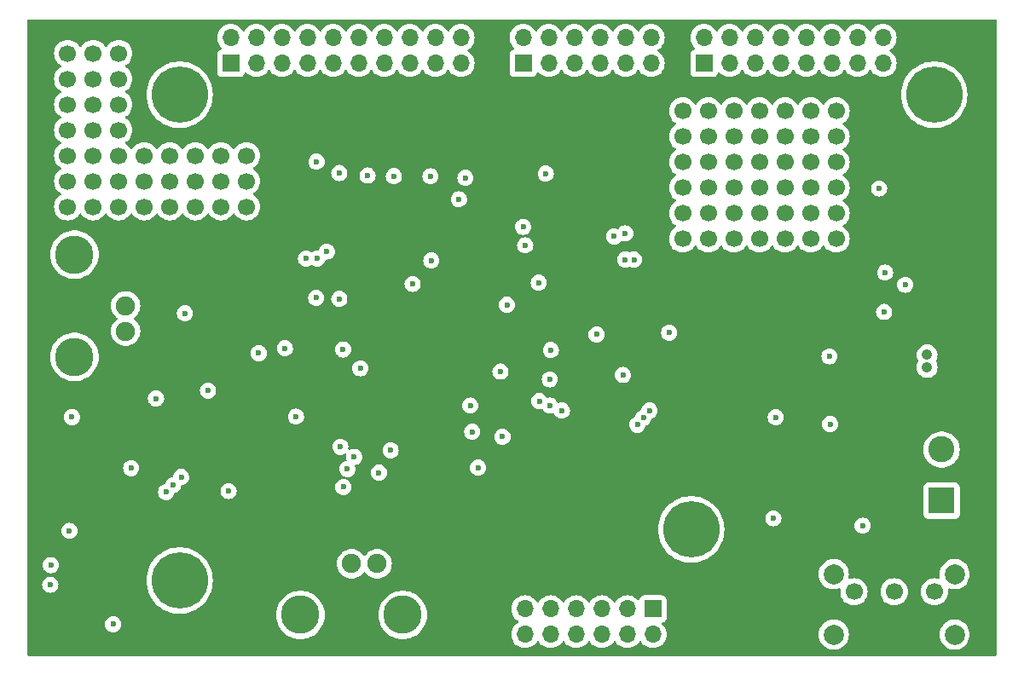
<source format=gbr>
%TF.GenerationSoftware,KiCad,Pcbnew,8.0.8*%
%TF.CreationDate,2025-07-15T12:33:29-07:00*%
%TF.ProjectId,complete_SR1,636f6d70-6c65-4746-955f-5352312e6b69,rev?*%
%TF.SameCoordinates,Original*%
%TF.FileFunction,Copper,L3,Inr*%
%TF.FilePolarity,Positive*%
%FSLAX46Y46*%
G04 Gerber Fmt 4.6, Leading zero omitted, Abs format (unit mm)*
G04 Created by KiCad (PCBNEW 8.0.8) date 2025-07-15 12:33:29*
%MOMM*%
%LPD*%
G01*
G04 APERTURE LIST*
%TA.AperFunction,ComponentPad*%
%ADD10C,1.700000*%
%TD*%
%TA.AperFunction,ComponentPad*%
%ADD11C,1.066800*%
%TD*%
%TA.AperFunction,ComponentPad*%
%ADD12C,5.600000*%
%TD*%
%TA.AperFunction,ComponentPad*%
%ADD13C,2.000000*%
%TD*%
%TA.AperFunction,ComponentPad*%
%ADD14R,1.700000X1.700000*%
%TD*%
%TA.AperFunction,ComponentPad*%
%ADD15O,1.700000X1.700000*%
%TD*%
%TA.AperFunction,ComponentPad*%
%ADD16R,2.600000X2.600000*%
%TD*%
%TA.AperFunction,ComponentPad*%
%ADD17C,2.600000*%
%TD*%
%TA.AperFunction,ComponentPad*%
%ADD18C,1.905000*%
%TD*%
%TA.AperFunction,ComponentPad*%
%ADD19C,3.810000*%
%TD*%
%TA.AperFunction,ViaPad*%
%ADD20C,0.600000*%
%TD*%
G04 APERTURE END LIST*
D10*
%TO.N,*%
%TO.C,REF\u002A\u002A554*%
X21200000Y-15520000D03*
%TD*%
%TO.N,*%
%TO.C,REF\u002A\u002A554*%
X21200000Y-18060000D03*
%TD*%
%TO.N,*%
%TO.C,REF\u002A\u002A554*%
X21200000Y-23140000D03*
%TD*%
%TO.N,*%
%TO.C,REF\u002A\u002A554*%
X21200000Y-20600000D03*
%TD*%
%TO.N,*%
%TO.C,REF\u002A\u002A554*%
X18660000Y-15520000D03*
%TD*%
%TO.N,*%
%TO.C,REF\u002A\u002A554*%
X18660000Y-18060000D03*
%TD*%
%TO.N,*%
%TO.C,REF\u002A\u002A554*%
X18660000Y-23140000D03*
%TD*%
%TO.N,*%
%TO.C,REF\u002A\u002A554*%
X18660000Y-20600000D03*
%TD*%
%TO.N,*%
%TO.C,REF\u002A\u002A554*%
X16120000Y-23140000D03*
%TD*%
%TO.N,*%
%TO.C,REF\u002A\u002A554*%
X16120000Y-25680000D03*
%TD*%
%TO.N,*%
%TO.C,REF\u002A\u002A554*%
X16120000Y-15520000D03*
%TD*%
%TO.N,*%
%TO.C,REF\u002A\u002A554*%
X16120000Y-30760000D03*
%TD*%
%TO.N,*%
%TO.C,REF\u002A\u002A554*%
X16120000Y-28220000D03*
%TD*%
%TO.N,*%
%TO.C,REF\u002A\u002A554*%
X16120000Y-20600000D03*
%TD*%
%TO.N,*%
%TO.C,REF\u002A\u002A554*%
X16120000Y-18060000D03*
%TD*%
%TO.N,*%
%TO.C,REF\u002A\u002A554*%
X26270000Y-30750000D03*
%TD*%
%TO.N,*%
%TO.C,REF\u002A\u002A554*%
X23730000Y-30750000D03*
%TD*%
%TO.N,*%
%TO.C,REF\u002A\u002A554*%
X33890000Y-30750000D03*
%TD*%
%TO.N,*%
%TO.C,REF\u002A\u002A554*%
X18650000Y-30750000D03*
%TD*%
%TO.N,*%
%TO.C,REF\u002A\u002A554*%
X21190000Y-30750000D03*
%TD*%
%TO.N,*%
%TO.C,REF\u002A\u002A554*%
X28810000Y-30750000D03*
%TD*%
%TO.N,*%
%TO.C,REF\u002A\u002A554*%
X31350000Y-30750000D03*
%TD*%
%TO.N,*%
%TO.C,REF\u002A\u002A554*%
X21190000Y-28210000D03*
%TD*%
%TO.N,*%
%TO.C,REF\u002A\u002A554*%
X26270000Y-28210000D03*
%TD*%
%TO.N,*%
%TO.C,REF\u002A\u002A554*%
X23730000Y-28210000D03*
%TD*%
%TO.N,*%
%TO.C,REF\u002A\u002A554*%
X28810000Y-28210000D03*
%TD*%
%TO.N,*%
%TO.C,REF\u002A\u002A554*%
X33890000Y-28210000D03*
%TD*%
%TO.N,*%
%TO.C,REF\u002A\u002A554*%
X18650000Y-28210000D03*
%TD*%
%TO.N,*%
%TO.C,REF\u002A\u002A554*%
X31350000Y-28210000D03*
%TD*%
%TO.N,*%
%TO.C,REF\u002A\u002A554*%
X21190000Y-25670000D03*
%TD*%
%TO.N,*%
%TO.C,REF\u002A\u002A554*%
X31350000Y-25670000D03*
%TD*%
%TO.N,*%
%TO.C,REF\u002A\u002A554*%
X26270000Y-25670000D03*
%TD*%
%TO.N,*%
%TO.C,REF\u002A\u002A554*%
X18650000Y-25670000D03*
%TD*%
%TO.N,*%
%TO.C,REF\u002A\u002A554*%
X23730000Y-25670000D03*
%TD*%
%TO.N,*%
%TO.C,REF\u002A\u002A554*%
X28810000Y-25670000D03*
%TD*%
%TO.N,*%
%TO.C,REF\u002A\u002A554*%
X33890000Y-25670000D03*
%TD*%
%TO.N,*%
%TO.C,REF\u002A\u002A554*%
X79740000Y-33940000D03*
%TD*%
%TO.N,*%
%TO.C,REF\u002A\u002A554*%
X89900000Y-33940000D03*
%TD*%
%TO.N,*%
%TO.C,REF\u002A\u002A554*%
X84820000Y-33940000D03*
%TD*%
%TO.N,*%
%TO.C,REF\u002A\u002A554*%
X77200000Y-33940000D03*
%TD*%
%TO.N,*%
%TO.C,REF\u002A\u002A554*%
X82280000Y-33940000D03*
%TD*%
%TO.N,*%
%TO.C,REF\u002A\u002A554*%
X87360000Y-33940000D03*
%TD*%
%TO.N,*%
%TO.C,REF\u002A\u002A554*%
X92440000Y-33940000D03*
%TD*%
%TO.N,*%
%TO.C,REF\u002A\u002A554*%
X84820000Y-31400000D03*
%TD*%
%TO.N,*%
%TO.C,REF\u002A\u002A554*%
X79740000Y-31400000D03*
%TD*%
%TO.N,*%
%TO.C,REF\u002A\u002A554*%
X87360000Y-31400000D03*
%TD*%
%TO.N,*%
%TO.C,REF\u002A\u002A554*%
X89900000Y-31400000D03*
%TD*%
%TO.N,*%
%TO.C,REF\u002A\u002A554*%
X82280000Y-31400000D03*
%TD*%
%TO.N,*%
%TO.C,REF\u002A\u002A554*%
X77200000Y-31400000D03*
%TD*%
%TO.N,*%
%TO.C,REF\u002A\u002A554*%
X92440000Y-31400000D03*
%TD*%
%TO.N,*%
%TO.C,REF\u002A\u002A554*%
X84820000Y-28860000D03*
%TD*%
%TO.N,*%
%TO.C,REF\u002A\u002A554*%
X89900000Y-28860000D03*
%TD*%
%TO.N,*%
%TO.C,REF\u002A\u002A554*%
X79740000Y-28860000D03*
%TD*%
%TO.N,*%
%TO.C,REF\u002A\u002A554*%
X77200000Y-28860000D03*
%TD*%
%TO.N,*%
%TO.C,REF\u002A\u002A554*%
X92440000Y-28860000D03*
%TD*%
%TO.N,*%
%TO.C,REF\u002A\u002A554*%
X87360000Y-28860000D03*
%TD*%
%TO.N,*%
%TO.C,REF\u002A\u002A554*%
X82280000Y-28860000D03*
%TD*%
%TO.N,*%
%TO.C,REF\u002A\u002A554*%
X89900000Y-26320000D03*
%TD*%
%TO.N,*%
%TO.C,REF\u002A\u002A554*%
X79740000Y-26320000D03*
%TD*%
%TO.N,*%
%TO.C,REF\u002A\u002A554*%
X84820000Y-26320000D03*
%TD*%
%TO.N,*%
%TO.C,REF\u002A\u002A554*%
X92440000Y-26320000D03*
%TD*%
%TO.N,*%
%TO.C,REF\u002A\u002A554*%
X87360000Y-26320000D03*
%TD*%
%TO.N,*%
%TO.C,REF\u002A\u002A554*%
X82280000Y-26320000D03*
%TD*%
%TO.N,*%
%TO.C,REF\u002A\u002A554*%
X77200000Y-26320000D03*
%TD*%
%TO.N,*%
%TO.C,REF\u002A\u002A554*%
X92440000Y-23780000D03*
%TD*%
%TO.N,*%
%TO.C,REF\u002A\u002A554*%
X89900000Y-23780000D03*
%TD*%
%TO.N,*%
%TO.C,REF\u002A\u002A554*%
X79740000Y-23780000D03*
%TD*%
%TO.N,*%
%TO.C,REF\u002A\u002A554*%
X84820000Y-23780000D03*
%TD*%
%TO.N,*%
%TO.C,REF\u002A\u002A554*%
X87360000Y-23780000D03*
%TD*%
%TO.N,*%
%TO.C,REF\u002A\u002A554*%
X82280000Y-23780000D03*
%TD*%
%TO.N,*%
%TO.C,REF\u002A\u002A554*%
X77200000Y-23780000D03*
%TD*%
%TO.N,*%
%TO.C,REF\u002A\u002A554*%
X92440000Y-21240000D03*
%TD*%
%TO.N,*%
%TO.C,REF\u002A\u002A554*%
X89900000Y-21240000D03*
%TD*%
%TO.N,*%
%TO.C,REF\u002A\u002A554*%
X87360000Y-21240000D03*
%TD*%
%TO.N,*%
%TO.C,REF\u002A\u002A554*%
X84820000Y-21240000D03*
%TD*%
%TO.N,*%
%TO.C,REF\u002A\u002A554*%
X82280000Y-21240000D03*
%TD*%
%TO.N,*%
%TO.C,REF\u002A\u002A554*%
X79740000Y-21240000D03*
%TD*%
%TO.N,*%
%TO.C,REF\u002A\u002A554*%
X77200000Y-21240000D03*
%TD*%
D11*
%TO.N,GND*%
%TO.C,J3*%
X101474000Y-45470100D03*
%TO.N,/3V7B*%
X101474000Y-46720100D03*
%TD*%
D12*
%TO.N,GND*%
%TO.C,H4*%
X78040000Y-62800000D03*
%TD*%
%TO.N,GND*%
%TO.C,H3*%
X102170000Y-19620000D03*
%TD*%
%TO.N,GND*%
%TO.C,H2*%
X27240000Y-19620000D03*
%TD*%
%TO.N,GND*%
%TO.C,H1*%
X27240000Y-67880000D03*
%TD*%
D13*
%TO.N,*%
%TO.C,SW1*%
X92200000Y-67250000D03*
X92200000Y-73250000D03*
X104200000Y-67250000D03*
X104200000Y-73250000D03*
D10*
%TO.N,/3V7P*%
X94200000Y-69000000D03*
%TO.N,/3V7*%
X98200000Y-69000000D03*
%TO.N,/3V7B*%
X102200000Y-69000000D03*
%TD*%
D14*
%TO.N,unconnected-(J8-Pin_1-Pad1)*%
%TO.C,J8*%
X79310000Y-16500000D03*
D15*
%TO.N,GND*%
X79310000Y-13960000D03*
%TO.N,/DAC_DIN*%
X81850000Y-16500000D03*
%TO.N,GND*%
X81850000Y-13960000D03*
%TO.N,/DAC_SCLK*%
X84390000Y-16500000D03*
%TO.N,GND*%
X84390000Y-13960000D03*
%TO.N,unconnected-(J8-Pin_7-Pad7)*%
X86930000Y-16500000D03*
%TO.N,GND*%
X86930000Y-13960000D03*
%TO.N,unconnected-(J8-Pin_9-Pad9)*%
X89470000Y-16500000D03*
%TO.N,GND*%
X89470000Y-13960000D03*
%TO.N,unconnected-(J8-Pin_11-Pad11)*%
X92010000Y-16500000D03*
%TO.N,GND*%
X92010000Y-13960000D03*
%TO.N,/DAC_SYNC*%
X94550000Y-16500000D03*
%TO.N,GND*%
X94550000Y-13960000D03*
%TO.N,/PWR_EN*%
X97090000Y-16500000D03*
%TO.N,GND*%
X97090000Y-13960000D03*
%TD*%
D16*
%TO.N,/3V7P*%
%TO.C,J2*%
X102905000Y-59945000D03*
D17*
%TO.N,GND*%
X102905000Y-54865000D03*
%TD*%
D14*
%TO.N,/AIN0*%
%TO.C,J9*%
X74240000Y-70700000D03*
D15*
%TO.N,GND*%
X74240000Y-73240000D03*
%TO.N,/V_VG{slash}AIN1*%
X71700000Y-70700000D03*
%TO.N,GND*%
X71700000Y-73240000D03*
%TO.N,/V_INN{slash}AIN2*%
X69160000Y-70700000D03*
%TO.N,GND*%
X69160000Y-73240000D03*
%TO.N,/V_REF{slash}AIN3*%
X66620000Y-70700000D03*
%TO.N,GND*%
X66620000Y-73240000D03*
%TO.N,/V_FS{slash}AIN4*%
X64080000Y-70700000D03*
%TO.N,GND*%
X64080000Y-73240000D03*
%TO.N,/EXC{slash}AIN5*%
X61540000Y-70700000D03*
%TO.N,GND*%
X61540000Y-73240000D03*
%TD*%
D14*
%TO.N,/SINE_MODE*%
%TO.C,J7*%
X61350000Y-16500000D03*
D15*
%TO.N,GND*%
X61350000Y-13960000D03*
%TO.N,/RHEO_SYNC_100*%
X63890000Y-16500000D03*
%TO.N,GND*%
X63890000Y-13960000D03*
%TO.N,/RHEO_SCLK*%
X66430000Y-16500000D03*
%TO.N,GND*%
X66430000Y-13960000D03*
%TO.N,/RHEO_DIN*%
X68970000Y-16500000D03*
%TO.N,GND*%
X68970000Y-13960000D03*
%TO.N,/RHEO_SDO*%
X71510000Y-16500000D03*
%TO.N,GND*%
X71510000Y-13960000D03*
%TO.N,/INAMP_SHDN*%
X74050000Y-16500000D03*
%TO.N,GND*%
X74050000Y-13960000D03*
%TD*%
D14*
%TO.N,/OSC_OE*%
%TO.C,J6*%
X32320000Y-16500000D03*
D15*
%TO.N,GND*%
X32320000Y-13960000D03*
%TO.N,/DDS_FSYNC*%
X34860000Y-16500000D03*
%TO.N,GND*%
X34860000Y-13960000D03*
%TO.N,/DDS_SCLK*%
X37400000Y-16500000D03*
%TO.N,GND*%
X37400000Y-13960000D03*
%TO.N,unconnected-(J6-Pin_7-Pad7)*%
X39940000Y-16500000D03*
%TO.N,GND*%
X39940000Y-13960000D03*
%TO.N,/DDS_SDATA*%
X42480000Y-16500000D03*
%TO.N,GND*%
X42480000Y-13960000D03*
%TO.N,/RHEO_SYNC_20*%
X45020000Y-16500000D03*
%TO.N,GND*%
X45020000Y-13960000D03*
%TO.N,/MUX_EN*%
X47560000Y-16500000D03*
%TO.N,GND*%
X47560000Y-13960000D03*
%TO.N,/MUX0*%
X50100000Y-16500000D03*
%TO.N,GND*%
X50100000Y-13960000D03*
%TO.N,/MUX1*%
X52640000Y-16500000D03*
%TO.N,GND*%
X52640000Y-13960000D03*
%TO.N,/MUX2*%
X55180000Y-16500000D03*
%TO.N,GND*%
X55180000Y-13960000D03*
%TD*%
D18*
%TO.N,/EXC{slash}AIN5*%
%TO.C,J5*%
X44320000Y-66220000D03*
D19*
%TO.N,GND*%
X49400000Y-71300000D03*
D18*
X46860000Y-66220000D03*
D19*
X39240000Y-71300000D03*
%TD*%
%TO.N,GND*%
%TO.C,J1*%
X16800000Y-35500000D03*
D18*
X21880000Y-43120000D03*
D19*
X16800000Y-45660000D03*
D18*
%TO.N,/DATA_IN*%
X21880000Y-40580000D03*
%TD*%
D20*
%TO.N,GND*%
X75852500Y-43267500D03*
X20640000Y-72230000D03*
X59740000Y-40490000D03*
X30060000Y-49010000D03*
X96700000Y-28940000D03*
%TO.N,/3V3*%
X70400000Y-56380000D03*
%TO.N,GND*%
X68650000Y-43440000D03*
%TO.N,/3V3*%
X66410000Y-45150000D03*
%TO.N,GND*%
X64110000Y-44990000D03*
X50380000Y-38420000D03*
%TO.N,/3V3*%
X46370000Y-32840000D03*
X68500000Y-30220000D03*
%TO.N,GND*%
X52150000Y-27730000D03*
X48520000Y-27720000D03*
X45900000Y-27650000D03*
X40840000Y-26270000D03*
X55620000Y-27880000D03*
X63600000Y-27460000D03*
%TO.N,/3V3*%
X60070000Y-29400000D03*
%TO.N,GND*%
X61560000Y-34590000D03*
%TO.N,/EXC{slash}AIN5*%
X48190000Y-54950000D03*
X52240000Y-36100000D03*
%TO.N,GND*%
X41860000Y-35200000D03*
X43480000Y-44930000D03*
X16300000Y-62950000D03*
%TO.N,/OSC_OE*%
X14400000Y-68300000D03*
%TO.N,/DDS_FSYNC*%
X27400000Y-57600000D03*
%TO.N,/DDS_SCLK*%
X26600000Y-58400000D03*
%TO.N,/DDS_SDATA*%
X25900000Y-59100000D03*
%TO.N,/DAC_SYNC*%
X72700000Y-52400000D03*
%TO.N,/DAC_SCLK*%
X73300000Y-51700000D03*
%TO.N,/DAC_DIN*%
X73900000Y-51000000D03*
%TO.N,/RHEO_SDO*%
X43500000Y-58600000D03*
%TO.N,/RHEO_DIN*%
X43900000Y-56800000D03*
%TO.N,/RHEO_SDO*%
X72360000Y-36000000D03*
%TO.N,/RHEO_DIN*%
X71500000Y-33400000D03*
%TO.N,/RHEO_SCLK*%
X44581000Y-55600000D03*
X70400000Y-33700000D03*
%TO.N,/SINE_MODE*%
X59300000Y-53600000D03*
X61350000Y-32750000D03*
%TO.N,/RHEO_SYNC_20*%
X43200000Y-54600000D03*
X39800000Y-35900000D03*
%TO.N,GND*%
X45200000Y-46800000D03*
X54980000Y-30017500D03*
%TO.N,/MUX0*%
X40900000Y-35900000D03*
%TO.N,/MUX_EN*%
X43100000Y-27400000D03*
X43100000Y-39900000D03*
%TO.N,/MUX0*%
X40800000Y-39800000D03*
%TO.N,/V_VG{slash}AIN1*%
X59100000Y-47125000D03*
X65200000Y-51000000D03*
%TO.N,/V_INN{slash}AIN2*%
X64000000Y-47900000D03*
X64000000Y-50500000D03*
%TO.N,GND*%
X56300000Y-53100000D03*
X56100000Y-50500000D03*
%TO.N,/3V3*%
X70962500Y-49537500D03*
%TO.N,GND*%
X71262500Y-47462500D03*
%TO.N,/V_REF{slash}AIN3*%
X62900000Y-38300000D03*
X62959324Y-50059324D03*
%TO.N,GND*%
X95062500Y-62437500D03*
X86200000Y-61700000D03*
X99300000Y-38500000D03*
X97200000Y-41200000D03*
X97300000Y-37300000D03*
%TO.N,/3V3*%
X87550000Y-41300000D03*
%TO.N,GND*%
X91777500Y-45622500D03*
X91835000Y-52335000D03*
X86437500Y-51662500D03*
%TO.N,/3V3*%
X94962500Y-57537500D03*
%TO.N,GND*%
X71500000Y-36000000D03*
X47037500Y-57162500D03*
%TO.N,/3V3*%
X47000000Y-59237500D03*
%TO.N,GND*%
X56875000Y-56675000D03*
X27762500Y-41337500D03*
%TO.N,/3V3*%
X31300000Y-37400000D03*
%TO.N,GND*%
X35100000Y-45300000D03*
X37700000Y-44800000D03*
%TO.N,/3V3*%
X41400000Y-51400000D03*
X35562500Y-49937500D03*
%TO.N,GND*%
X38800000Y-51600000D03*
X32100000Y-59000000D03*
X24900000Y-49800000D03*
%TO.N,/3V3*%
X27000000Y-53800000D03*
%TO.N,GND*%
X16552500Y-51647500D03*
%TO.N,/3V3*%
X20562500Y-51500000D03*
%TO.N,GND*%
X22426250Y-56726250D03*
X14450000Y-66350000D03*
%TO.N,/3V3*%
X20700000Y-66900000D03*
X16300000Y-73900000D03*
%TD*%
%TA.AperFunction,Conductor*%
%TO.N,/3V3*%
G36*
X108335539Y-12147185D02*
G01*
X108381294Y-12199989D01*
X108392500Y-12251500D01*
X108392500Y-75248500D01*
X108372815Y-75315539D01*
X108320011Y-75361294D01*
X108268500Y-75372500D01*
X12251500Y-75372500D01*
X12184461Y-75352815D01*
X12138706Y-75300011D01*
X12127500Y-75248500D01*
X12127500Y-72229996D01*
X19834435Y-72229996D01*
X19834435Y-72230003D01*
X19854630Y-72409249D01*
X19854631Y-72409254D01*
X19914211Y-72579523D01*
X19925685Y-72597783D01*
X20010184Y-72732262D01*
X20137738Y-72859816D01*
X20228080Y-72916582D01*
X20281159Y-72949934D01*
X20290478Y-72955789D01*
X20460745Y-73015368D01*
X20460750Y-73015369D01*
X20639996Y-73035565D01*
X20640000Y-73035565D01*
X20640004Y-73035565D01*
X20819249Y-73015369D01*
X20819252Y-73015368D01*
X20819255Y-73015368D01*
X20989522Y-72955789D01*
X21142262Y-72859816D01*
X21269816Y-72732262D01*
X21365789Y-72579522D01*
X21425368Y-72409255D01*
X21434837Y-72325215D01*
X21445565Y-72230003D01*
X21445565Y-72229996D01*
X21425369Y-72050750D01*
X21425368Y-72050745D01*
X21404987Y-71992500D01*
X21365789Y-71880478D01*
X21269816Y-71727738D01*
X21142262Y-71600184D01*
X21138584Y-71597873D01*
X20989523Y-71504211D01*
X20819254Y-71444631D01*
X20819249Y-71444630D01*
X20640004Y-71424435D01*
X20639996Y-71424435D01*
X20460750Y-71444630D01*
X20460745Y-71444631D01*
X20290476Y-71504211D01*
X20137737Y-71600184D01*
X20010184Y-71727737D01*
X19914211Y-71880476D01*
X19854631Y-72050745D01*
X19854630Y-72050750D01*
X19834435Y-72229996D01*
X12127500Y-72229996D01*
X12127500Y-71299994D01*
X36829744Y-71299994D01*
X36829744Y-71300005D01*
X36848748Y-71602074D01*
X36848749Y-71602081D01*
X36905468Y-71899410D01*
X36975732Y-72115659D01*
X36999001Y-72187274D01*
X37127877Y-72461150D01*
X37127879Y-72461153D01*
X37127880Y-72461155D01*
X37290058Y-72716708D01*
X37290061Y-72716712D01*
X37290062Y-72716713D01*
X37482999Y-72949934D01*
X37703643Y-73157132D01*
X37703653Y-73157140D01*
X37948508Y-73335038D01*
X37948513Y-73335040D01*
X37948520Y-73335046D01*
X38213763Y-73480865D01*
X38213768Y-73480867D01*
X38213770Y-73480868D01*
X38213771Y-73480869D01*
X38495186Y-73592289D01*
X38495189Y-73592290D01*
X38788359Y-73667563D01*
X38788363Y-73667564D01*
X38851360Y-73675522D01*
X39088647Y-73705499D01*
X39088656Y-73705499D01*
X39088659Y-73705500D01*
X39088661Y-73705500D01*
X39391339Y-73705500D01*
X39391341Y-73705500D01*
X39391344Y-73705499D01*
X39391352Y-73705499D01*
X39570539Y-73682862D01*
X39691637Y-73667564D01*
X39984810Y-73592290D01*
X39984813Y-73592289D01*
X40266228Y-73480869D01*
X40266229Y-73480868D01*
X40266227Y-73480868D01*
X40266237Y-73480865D01*
X40531480Y-73335046D01*
X40776355Y-73157134D01*
X40997001Y-72949934D01*
X41189938Y-72716713D01*
X41352123Y-72461150D01*
X41480999Y-72187274D01*
X41574533Y-71899406D01*
X41631250Y-71602085D01*
X41631370Y-71600184D01*
X41650256Y-71300005D01*
X41650256Y-71299994D01*
X46989744Y-71299994D01*
X46989744Y-71300005D01*
X47008748Y-71602074D01*
X47008749Y-71602081D01*
X47065468Y-71899410D01*
X47135732Y-72115659D01*
X47159001Y-72187274D01*
X47287877Y-72461150D01*
X47287879Y-72461153D01*
X47287880Y-72461155D01*
X47450058Y-72716708D01*
X47450061Y-72716712D01*
X47450062Y-72716713D01*
X47642999Y-72949934D01*
X47863643Y-73157132D01*
X47863653Y-73157140D01*
X48108508Y-73335038D01*
X48108513Y-73335040D01*
X48108520Y-73335046D01*
X48373763Y-73480865D01*
X48373768Y-73480867D01*
X48373770Y-73480868D01*
X48373771Y-73480869D01*
X48655186Y-73592289D01*
X48655189Y-73592290D01*
X48948359Y-73667563D01*
X48948363Y-73667564D01*
X49011360Y-73675522D01*
X49248647Y-73705499D01*
X49248656Y-73705499D01*
X49248659Y-73705500D01*
X49248661Y-73705500D01*
X49551339Y-73705500D01*
X49551341Y-73705500D01*
X49551344Y-73705499D01*
X49551352Y-73705499D01*
X49730539Y-73682862D01*
X49851637Y-73667564D01*
X50144810Y-73592290D01*
X50144813Y-73592289D01*
X50426228Y-73480869D01*
X50426229Y-73480868D01*
X50426227Y-73480868D01*
X50426237Y-73480865D01*
X50691480Y-73335046D01*
X50936355Y-73157134D01*
X51157001Y-72949934D01*
X51349938Y-72716713D01*
X51512123Y-72461150D01*
X51640999Y-72187274D01*
X51734533Y-71899406D01*
X51791250Y-71602085D01*
X51791370Y-71600184D01*
X51810256Y-71300005D01*
X51810256Y-71299994D01*
X51791251Y-70997925D01*
X51791250Y-70997918D01*
X51791250Y-70997915D01*
X51734533Y-70700594D01*
X51734340Y-70699999D01*
X60184341Y-70699999D01*
X60184341Y-70700000D01*
X60204936Y-70935403D01*
X60204938Y-70935413D01*
X60266094Y-71163655D01*
X60266096Y-71163659D01*
X60266097Y-71163663D01*
X60329672Y-71300000D01*
X60365965Y-71377830D01*
X60365967Y-71377834D01*
X60412740Y-71444632D01*
X60501501Y-71571396D01*
X60501506Y-71571402D01*
X60668597Y-71738493D01*
X60668603Y-71738498D01*
X60854158Y-71868425D01*
X60897783Y-71923002D01*
X60904977Y-71992500D01*
X60873454Y-72054855D01*
X60854158Y-72071575D01*
X60668597Y-72201505D01*
X60501505Y-72368597D01*
X60365965Y-72562169D01*
X60365964Y-72562171D01*
X60266098Y-72776335D01*
X60266094Y-72776344D01*
X60204938Y-73004586D01*
X60204936Y-73004596D01*
X60184341Y-73239999D01*
X60184341Y-73240000D01*
X60204936Y-73475403D01*
X60204938Y-73475413D01*
X60266094Y-73703655D01*
X60266096Y-73703659D01*
X60266097Y-73703663D01*
X60346004Y-73875023D01*
X60365965Y-73917830D01*
X60365967Y-73917834D01*
X60400118Y-73966606D01*
X60501505Y-74111401D01*
X60668599Y-74278495D01*
X60765384Y-74346265D01*
X60862165Y-74414032D01*
X60862167Y-74414033D01*
X60862170Y-74414035D01*
X61076337Y-74513903D01*
X61304592Y-74575063D01*
X61492918Y-74591539D01*
X61539999Y-74595659D01*
X61540000Y-74595659D01*
X61540001Y-74595659D01*
X61579234Y-74592226D01*
X61775408Y-74575063D01*
X62003663Y-74513903D01*
X62217830Y-74414035D01*
X62411401Y-74278495D01*
X62578495Y-74111401D01*
X62708425Y-73925842D01*
X62763002Y-73882217D01*
X62832500Y-73875023D01*
X62894855Y-73906546D01*
X62911575Y-73925842D01*
X63041500Y-74111395D01*
X63041505Y-74111401D01*
X63208599Y-74278495D01*
X63305384Y-74346265D01*
X63402165Y-74414032D01*
X63402167Y-74414033D01*
X63402170Y-74414035D01*
X63616337Y-74513903D01*
X63844592Y-74575063D01*
X64032918Y-74591539D01*
X64079999Y-74595659D01*
X64080000Y-74595659D01*
X64080001Y-74595659D01*
X64119234Y-74592226D01*
X64315408Y-74575063D01*
X64543663Y-74513903D01*
X64757830Y-74414035D01*
X64951401Y-74278495D01*
X65118495Y-74111401D01*
X65248425Y-73925842D01*
X65303002Y-73882217D01*
X65372500Y-73875023D01*
X65434855Y-73906546D01*
X65451575Y-73925842D01*
X65581500Y-74111395D01*
X65581505Y-74111401D01*
X65748599Y-74278495D01*
X65845384Y-74346265D01*
X65942165Y-74414032D01*
X65942167Y-74414033D01*
X65942170Y-74414035D01*
X66156337Y-74513903D01*
X66384592Y-74575063D01*
X66572918Y-74591539D01*
X66619999Y-74595659D01*
X66620000Y-74595659D01*
X66620001Y-74595659D01*
X66659234Y-74592226D01*
X66855408Y-74575063D01*
X67083663Y-74513903D01*
X67297830Y-74414035D01*
X67491401Y-74278495D01*
X67658495Y-74111401D01*
X67788425Y-73925842D01*
X67843002Y-73882217D01*
X67912500Y-73875023D01*
X67974855Y-73906546D01*
X67991575Y-73925842D01*
X68121500Y-74111395D01*
X68121505Y-74111401D01*
X68288599Y-74278495D01*
X68385384Y-74346265D01*
X68482165Y-74414032D01*
X68482167Y-74414033D01*
X68482170Y-74414035D01*
X68696337Y-74513903D01*
X68924592Y-74575063D01*
X69112918Y-74591539D01*
X69159999Y-74595659D01*
X69160000Y-74595659D01*
X69160001Y-74595659D01*
X69199234Y-74592226D01*
X69395408Y-74575063D01*
X69623663Y-74513903D01*
X69837830Y-74414035D01*
X70031401Y-74278495D01*
X70198495Y-74111401D01*
X70328425Y-73925842D01*
X70383002Y-73882217D01*
X70452500Y-73875023D01*
X70514855Y-73906546D01*
X70531575Y-73925842D01*
X70661500Y-74111395D01*
X70661505Y-74111401D01*
X70828599Y-74278495D01*
X70925384Y-74346265D01*
X71022165Y-74414032D01*
X71022167Y-74414033D01*
X71022170Y-74414035D01*
X71236337Y-74513903D01*
X71464592Y-74575063D01*
X71652918Y-74591539D01*
X71699999Y-74595659D01*
X71700000Y-74595659D01*
X71700001Y-74595659D01*
X71739234Y-74592226D01*
X71935408Y-74575063D01*
X72163663Y-74513903D01*
X72377830Y-74414035D01*
X72571401Y-74278495D01*
X72738495Y-74111401D01*
X72868425Y-73925842D01*
X72923002Y-73882217D01*
X72992500Y-73875023D01*
X73054855Y-73906546D01*
X73071575Y-73925842D01*
X73201500Y-74111395D01*
X73201505Y-74111401D01*
X73368599Y-74278495D01*
X73465384Y-74346265D01*
X73562165Y-74414032D01*
X73562167Y-74414033D01*
X73562170Y-74414035D01*
X73776337Y-74513903D01*
X74004592Y-74575063D01*
X74192918Y-74591539D01*
X74239999Y-74595659D01*
X74240000Y-74595659D01*
X74240001Y-74595659D01*
X74279234Y-74592226D01*
X74475408Y-74575063D01*
X74703663Y-74513903D01*
X74917830Y-74414035D01*
X75111401Y-74278495D01*
X75278495Y-74111401D01*
X75414035Y-73917830D01*
X75513903Y-73703663D01*
X75575063Y-73475408D01*
X75594785Y-73249994D01*
X90694357Y-73249994D01*
X90694357Y-73250005D01*
X90714890Y-73497812D01*
X90714892Y-73497824D01*
X90775936Y-73738881D01*
X90875826Y-73966606D01*
X91011833Y-74174782D01*
X91011836Y-74174785D01*
X91180256Y-74357738D01*
X91376491Y-74510474D01*
X91595190Y-74628828D01*
X91830386Y-74709571D01*
X92075665Y-74750500D01*
X92324335Y-74750500D01*
X92569614Y-74709571D01*
X92804810Y-74628828D01*
X93023509Y-74510474D01*
X93219744Y-74357738D01*
X93388164Y-74174785D01*
X93524173Y-73966607D01*
X93624063Y-73738881D01*
X93685108Y-73497821D01*
X93705643Y-73250000D01*
X93705643Y-73249994D01*
X102694357Y-73249994D01*
X102694357Y-73250005D01*
X102714890Y-73497812D01*
X102714892Y-73497824D01*
X102775936Y-73738881D01*
X102875826Y-73966606D01*
X103011833Y-74174782D01*
X103011836Y-74174785D01*
X103180256Y-74357738D01*
X103376491Y-74510474D01*
X103595190Y-74628828D01*
X103830386Y-74709571D01*
X104075665Y-74750500D01*
X104324335Y-74750500D01*
X104569614Y-74709571D01*
X104804810Y-74628828D01*
X105023509Y-74510474D01*
X105219744Y-74357738D01*
X105388164Y-74174785D01*
X105524173Y-73966607D01*
X105624063Y-73738881D01*
X105685108Y-73497821D01*
X105705643Y-73250000D01*
X105704814Y-73240000D01*
X105685109Y-73002187D01*
X105685107Y-73002175D01*
X105624063Y-72761118D01*
X105524173Y-72533393D01*
X105388166Y-72325217D01*
X105300512Y-72230000D01*
X105219744Y-72142262D01*
X105023509Y-71989526D01*
X105023507Y-71989525D01*
X105023506Y-71989524D01*
X104804811Y-71871172D01*
X104804802Y-71871169D01*
X104569616Y-71790429D01*
X104324335Y-71749500D01*
X104075665Y-71749500D01*
X103830383Y-71790429D01*
X103595197Y-71871169D01*
X103595188Y-71871172D01*
X103376493Y-71989524D01*
X103180257Y-72142261D01*
X103011833Y-72325217D01*
X102875826Y-72533393D01*
X102775936Y-72761118D01*
X102714892Y-73002175D01*
X102714890Y-73002187D01*
X102694357Y-73249994D01*
X93705643Y-73249994D01*
X93704814Y-73240000D01*
X93685109Y-73002187D01*
X93685107Y-73002175D01*
X93624063Y-72761118D01*
X93524173Y-72533393D01*
X93388166Y-72325217D01*
X93300512Y-72230000D01*
X93219744Y-72142262D01*
X93023509Y-71989526D01*
X93023507Y-71989525D01*
X93023506Y-71989524D01*
X92804811Y-71871172D01*
X92804802Y-71871169D01*
X92569616Y-71790429D01*
X92324335Y-71749500D01*
X92075665Y-71749500D01*
X91830383Y-71790429D01*
X91595197Y-71871169D01*
X91595188Y-71871172D01*
X91376493Y-71989524D01*
X91180257Y-72142261D01*
X91011833Y-72325217D01*
X90875826Y-72533393D01*
X90775936Y-72761118D01*
X90714892Y-73002175D01*
X90714890Y-73002187D01*
X90694357Y-73249994D01*
X75594785Y-73249994D01*
X75595659Y-73240000D01*
X75575063Y-73004592D01*
X75513903Y-72776337D01*
X75414035Y-72562171D01*
X75408424Y-72554158D01*
X75278496Y-72368600D01*
X75235111Y-72325215D01*
X75156567Y-72246671D01*
X75123084Y-72185351D01*
X75128068Y-72115659D01*
X75169939Y-72059725D01*
X75200915Y-72042810D01*
X75332331Y-71993796D01*
X75447546Y-71907546D01*
X75533796Y-71792331D01*
X75584091Y-71657483D01*
X75590500Y-71597873D01*
X75590499Y-69802128D01*
X75584091Y-69742517D01*
X75582810Y-69739083D01*
X75533797Y-69607671D01*
X75533793Y-69607664D01*
X75447547Y-69492455D01*
X75447544Y-69492452D01*
X75332335Y-69406206D01*
X75332328Y-69406202D01*
X75197482Y-69355908D01*
X75197483Y-69355908D01*
X75137883Y-69349501D01*
X75137881Y-69349500D01*
X75137873Y-69349500D01*
X75137864Y-69349500D01*
X73342129Y-69349500D01*
X73342123Y-69349501D01*
X73282516Y-69355908D01*
X73147671Y-69406202D01*
X73147664Y-69406206D01*
X73032455Y-69492452D01*
X73032452Y-69492455D01*
X72946206Y-69607664D01*
X72946203Y-69607669D01*
X72897189Y-69739083D01*
X72855317Y-69795016D01*
X72789853Y-69819433D01*
X72721580Y-69804581D01*
X72693326Y-69783430D01*
X72571402Y-69661506D01*
X72571395Y-69661501D01*
X72555061Y-69650064D01*
X72494518Y-69607671D01*
X72377834Y-69525967D01*
X72377830Y-69525965D01*
X72377828Y-69525964D01*
X72163663Y-69426097D01*
X72163659Y-69426096D01*
X72163655Y-69426094D01*
X71935413Y-69364938D01*
X71935403Y-69364936D01*
X71700001Y-69344341D01*
X71699999Y-69344341D01*
X71464596Y-69364936D01*
X71464586Y-69364938D01*
X71236344Y-69426094D01*
X71236335Y-69426098D01*
X71022171Y-69525964D01*
X71022169Y-69525965D01*
X70828597Y-69661505D01*
X70661505Y-69828597D01*
X70531575Y-70014158D01*
X70476998Y-70057783D01*
X70407500Y-70064977D01*
X70345145Y-70033454D01*
X70328425Y-70014158D01*
X70198494Y-69828597D01*
X70031402Y-69661506D01*
X70031395Y-69661501D01*
X70015061Y-69650064D01*
X69954518Y-69607671D01*
X69837834Y-69525967D01*
X69837830Y-69525965D01*
X69837828Y-69525964D01*
X69623663Y-69426097D01*
X69623659Y-69426096D01*
X69623655Y-69426094D01*
X69395413Y-69364938D01*
X69395403Y-69364936D01*
X69160001Y-69344341D01*
X69159999Y-69344341D01*
X68924596Y-69364936D01*
X68924586Y-69364938D01*
X68696344Y-69426094D01*
X68696335Y-69426098D01*
X68482171Y-69525964D01*
X68482169Y-69525965D01*
X68288597Y-69661505D01*
X68121505Y-69828597D01*
X67991575Y-70014158D01*
X67936998Y-70057783D01*
X67867500Y-70064977D01*
X67805145Y-70033454D01*
X67788425Y-70014158D01*
X67658494Y-69828597D01*
X67491402Y-69661506D01*
X67491395Y-69661501D01*
X67475061Y-69650064D01*
X67414518Y-69607671D01*
X67297834Y-69525967D01*
X67297830Y-69525965D01*
X67297828Y-69525964D01*
X67083663Y-69426097D01*
X67083659Y-69426096D01*
X67083655Y-69426094D01*
X66855413Y-69364938D01*
X66855403Y-69364936D01*
X66620001Y-69344341D01*
X66619999Y-69344341D01*
X66384596Y-69364936D01*
X66384586Y-69364938D01*
X66156344Y-69426094D01*
X66156335Y-69426098D01*
X65942171Y-69525964D01*
X65942169Y-69525965D01*
X65748597Y-69661505D01*
X65581505Y-69828597D01*
X65451575Y-70014158D01*
X65396998Y-70057783D01*
X65327500Y-70064977D01*
X65265145Y-70033454D01*
X65248425Y-70014158D01*
X65118494Y-69828597D01*
X64951402Y-69661506D01*
X64951395Y-69661501D01*
X64935061Y-69650064D01*
X64874518Y-69607671D01*
X64757834Y-69525967D01*
X64757830Y-69525965D01*
X64757828Y-69525964D01*
X64543663Y-69426097D01*
X64543659Y-69426096D01*
X64543655Y-69426094D01*
X64315413Y-69364938D01*
X64315403Y-69364936D01*
X64080001Y-69344341D01*
X64079999Y-69344341D01*
X63844596Y-69364936D01*
X63844586Y-69364938D01*
X63616344Y-69426094D01*
X63616335Y-69426098D01*
X63402171Y-69525964D01*
X63402169Y-69525965D01*
X63208597Y-69661505D01*
X63041505Y-69828597D01*
X62911575Y-70014158D01*
X62856998Y-70057783D01*
X62787500Y-70064977D01*
X62725145Y-70033454D01*
X62708425Y-70014158D01*
X62578494Y-69828597D01*
X62411402Y-69661506D01*
X62411395Y-69661501D01*
X62395061Y-69650064D01*
X62334518Y-69607671D01*
X62217834Y-69525967D01*
X62217830Y-69525965D01*
X62217828Y-69525964D01*
X62003663Y-69426097D01*
X62003659Y-69426096D01*
X62003655Y-69426094D01*
X61775413Y-69364938D01*
X61775403Y-69364936D01*
X61540001Y-69344341D01*
X61539999Y-69344341D01*
X61304596Y-69364936D01*
X61304586Y-69364938D01*
X61076344Y-69426094D01*
X61076335Y-69426098D01*
X60862171Y-69525964D01*
X60862169Y-69525965D01*
X60668597Y-69661505D01*
X60501505Y-69828597D01*
X60365965Y-70022169D01*
X60365964Y-70022171D01*
X60266098Y-70236335D01*
X60266094Y-70236344D01*
X60204938Y-70464586D01*
X60204936Y-70464596D01*
X60184341Y-70699999D01*
X51734340Y-70699999D01*
X51640999Y-70412726D01*
X51512123Y-70138850D01*
X51349938Y-69883287D01*
X51157001Y-69650066D01*
X50936355Y-69442866D01*
X50936352Y-69442864D01*
X50936346Y-69442859D01*
X50691491Y-69264961D01*
X50691484Y-69264956D01*
X50691480Y-69264954D01*
X50426237Y-69119135D01*
X50426234Y-69119133D01*
X50426229Y-69119131D01*
X50426228Y-69119130D01*
X50144813Y-69007710D01*
X50144810Y-69007709D01*
X49851640Y-68932436D01*
X49851627Y-68932434D01*
X49551352Y-68894500D01*
X49551341Y-68894500D01*
X49248659Y-68894500D01*
X49248647Y-68894500D01*
X48948372Y-68932434D01*
X48948359Y-68932436D01*
X48655189Y-69007709D01*
X48655186Y-69007710D01*
X48373771Y-69119130D01*
X48373770Y-69119131D01*
X48108520Y-69264954D01*
X48108508Y-69264961D01*
X47863653Y-69442859D01*
X47863643Y-69442867D01*
X47688147Y-69607669D01*
X47642999Y-69650066D01*
X47578686Y-69727806D01*
X47450058Y-69883291D01*
X47287880Y-70138844D01*
X47159000Y-70412728D01*
X47065468Y-70700589D01*
X47008749Y-70997918D01*
X47008748Y-70997925D01*
X46989744Y-71299994D01*
X41650256Y-71299994D01*
X41631251Y-70997925D01*
X41631250Y-70997918D01*
X41631250Y-70997915D01*
X41574533Y-70700594D01*
X41480999Y-70412726D01*
X41352123Y-70138850D01*
X41189938Y-69883287D01*
X40997001Y-69650066D01*
X40776355Y-69442866D01*
X40776352Y-69442864D01*
X40776346Y-69442859D01*
X40531491Y-69264961D01*
X40531484Y-69264956D01*
X40531480Y-69264954D01*
X40266237Y-69119135D01*
X40266234Y-69119133D01*
X40266229Y-69119131D01*
X40266228Y-69119130D01*
X39984813Y-69007710D01*
X39984810Y-69007709D01*
X39691640Y-68932436D01*
X39691627Y-68932434D01*
X39391352Y-68894500D01*
X39391341Y-68894500D01*
X39088659Y-68894500D01*
X39088647Y-68894500D01*
X38788372Y-68932434D01*
X38788359Y-68932436D01*
X38495189Y-69007709D01*
X38495186Y-69007710D01*
X38213771Y-69119130D01*
X38213770Y-69119131D01*
X37948520Y-69264954D01*
X37948508Y-69264961D01*
X37703653Y-69442859D01*
X37703643Y-69442867D01*
X37528147Y-69607669D01*
X37482999Y-69650066D01*
X37418686Y-69727806D01*
X37290058Y-69883291D01*
X37127880Y-70138844D01*
X36999000Y-70412728D01*
X36905468Y-70700589D01*
X36848749Y-70997918D01*
X36848748Y-70997925D01*
X36829744Y-71299994D01*
X12127500Y-71299994D01*
X12127500Y-68299996D01*
X13594435Y-68299996D01*
X13594435Y-68300003D01*
X13614630Y-68479249D01*
X13614631Y-68479254D01*
X13674211Y-68649523D01*
X13764596Y-68793369D01*
X13770184Y-68802262D01*
X13897738Y-68929816D01*
X14050478Y-69025789D01*
X14220745Y-69085368D01*
X14220750Y-69085369D01*
X14399996Y-69105565D01*
X14400000Y-69105565D01*
X14400004Y-69105565D01*
X14579249Y-69085369D01*
X14579252Y-69085368D01*
X14579255Y-69085368D01*
X14749522Y-69025789D01*
X14902262Y-68929816D01*
X15029816Y-68802262D01*
X15125789Y-68649522D01*
X15185368Y-68479255D01*
X15203067Y-68322171D01*
X15205565Y-68300003D01*
X15205565Y-68299996D01*
X15185369Y-68120750D01*
X15185368Y-68120745D01*
X15129648Y-67961506D01*
X15125789Y-67950478D01*
X15081505Y-67880000D01*
X23934652Y-67880000D01*
X23948130Y-68128597D01*
X23954028Y-68237368D01*
X23954029Y-68237385D01*
X24011926Y-68590539D01*
X24011932Y-68590565D01*
X24107672Y-68935392D01*
X24107674Y-68935399D01*
X24240142Y-69267870D01*
X24240151Y-69267888D01*
X24407784Y-69584077D01*
X24407787Y-69584082D01*
X24407789Y-69584085D01*
X24573573Y-69828599D01*
X24608634Y-69880309D01*
X24608641Y-69880319D01*
X24828235Y-70138844D01*
X24840332Y-70153086D01*
X25100163Y-70399211D01*
X25385081Y-70615800D01*
X25691747Y-70800315D01*
X25691749Y-70800316D01*
X25691751Y-70800317D01*
X25691755Y-70800319D01*
X25983736Y-70935403D01*
X26016565Y-70950591D01*
X26355726Y-71064868D01*
X26705254Y-71141805D01*
X27061052Y-71180500D01*
X27061058Y-71180500D01*
X27418942Y-71180500D01*
X27418948Y-71180500D01*
X27774746Y-71141805D01*
X28124274Y-71064868D01*
X28463435Y-70950591D01*
X28788253Y-70800315D01*
X29094919Y-70615800D01*
X29379837Y-70399211D01*
X29639668Y-70153086D01*
X29871365Y-69880311D01*
X30072211Y-69584085D01*
X30239853Y-69267880D01*
X30372324Y-68935403D01*
X30468071Y-68590552D01*
X30525972Y-68237371D01*
X30545348Y-67880000D01*
X30525972Y-67522629D01*
X30521906Y-67497829D01*
X30468073Y-67169460D01*
X30468072Y-67169459D01*
X30468071Y-67169448D01*
X30372324Y-66824597D01*
X30239853Y-66492120D01*
X30095586Y-66220005D01*
X30095580Y-66219994D01*
X42862020Y-66219994D01*
X42862020Y-66220005D01*
X42881904Y-66459972D01*
X42881904Y-66459975D01*
X42881905Y-66459976D01*
X42899449Y-66529255D01*
X42941017Y-66693405D01*
X42998564Y-66824600D01*
X43037745Y-66913922D01*
X43169449Y-67115510D01*
X43332537Y-67292671D01*
X43522561Y-67440572D01*
X43734336Y-67555179D01*
X43852598Y-67595778D01*
X43962083Y-67633365D01*
X43962085Y-67633365D01*
X43962087Y-67633366D01*
X44199601Y-67673000D01*
X44199602Y-67673000D01*
X44440398Y-67673000D01*
X44440399Y-67673000D01*
X44677913Y-67633366D01*
X44905664Y-67555179D01*
X45117439Y-67440572D01*
X45307463Y-67292671D01*
X45470551Y-67115510D01*
X45486190Y-67091571D01*
X45539336Y-67046214D01*
X45608567Y-67036790D01*
X45671904Y-67066291D01*
X45693808Y-67091570D01*
X45709449Y-67115510D01*
X45872537Y-67292671D01*
X46062561Y-67440572D01*
X46274336Y-67555179D01*
X46392598Y-67595778D01*
X46502083Y-67633365D01*
X46502085Y-67633365D01*
X46502087Y-67633366D01*
X46739601Y-67673000D01*
X46739602Y-67673000D01*
X46980398Y-67673000D01*
X46980399Y-67673000D01*
X47217913Y-67633366D01*
X47445664Y-67555179D01*
X47657439Y-67440572D01*
X47847463Y-67292671D01*
X47886750Y-67249994D01*
X90694357Y-67249994D01*
X90694357Y-67250005D01*
X90714890Y-67497812D01*
X90714892Y-67497824D01*
X90775936Y-67738881D01*
X90875826Y-67966606D01*
X91011833Y-68174782D01*
X91011836Y-68174785D01*
X91180256Y-68357738D01*
X91376491Y-68510474D01*
X91595190Y-68628828D01*
X91830386Y-68709571D01*
X92075665Y-68750500D01*
X92324335Y-68750500D01*
X92569614Y-68709571D01*
X92569617Y-68709570D01*
X92698629Y-68665279D01*
X92768426Y-68662130D01*
X92828847Y-68697216D01*
X92860708Y-68759398D01*
X92862419Y-68793368D01*
X92844341Y-68999998D01*
X92844341Y-69000000D01*
X92864936Y-69235403D01*
X92864938Y-69235413D01*
X92926094Y-69463655D01*
X92926096Y-69463659D01*
X92926097Y-69463663D01*
X93013018Y-69650066D01*
X93025965Y-69677830D01*
X93025967Y-69677834D01*
X93112996Y-69802123D01*
X93161505Y-69871401D01*
X93328599Y-70038495D01*
X93425384Y-70106265D01*
X93522165Y-70174032D01*
X93522167Y-70174033D01*
X93522170Y-70174035D01*
X93736337Y-70273903D01*
X93964592Y-70335063D01*
X94152918Y-70351539D01*
X94199999Y-70355659D01*
X94200000Y-70355659D01*
X94200001Y-70355659D01*
X94239234Y-70352226D01*
X94435408Y-70335063D01*
X94663663Y-70273903D01*
X94877830Y-70174035D01*
X95071401Y-70038495D01*
X95238495Y-69871401D01*
X95374035Y-69677830D01*
X95473903Y-69463663D01*
X95535063Y-69235408D01*
X95555659Y-69000000D01*
X95555659Y-68999999D01*
X96844341Y-68999999D01*
X96844341Y-69000000D01*
X96864936Y-69235403D01*
X96864938Y-69235413D01*
X96926094Y-69463655D01*
X96926096Y-69463659D01*
X96926097Y-69463663D01*
X97013018Y-69650066D01*
X97025965Y-69677830D01*
X97025967Y-69677834D01*
X97112996Y-69802123D01*
X97161505Y-69871401D01*
X97328599Y-70038495D01*
X97425384Y-70106265D01*
X97522165Y-70174032D01*
X97522167Y-70174033D01*
X97522170Y-70174035D01*
X97736337Y-70273903D01*
X97964592Y-70335063D01*
X98152918Y-70351539D01*
X98199999Y-70355659D01*
X98200000Y-70355659D01*
X98200001Y-70355659D01*
X98239234Y-70352226D01*
X98435408Y-70335063D01*
X98663663Y-70273903D01*
X98877830Y-70174035D01*
X99071401Y-70038495D01*
X99238495Y-69871401D01*
X99374035Y-69677830D01*
X99473903Y-69463663D01*
X99535063Y-69235408D01*
X99555659Y-69000000D01*
X99555659Y-68999999D01*
X100844341Y-68999999D01*
X100844341Y-69000000D01*
X100864936Y-69235403D01*
X100864938Y-69235413D01*
X100926094Y-69463655D01*
X100926096Y-69463659D01*
X100926097Y-69463663D01*
X101013018Y-69650066D01*
X101025965Y-69677830D01*
X101025967Y-69677834D01*
X101112996Y-69802123D01*
X101161505Y-69871401D01*
X101328599Y-70038495D01*
X101425384Y-70106265D01*
X101522165Y-70174032D01*
X101522167Y-70174033D01*
X101522170Y-70174035D01*
X101736337Y-70273903D01*
X101964592Y-70335063D01*
X102152918Y-70351539D01*
X102199999Y-70355659D01*
X102200000Y-70355659D01*
X102200001Y-70355659D01*
X102239234Y-70352226D01*
X102435408Y-70335063D01*
X102663663Y-70273903D01*
X102877830Y-70174035D01*
X103071401Y-70038495D01*
X103238495Y-69871401D01*
X103374035Y-69677830D01*
X103473903Y-69463663D01*
X103535063Y-69235408D01*
X103555659Y-69000000D01*
X103537580Y-68793366D01*
X103551346Y-68724869D01*
X103599961Y-68674686D01*
X103667990Y-68658752D01*
X103701370Y-68665279D01*
X103830386Y-68709571D01*
X104075665Y-68750500D01*
X104324335Y-68750500D01*
X104569614Y-68709571D01*
X104804810Y-68628828D01*
X105023509Y-68510474D01*
X105219744Y-68357738D01*
X105388164Y-68174785D01*
X105524173Y-67966607D01*
X105624063Y-67738881D01*
X105685108Y-67497821D01*
X105689852Y-67440570D01*
X105705643Y-67250005D01*
X105705643Y-67249994D01*
X105685109Y-67002187D01*
X105685107Y-67002175D01*
X105624063Y-66761118D01*
X105524173Y-66533393D01*
X105388166Y-66325217D01*
X105291311Y-66220005D01*
X105219744Y-66142262D01*
X105023509Y-65989526D01*
X105023507Y-65989525D01*
X105023506Y-65989524D01*
X104804811Y-65871172D01*
X104804802Y-65871169D01*
X104569616Y-65790429D01*
X104324335Y-65749500D01*
X104075665Y-65749500D01*
X103830383Y-65790429D01*
X103595197Y-65871169D01*
X103595188Y-65871172D01*
X103376493Y-65989524D01*
X103180257Y-66142261D01*
X103011833Y-66325217D01*
X102875826Y-66533393D01*
X102775936Y-66761118D01*
X102714892Y-67002175D01*
X102714890Y-67002187D01*
X102694357Y-67249994D01*
X102694357Y-67250005D01*
X102714890Y-67497812D01*
X102714892Y-67497825D01*
X102728741Y-67552511D01*
X102726115Y-67622332D01*
X102686159Y-67679649D01*
X102621558Y-67706265D01*
X102576442Y-67702726D01*
X102435413Y-67664938D01*
X102435403Y-67664936D01*
X102200001Y-67644341D01*
X102199999Y-67644341D01*
X101964596Y-67664936D01*
X101964586Y-67664938D01*
X101736344Y-67726094D01*
X101736335Y-67726098D01*
X101522171Y-67825964D01*
X101522169Y-67825965D01*
X101328597Y-67961505D01*
X101161505Y-68128597D01*
X101025965Y-68322169D01*
X101025964Y-68322171D01*
X100926098Y-68536335D01*
X100926094Y-68536344D01*
X100864938Y-68764586D01*
X100864936Y-68764596D01*
X100844341Y-68999999D01*
X99555659Y-68999999D01*
X99535063Y-68764592D01*
X99473903Y-68536337D01*
X99374035Y-68322171D01*
X99314668Y-68237385D01*
X99238494Y-68128597D01*
X99071402Y-67961506D01*
X99071395Y-67961501D01*
X98877834Y-67825967D01*
X98877830Y-67825965D01*
X98797756Y-67788626D01*
X98663663Y-67726097D01*
X98663659Y-67726096D01*
X98663655Y-67726094D01*
X98435413Y-67664938D01*
X98435403Y-67664936D01*
X98200001Y-67644341D01*
X98199999Y-67644341D01*
X97964596Y-67664936D01*
X97964586Y-67664938D01*
X97736344Y-67726094D01*
X97736335Y-67726098D01*
X97522171Y-67825964D01*
X97522169Y-67825965D01*
X97328597Y-67961505D01*
X97161505Y-68128597D01*
X97025965Y-68322169D01*
X97025964Y-68322171D01*
X96926098Y-68536335D01*
X96926094Y-68536344D01*
X96864938Y-68764586D01*
X96864936Y-68764596D01*
X96844341Y-68999999D01*
X95555659Y-68999999D01*
X95535063Y-68764592D01*
X95473903Y-68536337D01*
X95374035Y-68322171D01*
X95314668Y-68237385D01*
X95238494Y-68128597D01*
X95071402Y-67961506D01*
X95071395Y-67961501D01*
X94877834Y-67825967D01*
X94877830Y-67825965D01*
X94797756Y-67788626D01*
X94663663Y-67726097D01*
X94663659Y-67726096D01*
X94663655Y-67726094D01*
X94435413Y-67664938D01*
X94435403Y-67664936D01*
X94200001Y-67644341D01*
X94199999Y-67644341D01*
X93964596Y-67664936D01*
X93964586Y-67664938D01*
X93823557Y-67702726D01*
X93753707Y-67701063D01*
X93695844Y-67661900D01*
X93668341Y-67597671D01*
X93671259Y-67552509D01*
X93685106Y-67497829D01*
X93685107Y-67497824D01*
X93685108Y-67497821D01*
X93689852Y-67440570D01*
X93705643Y-67250005D01*
X93705643Y-67249994D01*
X93685109Y-67002187D01*
X93685107Y-67002175D01*
X93624063Y-66761118D01*
X93524173Y-66533393D01*
X93388166Y-66325217D01*
X93291311Y-66220005D01*
X93219744Y-66142262D01*
X93023509Y-65989526D01*
X93023507Y-65989525D01*
X93023506Y-65989524D01*
X92804811Y-65871172D01*
X92804802Y-65871169D01*
X92569616Y-65790429D01*
X92324335Y-65749500D01*
X92075665Y-65749500D01*
X91830383Y-65790429D01*
X91595197Y-65871169D01*
X91595188Y-65871172D01*
X91376493Y-65989524D01*
X91180257Y-66142261D01*
X91011833Y-66325217D01*
X90875826Y-66533393D01*
X90775936Y-66761118D01*
X90714892Y-67002175D01*
X90714890Y-67002187D01*
X90694357Y-67249994D01*
X47886750Y-67249994D01*
X48010551Y-67115510D01*
X48142255Y-66913922D01*
X48238983Y-66693405D01*
X48298095Y-66459976D01*
X48307208Y-66349996D01*
X48317980Y-66220005D01*
X48317980Y-66219994D01*
X48298095Y-65980027D01*
X48298095Y-65980024D01*
X48238983Y-65746595D01*
X48142255Y-65526078D01*
X48010551Y-65324490D01*
X47847463Y-65147329D01*
X47713358Y-65042951D01*
X47657441Y-64999429D01*
X47445665Y-64884821D01*
X47445656Y-64884818D01*
X47217916Y-64806634D01*
X47039777Y-64776908D01*
X46980399Y-64767000D01*
X46739601Y-64767000D01*
X46692098Y-64774926D01*
X46502083Y-64806634D01*
X46274343Y-64884818D01*
X46274334Y-64884821D01*
X46062558Y-64999429D01*
X45928456Y-65103805D01*
X45872537Y-65147329D01*
X45709449Y-65324490D01*
X45693808Y-65348431D01*
X45640661Y-65393787D01*
X45571430Y-65403210D01*
X45508094Y-65373707D01*
X45486192Y-65348431D01*
X45470551Y-65324490D01*
X45307463Y-65147329D01*
X45173358Y-65042951D01*
X45117441Y-64999429D01*
X44905665Y-64884821D01*
X44905656Y-64884818D01*
X44677916Y-64806634D01*
X44499777Y-64776908D01*
X44440399Y-64767000D01*
X44199601Y-64767000D01*
X44152098Y-64774926D01*
X43962083Y-64806634D01*
X43734343Y-64884818D01*
X43734334Y-64884821D01*
X43522558Y-64999429D01*
X43388456Y-65103805D01*
X43332537Y-65147329D01*
X43332534Y-65147331D01*
X43332534Y-65147332D01*
X43169449Y-65324490D01*
X43037743Y-65526081D01*
X42941017Y-65746594D01*
X42881904Y-65980027D01*
X42862020Y-66219994D01*
X30095580Y-66219994D01*
X30072215Y-66175922D01*
X30072213Y-66175919D01*
X30072211Y-66175915D01*
X29871365Y-65879689D01*
X29871361Y-65879684D01*
X29871358Y-65879680D01*
X29639668Y-65606914D01*
X29595029Y-65564630D01*
X29379837Y-65360789D01*
X29379830Y-65360783D01*
X29379827Y-65360781D01*
X29312245Y-65309407D01*
X29094919Y-65144200D01*
X28788253Y-64959685D01*
X28788252Y-64959684D01*
X28788248Y-64959682D01*
X28788244Y-64959680D01*
X28463447Y-64809414D01*
X28463441Y-64809411D01*
X28463435Y-64809409D01*
X28293854Y-64752270D01*
X28124273Y-64695131D01*
X27774744Y-64618194D01*
X27418949Y-64579500D01*
X27418948Y-64579500D01*
X27061052Y-64579500D01*
X27061050Y-64579500D01*
X26705255Y-64618194D01*
X26355726Y-64695131D01*
X26142430Y-64767000D01*
X26016565Y-64809409D01*
X26016563Y-64809410D01*
X26016552Y-64809414D01*
X25691755Y-64959680D01*
X25691751Y-64959682D01*
X25503275Y-65073085D01*
X25385081Y-65144200D01*
X25296768Y-65211333D01*
X25100172Y-65360781D01*
X25100163Y-65360789D01*
X24840331Y-65606914D01*
X24608641Y-65879680D01*
X24608634Y-65879690D01*
X24407790Y-66175913D01*
X24407784Y-66175922D01*
X24240151Y-66492111D01*
X24240142Y-66492129D01*
X24107674Y-66824600D01*
X24107672Y-66824607D01*
X24011932Y-67169434D01*
X24011926Y-67169460D01*
X23954029Y-67522614D01*
X23954028Y-67522631D01*
X23937582Y-67825967D01*
X23934652Y-67880000D01*
X15081505Y-67880000D01*
X15029816Y-67797738D01*
X14902262Y-67670184D01*
X14893913Y-67664938D01*
X14749523Y-67574211D01*
X14579254Y-67514631D01*
X14579249Y-67514630D01*
X14400004Y-67494435D01*
X14399996Y-67494435D01*
X14220750Y-67514630D01*
X14220745Y-67514631D01*
X14050476Y-67574211D01*
X13897737Y-67670184D01*
X13770184Y-67797737D01*
X13674211Y-67950476D01*
X13614631Y-68120745D01*
X13614630Y-68120750D01*
X13594435Y-68299996D01*
X12127500Y-68299996D01*
X12127500Y-66349996D01*
X13644435Y-66349996D01*
X13644435Y-66350003D01*
X13664630Y-66529249D01*
X13664631Y-66529254D01*
X13724211Y-66699523D01*
X13762914Y-66761118D01*
X13820184Y-66852262D01*
X13947738Y-66979816D01*
X14100478Y-67075789D01*
X14213994Y-67115510D01*
X14270745Y-67135368D01*
X14270750Y-67135369D01*
X14449996Y-67155565D01*
X14450000Y-67155565D01*
X14450004Y-67155565D01*
X14629249Y-67135369D01*
X14629252Y-67135368D01*
X14629255Y-67135368D01*
X14799522Y-67075789D01*
X14952262Y-66979816D01*
X15079816Y-66852262D01*
X15175789Y-66699522D01*
X15235368Y-66529255D01*
X15243174Y-66459976D01*
X15255565Y-66350003D01*
X15255565Y-66349996D01*
X15235369Y-66170750D01*
X15235368Y-66170745D01*
X15175788Y-66000476D01*
X15099892Y-65879689D01*
X15079816Y-65847738D01*
X14952262Y-65720184D01*
X14799523Y-65624211D01*
X14629254Y-65564631D01*
X14629249Y-65564630D01*
X14450004Y-65544435D01*
X14449996Y-65544435D01*
X14270750Y-65564630D01*
X14270745Y-65564631D01*
X14100476Y-65624211D01*
X13947737Y-65720184D01*
X13820184Y-65847737D01*
X13724211Y-66000476D01*
X13664631Y-66170745D01*
X13664630Y-66170750D01*
X13644435Y-66349996D01*
X12127500Y-66349996D01*
X12127500Y-62949996D01*
X15494435Y-62949996D01*
X15494435Y-62950003D01*
X15514630Y-63129249D01*
X15514631Y-63129254D01*
X15574211Y-63299523D01*
X15670184Y-63452262D01*
X15797738Y-63579816D01*
X15950478Y-63675789D01*
X16120745Y-63735368D01*
X16120750Y-63735369D01*
X16299996Y-63755565D01*
X16300000Y-63755565D01*
X16300004Y-63755565D01*
X16479249Y-63735369D01*
X16479252Y-63735368D01*
X16479255Y-63735368D01*
X16649522Y-63675789D01*
X16802262Y-63579816D01*
X16929816Y-63452262D01*
X17025789Y-63299522D01*
X17085368Y-63129255D01*
X17105565Y-62950000D01*
X17104411Y-62939762D01*
X17088664Y-62799997D01*
X74734652Y-62799997D01*
X74734652Y-62800002D01*
X74754028Y-63157368D01*
X74754029Y-63157385D01*
X74811926Y-63510539D01*
X74811932Y-63510565D01*
X74907672Y-63855392D01*
X74907674Y-63855399D01*
X75040142Y-64187870D01*
X75040151Y-64187888D01*
X75207784Y-64504077D01*
X75207787Y-64504082D01*
X75207789Y-64504085D01*
X75337321Y-64695131D01*
X75408634Y-64800309D01*
X75408641Y-64800319D01*
X75544008Y-64959685D01*
X75640332Y-65073086D01*
X75900163Y-65319211D01*
X76185081Y-65535800D01*
X76491747Y-65720315D01*
X76491749Y-65720316D01*
X76491751Y-65720317D01*
X76491755Y-65720319D01*
X76767169Y-65847738D01*
X76816565Y-65870591D01*
X77155726Y-65984868D01*
X77505254Y-66061805D01*
X77861052Y-66100500D01*
X77861058Y-66100500D01*
X78218942Y-66100500D01*
X78218948Y-66100500D01*
X78574746Y-66061805D01*
X78924274Y-65984868D01*
X79263435Y-65870591D01*
X79588253Y-65720315D01*
X79894919Y-65535800D01*
X80179837Y-65319211D01*
X80439668Y-65073086D01*
X80671365Y-64800311D01*
X80872211Y-64504085D01*
X81039853Y-64187880D01*
X81172324Y-63855403D01*
X81268071Y-63510552D01*
X81285891Y-63401848D01*
X81325970Y-63157385D01*
X81325970Y-63157382D01*
X81325972Y-63157371D01*
X81345348Y-62800000D01*
X81344644Y-62787023D01*
X81342868Y-62754266D01*
X81325972Y-62442629D01*
X81325131Y-62437500D01*
X81268073Y-62089460D01*
X81268072Y-62089459D01*
X81268071Y-62089448D01*
X81225255Y-61935237D01*
X81172327Y-61744607D01*
X81172325Y-61744600D01*
X81154553Y-61699996D01*
X85394435Y-61699996D01*
X85394435Y-61700003D01*
X85414630Y-61879249D01*
X85414631Y-61879254D01*
X85474211Y-62049523D01*
X85533849Y-62144435D01*
X85570184Y-62202262D01*
X85697738Y-62329816D01*
X85850478Y-62425789D01*
X85898610Y-62442631D01*
X86020745Y-62485368D01*
X86020750Y-62485369D01*
X86199996Y-62505565D01*
X86200000Y-62505565D01*
X86200004Y-62505565D01*
X86379249Y-62485369D01*
X86379252Y-62485368D01*
X86379255Y-62485368D01*
X86516065Y-62437496D01*
X94256935Y-62437496D01*
X94256935Y-62437503D01*
X94277130Y-62616749D01*
X94277131Y-62616754D01*
X94336711Y-62787023D01*
X94432684Y-62939762D01*
X94560238Y-63067316D01*
X94650580Y-63124082D01*
X94703559Y-63157371D01*
X94712978Y-63163289D01*
X94883245Y-63222868D01*
X94883250Y-63222869D01*
X95062496Y-63243065D01*
X95062500Y-63243065D01*
X95062504Y-63243065D01*
X95241749Y-63222869D01*
X95241752Y-63222868D01*
X95241755Y-63222868D01*
X95412022Y-63163289D01*
X95564762Y-63067316D01*
X95692316Y-62939762D01*
X95788289Y-62787022D01*
X95847868Y-62616755D01*
X95849702Y-62600478D01*
X95868065Y-62437503D01*
X95868065Y-62437496D01*
X95847869Y-62258250D01*
X95847868Y-62258245D01*
X95808044Y-62144435D01*
X95788289Y-62087978D01*
X95764125Y-62049522D01*
X95692315Y-61935237D01*
X95564762Y-61807684D01*
X95412023Y-61711711D01*
X95241754Y-61652131D01*
X95241749Y-61652130D01*
X95062504Y-61631935D01*
X95062496Y-61631935D01*
X94883250Y-61652130D01*
X94883245Y-61652131D01*
X94712976Y-61711711D01*
X94560237Y-61807684D01*
X94432684Y-61935237D01*
X94336711Y-62087976D01*
X94277131Y-62258245D01*
X94277130Y-62258250D01*
X94256935Y-62437496D01*
X86516065Y-62437496D01*
X86549522Y-62425789D01*
X86702262Y-62329816D01*
X86829816Y-62202262D01*
X86925789Y-62049522D01*
X86985368Y-61879255D01*
X86993432Y-61807684D01*
X87005565Y-61700003D01*
X87005565Y-61699996D01*
X86985369Y-61520750D01*
X86985368Y-61520745D01*
X86973675Y-61487328D01*
X86925789Y-61350478D01*
X86829816Y-61197738D01*
X86702262Y-61070184D01*
X86549523Y-60974211D01*
X86379254Y-60914631D01*
X86379249Y-60914630D01*
X86200004Y-60894435D01*
X86199996Y-60894435D01*
X86020750Y-60914630D01*
X86020745Y-60914631D01*
X85850476Y-60974211D01*
X85697737Y-61070184D01*
X85570184Y-61197737D01*
X85474211Y-61350476D01*
X85414631Y-61520745D01*
X85414630Y-61520750D01*
X85394435Y-61699996D01*
X81154553Y-61699996D01*
X81039857Y-61412129D01*
X81039848Y-61412111D01*
X80872215Y-61095922D01*
X80872213Y-61095919D01*
X80872211Y-61095915D01*
X80671365Y-60799689D01*
X80671361Y-60799684D01*
X80671358Y-60799680D01*
X80439668Y-60526914D01*
X80179837Y-60280789D01*
X80179830Y-60280783D01*
X80179827Y-60280781D01*
X80112245Y-60229407D01*
X79894919Y-60064200D01*
X79588253Y-59879685D01*
X79588252Y-59879684D01*
X79588248Y-59879682D01*
X79588244Y-59879680D01*
X79263447Y-59729414D01*
X79263441Y-59729411D01*
X79263435Y-59729409D01*
X79093854Y-59672270D01*
X78924273Y-59615131D01*
X78574744Y-59538194D01*
X78218949Y-59499500D01*
X78218948Y-59499500D01*
X77861052Y-59499500D01*
X77861050Y-59499500D01*
X77505255Y-59538194D01*
X77155726Y-59615131D01*
X76899970Y-59701306D01*
X76816565Y-59729409D01*
X76816563Y-59729410D01*
X76816552Y-59729414D01*
X76491755Y-59879680D01*
X76491751Y-59879682D01*
X76263367Y-60017096D01*
X76185081Y-60064200D01*
X76096768Y-60131333D01*
X75900172Y-60280781D01*
X75900163Y-60280789D01*
X75640331Y-60526914D01*
X75408641Y-60799680D01*
X75408634Y-60799690D01*
X75207790Y-61095913D01*
X75207784Y-61095922D01*
X75040151Y-61412111D01*
X75040142Y-61412129D01*
X74907674Y-61744600D01*
X74907672Y-61744607D01*
X74811932Y-62089434D01*
X74811926Y-62089460D01*
X74754029Y-62442614D01*
X74754028Y-62442631D01*
X74734652Y-62799997D01*
X17088664Y-62799997D01*
X17085369Y-62770750D01*
X17085368Y-62770745D01*
X17025789Y-62600478D01*
X16929816Y-62447738D01*
X16802262Y-62320184D01*
X16703687Y-62258245D01*
X16649523Y-62224211D01*
X16479254Y-62164631D01*
X16479249Y-62164630D01*
X16300004Y-62144435D01*
X16299996Y-62144435D01*
X16120750Y-62164630D01*
X16120745Y-62164631D01*
X15950476Y-62224211D01*
X15797737Y-62320184D01*
X15670184Y-62447737D01*
X15574211Y-62600476D01*
X15514631Y-62770745D01*
X15514630Y-62770750D01*
X15494435Y-62949996D01*
X12127500Y-62949996D01*
X12127500Y-59099996D01*
X25094435Y-59099996D01*
X25094435Y-59100003D01*
X25114630Y-59279249D01*
X25114631Y-59279254D01*
X25174211Y-59449523D01*
X25229927Y-59538194D01*
X25270184Y-59602262D01*
X25397738Y-59729816D01*
X25550478Y-59825789D01*
X25704490Y-59879680D01*
X25720745Y-59885368D01*
X25720750Y-59885369D01*
X25899996Y-59905565D01*
X25900000Y-59905565D01*
X25900004Y-59905565D01*
X26079249Y-59885369D01*
X26079252Y-59885368D01*
X26079255Y-59885368D01*
X26249522Y-59825789D01*
X26402262Y-59729816D01*
X26529816Y-59602262D01*
X26625789Y-59449522D01*
X26685368Y-59279255D01*
X26685369Y-59279243D01*
X26685473Y-59278793D01*
X26685624Y-59278522D01*
X26687668Y-59272682D01*
X26688690Y-59273039D01*
X26719573Y-59217809D01*
X26773017Y-59188626D01*
X26772682Y-59187668D01*
X26778504Y-59185630D01*
X26778793Y-59185473D01*
X26779243Y-59185369D01*
X26779255Y-59185368D01*
X26949522Y-59125789D01*
X27102262Y-59029816D01*
X27132082Y-58999996D01*
X31294435Y-58999996D01*
X31294435Y-59000003D01*
X31314630Y-59179249D01*
X31314631Y-59179254D01*
X31374211Y-59349523D01*
X31396735Y-59385369D01*
X31470184Y-59502262D01*
X31597738Y-59629816D01*
X31750478Y-59725789D01*
X31760838Y-59729414D01*
X31920745Y-59785368D01*
X31920750Y-59785369D01*
X32099996Y-59805565D01*
X32100000Y-59805565D01*
X32100004Y-59805565D01*
X32279249Y-59785369D01*
X32279252Y-59785368D01*
X32279255Y-59785368D01*
X32449522Y-59725789D01*
X32602262Y-59629816D01*
X32729816Y-59502262D01*
X32825789Y-59349522D01*
X32885368Y-59179255D01*
X32891392Y-59125789D01*
X32905565Y-59000003D01*
X32905565Y-58999996D01*
X32885369Y-58820750D01*
X32885368Y-58820745D01*
X32870848Y-58779249D01*
X32825789Y-58650478D01*
X32794069Y-58599996D01*
X42694435Y-58599996D01*
X42694435Y-58600003D01*
X42714630Y-58779249D01*
X42714631Y-58779254D01*
X42774211Y-58949523D01*
X42805926Y-58999996D01*
X42870184Y-59102262D01*
X42997738Y-59229816D01*
X43150478Y-59325789D01*
X43218306Y-59349523D01*
X43320745Y-59385368D01*
X43320750Y-59385369D01*
X43499996Y-59405565D01*
X43500000Y-59405565D01*
X43500004Y-59405565D01*
X43679249Y-59385369D01*
X43679252Y-59385368D01*
X43679255Y-59385368D01*
X43849522Y-59325789D01*
X44002262Y-59229816D01*
X44129816Y-59102262D01*
X44225789Y-58949522D01*
X44285368Y-58779255D01*
X44285369Y-58779249D01*
X44305565Y-58600003D01*
X44305565Y-58599996D01*
X44305243Y-58597135D01*
X101104500Y-58597135D01*
X101104500Y-61292870D01*
X101104501Y-61292876D01*
X101110908Y-61352483D01*
X101161202Y-61487328D01*
X101161206Y-61487335D01*
X101247452Y-61602544D01*
X101247455Y-61602547D01*
X101362664Y-61688793D01*
X101362671Y-61688797D01*
X101497517Y-61739091D01*
X101497516Y-61739091D01*
X101504444Y-61739835D01*
X101557127Y-61745500D01*
X104252872Y-61745499D01*
X104312483Y-61739091D01*
X104447331Y-61688796D01*
X104562546Y-61602546D01*
X104648796Y-61487331D01*
X104699091Y-61352483D01*
X104705500Y-61292873D01*
X104705499Y-58597128D01*
X104699091Y-58537517D01*
X104684254Y-58497738D01*
X104648797Y-58402671D01*
X104648793Y-58402664D01*
X104562547Y-58287455D01*
X104562544Y-58287452D01*
X104447335Y-58201206D01*
X104447328Y-58201202D01*
X104312482Y-58150908D01*
X104312483Y-58150908D01*
X104252883Y-58144501D01*
X104252881Y-58144500D01*
X104252873Y-58144500D01*
X104252864Y-58144500D01*
X101557129Y-58144500D01*
X101557123Y-58144501D01*
X101497516Y-58150908D01*
X101362671Y-58201202D01*
X101362664Y-58201206D01*
X101247455Y-58287452D01*
X101247452Y-58287455D01*
X101161206Y-58402664D01*
X101161202Y-58402671D01*
X101110908Y-58537517D01*
X101104501Y-58597116D01*
X101104501Y-58597123D01*
X101104500Y-58597135D01*
X44305243Y-58597135D01*
X44285369Y-58420750D01*
X44285368Y-58420745D01*
X44248236Y-58314628D01*
X44225789Y-58250478D01*
X44207106Y-58220745D01*
X44186582Y-58188080D01*
X44129816Y-58097738D01*
X44002262Y-57970184D01*
X43886965Y-57897738D01*
X43849519Y-57874209D01*
X43731954Y-57833071D01*
X43677744Y-57794190D01*
X43620769Y-57807808D01*
X43613207Y-57807189D01*
X43500004Y-57794435D01*
X43499996Y-57794435D01*
X43320750Y-57814630D01*
X43320745Y-57814631D01*
X43150476Y-57874211D01*
X42997737Y-57970184D01*
X42870184Y-58097737D01*
X42774211Y-58250476D01*
X42714631Y-58420745D01*
X42714630Y-58420750D01*
X42694435Y-58599996D01*
X32794069Y-58599996D01*
X32729816Y-58497738D01*
X32602262Y-58370184D01*
X32531608Y-58325789D01*
X32449523Y-58274211D01*
X32279254Y-58214631D01*
X32279249Y-58214630D01*
X32100004Y-58194435D01*
X32099996Y-58194435D01*
X31920750Y-58214630D01*
X31920745Y-58214631D01*
X31750476Y-58274211D01*
X31597737Y-58370184D01*
X31470184Y-58497737D01*
X31374211Y-58650476D01*
X31314631Y-58820745D01*
X31314630Y-58820750D01*
X31294435Y-58999996D01*
X27132082Y-58999996D01*
X27229816Y-58902262D01*
X27325789Y-58749522D01*
X27385368Y-58579255D01*
X27393929Y-58503263D01*
X27420994Y-58438853D01*
X27478588Y-58399297D01*
X27503254Y-58393930D01*
X27579255Y-58385368D01*
X27749522Y-58325789D01*
X27902262Y-58229816D01*
X28029816Y-58102262D01*
X28125789Y-57949522D01*
X28185368Y-57779255D01*
X28198268Y-57664762D01*
X28205565Y-57600003D01*
X28205565Y-57599996D01*
X28185369Y-57420750D01*
X28185368Y-57420745D01*
X28157726Y-57341749D01*
X28125789Y-57250478D01*
X28029816Y-57097738D01*
X27902262Y-56970184D01*
X27749523Y-56874211D01*
X27579254Y-56814631D01*
X27579249Y-56814630D01*
X27400004Y-56794435D01*
X27399996Y-56794435D01*
X27220750Y-56814630D01*
X27220745Y-56814631D01*
X27050476Y-56874211D01*
X26897737Y-56970184D01*
X26770184Y-57097737D01*
X26674210Y-57250478D01*
X26614630Y-57420750D01*
X26606069Y-57496733D01*
X26579002Y-57561147D01*
X26521407Y-57600702D01*
X26496733Y-57606069D01*
X26420750Y-57614630D01*
X26250478Y-57674210D01*
X26097737Y-57770184D01*
X25970184Y-57897737D01*
X25874210Y-58050478D01*
X25814628Y-58220755D01*
X25814518Y-58221241D01*
X25814360Y-58221522D01*
X25812333Y-58227317D01*
X25811317Y-58226961D01*
X25780400Y-58282215D01*
X25726984Y-58311381D01*
X25727317Y-58312333D01*
X25721541Y-58314353D01*
X25721241Y-58314518D01*
X25720755Y-58314628D01*
X25550478Y-58374210D01*
X25397737Y-58470184D01*
X25270184Y-58597737D01*
X25174211Y-58750476D01*
X25114631Y-58920745D01*
X25114630Y-58920750D01*
X25094435Y-59099996D01*
X12127500Y-59099996D01*
X12127500Y-56726246D01*
X21620685Y-56726246D01*
X21620685Y-56726253D01*
X21640880Y-56905499D01*
X21640881Y-56905504D01*
X21700461Y-57075773D01*
X21764231Y-57177262D01*
X21796434Y-57228512D01*
X21923988Y-57356066D01*
X22076728Y-57452039D01*
X22158251Y-57480565D01*
X22246995Y-57511618D01*
X22247000Y-57511619D01*
X22426246Y-57531815D01*
X22426250Y-57531815D01*
X22426254Y-57531815D01*
X22605499Y-57511619D01*
X22605502Y-57511618D01*
X22605505Y-57511618D01*
X22775772Y-57452039D01*
X22928512Y-57356066D01*
X23056066Y-57228512D01*
X23152039Y-57075772D01*
X23211618Y-56905505D01*
X23215144Y-56874211D01*
X23231815Y-56726253D01*
X23231815Y-56726246D01*
X23211619Y-56547000D01*
X23211618Y-56546995D01*
X23177845Y-56450478D01*
X23152039Y-56376728D01*
X23119836Y-56325478D01*
X23056065Y-56223987D01*
X22928512Y-56096434D01*
X22775773Y-56000461D01*
X22605504Y-55940881D01*
X22605499Y-55940880D01*
X22426254Y-55920685D01*
X22426246Y-55920685D01*
X22247000Y-55940880D01*
X22246995Y-55940881D01*
X22076726Y-56000461D01*
X21923987Y-56096434D01*
X21796434Y-56223987D01*
X21700461Y-56376726D01*
X21640881Y-56546995D01*
X21640880Y-56547000D01*
X21620685Y-56726246D01*
X12127500Y-56726246D01*
X12127500Y-54599996D01*
X42394435Y-54599996D01*
X42394435Y-54600003D01*
X42414630Y-54779249D01*
X42414631Y-54779254D01*
X42474211Y-54949523D01*
X42567341Y-55097737D01*
X42570184Y-55102262D01*
X42697738Y-55229816D01*
X42850478Y-55325789D01*
X42900419Y-55343264D01*
X43020745Y-55385368D01*
X43020750Y-55385369D01*
X43199996Y-55405565D01*
X43200000Y-55405565D01*
X43200004Y-55405565D01*
X43379249Y-55385369D01*
X43379252Y-55385368D01*
X43379255Y-55385368D01*
X43549522Y-55325789D01*
X43608660Y-55288629D01*
X43675897Y-55269629D01*
X43742732Y-55289996D01*
X43787946Y-55343264D01*
X43797185Y-55412520D01*
X43795656Y-55420523D01*
X43775435Y-55599996D01*
X43775435Y-55600003D01*
X43795630Y-55779249D01*
X43795632Y-55779257D01*
X43820673Y-55850821D01*
X43824234Y-55920600D01*
X43789505Y-55981227D01*
X43727511Y-56013454D01*
X43722558Y-56014217D01*
X43720753Y-56014629D01*
X43550478Y-56074210D01*
X43397737Y-56170184D01*
X43270184Y-56297737D01*
X43174211Y-56450476D01*
X43114631Y-56620745D01*
X43114630Y-56620750D01*
X43094435Y-56799996D01*
X43094435Y-56800003D01*
X43114630Y-56979249D01*
X43114631Y-56979254D01*
X43174211Y-57149523D01*
X43237646Y-57250478D01*
X43270184Y-57302262D01*
X43397738Y-57429816D01*
X43550478Y-57525789D01*
X43651525Y-57561147D01*
X43668044Y-57566927D01*
X43722254Y-57605808D01*
X43779230Y-57592191D01*
X43786793Y-57592810D01*
X43899997Y-57605565D01*
X43900000Y-57605565D01*
X43900004Y-57605565D01*
X44079249Y-57585369D01*
X44079252Y-57585368D01*
X44079255Y-57585368D01*
X44249522Y-57525789D01*
X44402262Y-57429816D01*
X44529816Y-57302262D01*
X44617637Y-57162496D01*
X46231935Y-57162496D01*
X46231935Y-57162503D01*
X46252130Y-57341749D01*
X46252131Y-57341754D01*
X46311711Y-57512023D01*
X46376184Y-57614630D01*
X46407684Y-57664762D01*
X46535238Y-57792316D01*
X46687978Y-57888289D01*
X46714982Y-57897738D01*
X46858245Y-57947868D01*
X46858250Y-57947869D01*
X47037496Y-57968065D01*
X47037500Y-57968065D01*
X47037504Y-57968065D01*
X47216749Y-57947869D01*
X47216752Y-57947868D01*
X47216755Y-57947868D01*
X47387022Y-57888289D01*
X47539762Y-57792316D01*
X47667316Y-57664762D01*
X47763289Y-57512022D01*
X47822868Y-57341755D01*
X47827318Y-57302262D01*
X47843065Y-57162503D01*
X47843065Y-57162496D01*
X47822869Y-56983250D01*
X47822868Y-56983245D01*
X47818298Y-56970184D01*
X47763289Y-56812978D01*
X47755134Y-56800000D01*
X47676593Y-56675003D01*
X47676589Y-56674996D01*
X56069435Y-56674996D01*
X56069435Y-56675003D01*
X56089630Y-56854249D01*
X56089631Y-56854254D01*
X56149211Y-57024523D01*
X56227754Y-57149522D01*
X56245184Y-57177262D01*
X56372738Y-57304816D01*
X56525478Y-57400789D01*
X56671939Y-57452038D01*
X56695745Y-57460368D01*
X56695750Y-57460369D01*
X56874996Y-57480565D01*
X56875000Y-57480565D01*
X56875004Y-57480565D01*
X57054249Y-57460369D01*
X57054252Y-57460368D01*
X57054255Y-57460368D01*
X57224522Y-57400789D01*
X57377262Y-57304816D01*
X57504816Y-57177262D01*
X57600789Y-57024522D01*
X57660368Y-56854255D01*
X57660369Y-56854249D01*
X57680565Y-56675003D01*
X57680565Y-56674996D01*
X57660369Y-56495750D01*
X57660368Y-56495745D01*
X57628202Y-56403821D01*
X57600789Y-56325478D01*
X57504816Y-56172738D01*
X57377262Y-56045184D01*
X57328634Y-56014629D01*
X57224523Y-55949211D01*
X57054254Y-55889631D01*
X57054249Y-55889630D01*
X56875004Y-55869435D01*
X56874996Y-55869435D01*
X56695750Y-55889630D01*
X56695745Y-55889631D01*
X56525476Y-55949211D01*
X56372737Y-56045184D01*
X56245184Y-56172737D01*
X56149211Y-56325476D01*
X56089631Y-56495745D01*
X56089630Y-56495750D01*
X56069435Y-56674996D01*
X47676589Y-56674996D01*
X47667316Y-56660238D01*
X47539762Y-56532684D01*
X47454963Y-56479401D01*
X47387023Y-56436711D01*
X47216754Y-56377131D01*
X47216749Y-56377130D01*
X47037504Y-56356935D01*
X47037496Y-56356935D01*
X46858250Y-56377130D01*
X46858245Y-56377131D01*
X46687976Y-56436711D01*
X46535237Y-56532684D01*
X46407684Y-56660237D01*
X46311711Y-56812976D01*
X46252131Y-56983245D01*
X46252130Y-56983250D01*
X46231935Y-57162496D01*
X44617637Y-57162496D01*
X44625789Y-57149522D01*
X44685368Y-56979255D01*
X44693678Y-56905504D01*
X44705565Y-56800003D01*
X44705565Y-56799996D01*
X44685369Y-56620750D01*
X44685367Y-56620740D01*
X44660326Y-56549180D01*
X44656763Y-56479401D01*
X44691492Y-56418773D01*
X44753485Y-56386546D01*
X44758443Y-56385781D01*
X44760253Y-56385368D01*
X44760255Y-56385368D01*
X44930522Y-56325789D01*
X45083262Y-56229816D01*
X45210816Y-56102262D01*
X45306789Y-55949522D01*
X45366368Y-55779255D01*
X45366369Y-55779249D01*
X45386565Y-55600003D01*
X45386565Y-55599996D01*
X45366369Y-55420750D01*
X45366368Y-55420745D01*
X45333141Y-55325788D01*
X45306789Y-55250478D01*
X45210816Y-55097738D01*
X45083262Y-54970184D01*
X45051144Y-54950003D01*
X45051133Y-54949996D01*
X47384435Y-54949996D01*
X47384435Y-54950003D01*
X47404630Y-55129249D01*
X47404631Y-55129254D01*
X47464211Y-55299523D01*
X47540384Y-55420750D01*
X47560184Y-55452262D01*
X47687738Y-55579816D01*
X47778080Y-55636582D01*
X47796885Y-55648398D01*
X47840478Y-55675789D01*
X48010745Y-55735368D01*
X48010750Y-55735369D01*
X48189996Y-55755565D01*
X48190000Y-55755565D01*
X48190004Y-55755565D01*
X48369249Y-55735369D01*
X48369252Y-55735368D01*
X48369255Y-55735368D01*
X48539522Y-55675789D01*
X48692262Y-55579816D01*
X48819816Y-55452262D01*
X48915789Y-55299522D01*
X48975368Y-55129255D01*
X48975369Y-55129249D01*
X48995565Y-54950003D01*
X48995565Y-54949996D01*
X48985988Y-54864995D01*
X101099451Y-54864995D01*
X101099451Y-54865004D01*
X101119616Y-55134101D01*
X101179664Y-55397188D01*
X101179666Y-55397195D01*
X101278257Y-55648398D01*
X101413185Y-55882102D01*
X101460060Y-55940881D01*
X101581442Y-56093089D01*
X101722518Y-56223987D01*
X101779259Y-56276635D01*
X102002226Y-56428651D01*
X102245359Y-56545738D01*
X102503228Y-56625280D01*
X102503229Y-56625280D01*
X102503232Y-56625281D01*
X102770063Y-56665499D01*
X102770068Y-56665499D01*
X102770071Y-56665500D01*
X102770072Y-56665500D01*
X103039928Y-56665500D01*
X103039929Y-56665500D01*
X103039936Y-56665499D01*
X103306767Y-56625281D01*
X103306768Y-56625280D01*
X103306772Y-56625280D01*
X103564641Y-56545738D01*
X103807775Y-56428651D01*
X104030741Y-56276635D01*
X104228561Y-56093085D01*
X104396815Y-55882102D01*
X104531743Y-55648398D01*
X104630334Y-55397195D01*
X104690383Y-55134103D01*
X104704215Y-54949522D01*
X104710549Y-54865004D01*
X104710549Y-54864995D01*
X104690383Y-54595898D01*
X104690383Y-54595897D01*
X104630334Y-54332805D01*
X104531743Y-54081602D01*
X104396815Y-53847898D01*
X104228561Y-53636915D01*
X104228560Y-53636914D01*
X104228557Y-53636910D01*
X104030741Y-53453365D01*
X104025104Y-53449522D01*
X103807775Y-53301349D01*
X103807769Y-53301346D01*
X103807768Y-53301345D01*
X103807767Y-53301344D01*
X103564643Y-53184263D01*
X103564645Y-53184263D01*
X103306773Y-53104720D01*
X103306767Y-53104718D01*
X103039936Y-53064500D01*
X103039929Y-53064500D01*
X102770071Y-53064500D01*
X102770063Y-53064500D01*
X102503232Y-53104718D01*
X102503226Y-53104720D01*
X102245358Y-53184262D01*
X102002230Y-53301346D01*
X101779258Y-53453365D01*
X101581442Y-53636910D01*
X101413185Y-53847898D01*
X101278258Y-54081599D01*
X101278256Y-54081603D01*
X101179666Y-54332804D01*
X101179664Y-54332811D01*
X101119616Y-54595898D01*
X101099451Y-54864995D01*
X48985988Y-54864995D01*
X48975369Y-54770750D01*
X48975368Y-54770745D01*
X48915788Y-54600476D01*
X48819815Y-54447737D01*
X48692262Y-54320184D01*
X48539523Y-54224211D01*
X48369254Y-54164631D01*
X48369249Y-54164630D01*
X48190004Y-54144435D01*
X48189996Y-54144435D01*
X48010750Y-54164630D01*
X48010745Y-54164631D01*
X47840476Y-54224211D01*
X47687737Y-54320184D01*
X47560184Y-54447737D01*
X47464211Y-54600476D01*
X47404631Y-54770745D01*
X47404630Y-54770750D01*
X47384435Y-54949996D01*
X45051133Y-54949996D01*
X44930523Y-54874211D01*
X44760254Y-54814631D01*
X44760249Y-54814630D01*
X44581004Y-54794435D01*
X44580996Y-54794435D01*
X44401750Y-54814630D01*
X44401745Y-54814631D01*
X44231474Y-54874212D01*
X44172337Y-54911370D01*
X44105100Y-54930370D01*
X44038265Y-54910002D01*
X43993052Y-54856733D01*
X43983815Y-54787477D01*
X43985344Y-54779470D01*
X44005565Y-54600003D01*
X44005565Y-54599996D01*
X43985369Y-54420750D01*
X43985368Y-54420745D01*
X43972989Y-54385368D01*
X43925789Y-54250478D01*
X43829816Y-54097738D01*
X43702262Y-53970184D01*
X43599422Y-53905565D01*
X43549523Y-53874211D01*
X43379254Y-53814631D01*
X43379249Y-53814630D01*
X43200004Y-53794435D01*
X43199996Y-53794435D01*
X43020750Y-53814630D01*
X43020745Y-53814631D01*
X42850476Y-53874211D01*
X42697737Y-53970184D01*
X42570184Y-54097737D01*
X42474211Y-54250476D01*
X42414631Y-54420745D01*
X42414630Y-54420750D01*
X42394435Y-54599996D01*
X12127500Y-54599996D01*
X12127500Y-53099996D01*
X55494435Y-53099996D01*
X55494435Y-53100003D01*
X55514630Y-53279249D01*
X55514631Y-53279254D01*
X55574211Y-53449523D01*
X55668760Y-53599996D01*
X55670184Y-53602262D01*
X55797738Y-53729816D01*
X55876410Y-53779249D01*
X55932721Y-53814632D01*
X55950478Y-53825789D01*
X56013662Y-53847898D01*
X56120745Y-53885368D01*
X56120750Y-53885369D01*
X56299996Y-53905565D01*
X56300000Y-53905565D01*
X56300004Y-53905565D01*
X56479249Y-53885369D01*
X56479252Y-53885368D01*
X56479255Y-53885368D01*
X56649522Y-53825789D01*
X56802262Y-53729816D01*
X56929816Y-53602262D01*
X56931240Y-53599996D01*
X58494435Y-53599996D01*
X58494435Y-53600003D01*
X58514630Y-53779249D01*
X58514631Y-53779254D01*
X58574211Y-53949523D01*
X58657202Y-54081602D01*
X58670184Y-54102262D01*
X58797738Y-54229816D01*
X58888080Y-54286582D01*
X58941557Y-54320184D01*
X58950478Y-54325789D01*
X58970526Y-54332804D01*
X59120745Y-54385368D01*
X59120750Y-54385369D01*
X59299996Y-54405565D01*
X59300000Y-54405565D01*
X59300004Y-54405565D01*
X59479249Y-54385369D01*
X59479252Y-54385368D01*
X59479255Y-54385368D01*
X59649522Y-54325789D01*
X59802262Y-54229816D01*
X59929816Y-54102262D01*
X60025789Y-53949522D01*
X60085368Y-53779255D01*
X60085369Y-53779249D01*
X60105565Y-53600003D01*
X60105565Y-53599996D01*
X60085369Y-53420750D01*
X60085368Y-53420745D01*
X60025789Y-53250478D01*
X59929816Y-53097738D01*
X59802262Y-52970184D01*
X59793717Y-52964815D01*
X59649523Y-52874211D01*
X59479254Y-52814631D01*
X59479249Y-52814630D01*
X59300004Y-52794435D01*
X59299996Y-52794435D01*
X59120750Y-52814630D01*
X59120745Y-52814631D01*
X58950476Y-52874211D01*
X58797737Y-52970184D01*
X58670184Y-53097737D01*
X58574211Y-53250476D01*
X58514631Y-53420745D01*
X58514630Y-53420750D01*
X58494435Y-53599996D01*
X56931240Y-53599996D01*
X57025789Y-53449522D01*
X57085368Y-53279255D01*
X57085369Y-53279249D01*
X57105565Y-53100003D01*
X57105565Y-53099996D01*
X57085369Y-52920750D01*
X57085368Y-52920745D01*
X57025789Y-52750478D01*
X57025188Y-52749522D01*
X56929815Y-52597737D01*
X56802262Y-52470184D01*
X56690559Y-52399996D01*
X71894435Y-52399996D01*
X71894435Y-52400003D01*
X71914630Y-52579249D01*
X71914631Y-52579254D01*
X71974211Y-52749523D01*
X72052558Y-52874211D01*
X72070184Y-52902262D01*
X72197738Y-53029816D01*
X72247030Y-53060788D01*
X72341850Y-53120368D01*
X72350478Y-53125789D01*
X72517584Y-53184262D01*
X72520745Y-53185368D01*
X72520750Y-53185369D01*
X72699996Y-53205565D01*
X72700000Y-53205565D01*
X72700004Y-53205565D01*
X72879249Y-53185369D01*
X72879252Y-53185368D01*
X72879255Y-53185368D01*
X73049522Y-53125789D01*
X73202262Y-53029816D01*
X73329816Y-52902262D01*
X73425789Y-52749522D01*
X73485368Y-52579255D01*
X73487907Y-52556712D01*
X73514973Y-52492300D01*
X73570174Y-52453553D01*
X73649522Y-52425789D01*
X73802262Y-52329816D01*
X73929816Y-52202262D01*
X74025789Y-52049522D01*
X74085368Y-51879255D01*
X74087907Y-51856712D01*
X74114973Y-51792300D01*
X74170174Y-51753553D01*
X74249522Y-51725789D01*
X74350252Y-51662496D01*
X85631935Y-51662496D01*
X85631935Y-51662503D01*
X85652130Y-51841749D01*
X85652131Y-51841754D01*
X85711711Y-52012023D01*
X85798259Y-52149762D01*
X85807684Y-52164762D01*
X85935238Y-52292316D01*
X85988510Y-52325789D01*
X86083330Y-52385369D01*
X86087978Y-52388289D01*
X86258245Y-52447868D01*
X86258250Y-52447869D01*
X86437496Y-52468065D01*
X86437500Y-52468065D01*
X86437504Y-52468065D01*
X86616749Y-52447869D01*
X86616752Y-52447868D01*
X86616755Y-52447868D01*
X86787022Y-52388289D01*
X86871837Y-52334996D01*
X91029435Y-52334996D01*
X91029435Y-52335003D01*
X91049630Y-52514249D01*
X91049631Y-52514254D01*
X91109211Y-52684523D01*
X91150654Y-52750478D01*
X91205184Y-52837262D01*
X91332738Y-52964816D01*
X91485478Y-53060789D01*
X91597525Y-53099996D01*
X91655745Y-53120368D01*
X91655750Y-53120369D01*
X91834996Y-53140565D01*
X91835000Y-53140565D01*
X91835004Y-53140565D01*
X92014249Y-53120369D01*
X92014252Y-53120368D01*
X92014255Y-53120368D01*
X92184522Y-53060789D01*
X92337262Y-52964816D01*
X92464816Y-52837262D01*
X92560789Y-52684522D01*
X92620368Y-52514255D01*
X92625334Y-52470184D01*
X92640565Y-52335003D01*
X92640565Y-52334996D01*
X92620369Y-52155750D01*
X92620368Y-52155745D01*
X92583199Y-52049522D01*
X92560789Y-51985478D01*
X92464816Y-51832738D01*
X92337262Y-51705184D01*
X92184523Y-51609211D01*
X92014254Y-51549631D01*
X92014249Y-51549630D01*
X91835004Y-51529435D01*
X91834996Y-51529435D01*
X91655750Y-51549630D01*
X91655745Y-51549631D01*
X91485476Y-51609211D01*
X91332737Y-51705184D01*
X91205184Y-51832737D01*
X91109211Y-51985476D01*
X91049631Y-52155745D01*
X91049630Y-52155750D01*
X91029435Y-52334996D01*
X86871837Y-52334996D01*
X86939762Y-52292316D01*
X87067316Y-52164762D01*
X87163289Y-52012022D01*
X87222868Y-51841755D01*
X87224558Y-51826755D01*
X87243065Y-51662503D01*
X87243065Y-51662496D01*
X87222869Y-51483250D01*
X87222868Y-51483245D01*
X87176077Y-51349524D01*
X87163289Y-51312978D01*
X87145940Y-51285368D01*
X87079265Y-51179255D01*
X87067316Y-51160238D01*
X86939762Y-51032684D01*
X86887746Y-51000000D01*
X86787023Y-50936711D01*
X86616754Y-50877131D01*
X86616749Y-50877130D01*
X86437504Y-50856935D01*
X86437496Y-50856935D01*
X86258250Y-50877130D01*
X86258245Y-50877131D01*
X86087976Y-50936711D01*
X85935237Y-51032684D01*
X85807684Y-51160237D01*
X85711711Y-51312976D01*
X85652131Y-51483245D01*
X85652130Y-51483250D01*
X85631935Y-51662496D01*
X74350252Y-51662496D01*
X74402262Y-51629816D01*
X74529816Y-51502262D01*
X74625789Y-51349522D01*
X74685368Y-51179255D01*
X74689201Y-51145237D01*
X74705565Y-51000003D01*
X74705565Y-50999996D01*
X74685369Y-50820750D01*
X74685368Y-50820745D01*
X74639317Y-50689139D01*
X74625789Y-50650478D01*
X74529816Y-50497738D01*
X74402262Y-50370184D01*
X74249523Y-50274211D01*
X74079254Y-50214631D01*
X74079249Y-50214630D01*
X73900004Y-50194435D01*
X73899996Y-50194435D01*
X73720750Y-50214630D01*
X73720745Y-50214631D01*
X73550476Y-50274211D01*
X73397737Y-50370184D01*
X73270184Y-50497737D01*
X73174210Y-50650478D01*
X73114630Y-50820750D01*
X73112091Y-50843289D01*
X73085024Y-50907703D01*
X73029827Y-50946445D01*
X72950476Y-50974211D01*
X72950475Y-50974212D01*
X72797737Y-51070184D01*
X72670184Y-51197737D01*
X72574210Y-51350478D01*
X72514630Y-51520750D01*
X72512091Y-51543289D01*
X72485024Y-51607703D01*
X72429827Y-51646445D01*
X72350476Y-51674211D01*
X72350475Y-51674212D01*
X72197737Y-51770184D01*
X72070184Y-51897737D01*
X71974211Y-52050476D01*
X71914631Y-52220745D01*
X71914630Y-52220750D01*
X71894435Y-52399996D01*
X56690559Y-52399996D01*
X56649523Y-52374211D01*
X56479254Y-52314631D01*
X56479249Y-52314630D01*
X56300004Y-52294435D01*
X56299996Y-52294435D01*
X56120750Y-52314630D01*
X56120745Y-52314631D01*
X55950476Y-52374211D01*
X55797737Y-52470184D01*
X55670184Y-52597737D01*
X55574211Y-52750476D01*
X55514631Y-52920745D01*
X55514630Y-52920750D01*
X55494435Y-53099996D01*
X12127500Y-53099996D01*
X12127500Y-51647496D01*
X15746935Y-51647496D01*
X15746935Y-51647503D01*
X15767130Y-51826749D01*
X15767131Y-51826754D01*
X15826711Y-51997023D01*
X15892838Y-52102262D01*
X15922684Y-52149762D01*
X16050238Y-52277316D01*
X16202978Y-52373289D01*
X16295218Y-52405565D01*
X16373245Y-52432868D01*
X16373250Y-52432869D01*
X16552496Y-52453065D01*
X16552500Y-52453065D01*
X16552504Y-52453065D01*
X16731749Y-52432869D01*
X16731752Y-52432868D01*
X16731755Y-52432868D01*
X16902022Y-52373289D01*
X17054762Y-52277316D01*
X17182316Y-52149762D01*
X17278289Y-51997022D01*
X17337868Y-51826755D01*
X17342531Y-51785368D01*
X17358065Y-51647503D01*
X17358065Y-51647496D01*
X17352713Y-51599996D01*
X37994435Y-51599996D01*
X37994435Y-51600003D01*
X38014630Y-51779249D01*
X38014631Y-51779254D01*
X38074211Y-51949523D01*
X38137646Y-52050478D01*
X38170184Y-52102262D01*
X38297738Y-52229816D01*
X38373332Y-52277315D01*
X38432721Y-52314632D01*
X38450478Y-52325789D01*
X38586225Y-52373289D01*
X38620745Y-52385368D01*
X38620750Y-52385369D01*
X38799996Y-52405565D01*
X38800000Y-52405565D01*
X38800004Y-52405565D01*
X38979249Y-52385369D01*
X38979252Y-52385368D01*
X38979255Y-52385368D01*
X39149522Y-52325789D01*
X39302262Y-52229816D01*
X39429816Y-52102262D01*
X39525789Y-51949522D01*
X39585368Y-51779255D01*
X39591392Y-51725789D01*
X39605565Y-51600003D01*
X39605565Y-51599996D01*
X39585369Y-51420750D01*
X39585368Y-51420745D01*
X39525789Y-51250478D01*
X39429816Y-51097738D01*
X39302262Y-50970184D01*
X39223528Y-50920712D01*
X39149523Y-50874211D01*
X38979254Y-50814631D01*
X38979249Y-50814630D01*
X38800004Y-50794435D01*
X38799996Y-50794435D01*
X38620750Y-50814630D01*
X38620745Y-50814631D01*
X38450476Y-50874211D01*
X38297737Y-50970184D01*
X38170184Y-51097737D01*
X38074211Y-51250476D01*
X38014631Y-51420745D01*
X38014630Y-51420750D01*
X37994435Y-51599996D01*
X17352713Y-51599996D01*
X17337869Y-51468250D01*
X17337868Y-51468245D01*
X17321247Y-51420745D01*
X17278289Y-51297978D01*
X17270364Y-51285366D01*
X17203690Y-51179255D01*
X17182316Y-51145238D01*
X17054762Y-51017684D01*
X16985577Y-50974212D01*
X16902023Y-50921711D01*
X16731754Y-50862131D01*
X16731749Y-50862130D01*
X16552504Y-50841935D01*
X16552496Y-50841935D01*
X16373250Y-50862130D01*
X16373245Y-50862131D01*
X16202976Y-50921711D01*
X16050237Y-51017684D01*
X15922684Y-51145237D01*
X15826711Y-51297976D01*
X15767131Y-51468245D01*
X15767130Y-51468250D01*
X15746935Y-51647496D01*
X12127500Y-51647496D01*
X12127500Y-49799996D01*
X24094435Y-49799996D01*
X24094435Y-49800003D01*
X24114630Y-49979249D01*
X24114631Y-49979254D01*
X24174211Y-50149523D01*
X24230169Y-50238579D01*
X24270184Y-50302262D01*
X24397738Y-50429816D01*
X24488080Y-50486582D01*
X24505833Y-50497737D01*
X24550478Y-50525789D01*
X24652780Y-50561586D01*
X24720745Y-50585368D01*
X24720750Y-50585369D01*
X24899996Y-50605565D01*
X24900000Y-50605565D01*
X24900004Y-50605565D01*
X25079249Y-50585369D01*
X25079252Y-50585368D01*
X25079255Y-50585368D01*
X25249522Y-50525789D01*
X25290571Y-50499996D01*
X55294435Y-50499996D01*
X55294435Y-50500003D01*
X55314630Y-50679249D01*
X55314631Y-50679254D01*
X55374211Y-50849523D01*
X55435112Y-50946445D01*
X55470184Y-51002262D01*
X55597738Y-51129816D01*
X55676410Y-51179249D01*
X55705833Y-51197737D01*
X55750478Y-51225789D01*
X55884073Y-51272536D01*
X55920745Y-51285368D01*
X55920750Y-51285369D01*
X56099996Y-51305565D01*
X56100000Y-51305565D01*
X56100004Y-51305565D01*
X56279249Y-51285369D01*
X56279252Y-51285368D01*
X56279255Y-51285368D01*
X56449522Y-51225789D01*
X56602262Y-51129816D01*
X56729816Y-51002262D01*
X56825789Y-50849522D01*
X56885368Y-50679255D01*
X56885369Y-50679249D01*
X56905565Y-50500003D01*
X56905565Y-50499996D01*
X56885369Y-50320750D01*
X56885368Y-50320745D01*
X56883755Y-50316135D01*
X56825789Y-50150478D01*
X56825188Y-50149522D01*
X56768513Y-50059324D01*
X56768510Y-50059320D01*
X62153759Y-50059320D01*
X62153759Y-50059327D01*
X62173954Y-50238573D01*
X62173955Y-50238578D01*
X62233535Y-50408847D01*
X62307015Y-50525789D01*
X62329508Y-50561586D01*
X62457062Y-50689140D01*
X62609802Y-50785113D01*
X62711647Y-50820750D01*
X62780069Y-50844692D01*
X62780074Y-50844693D01*
X62959320Y-50864889D01*
X62959324Y-50864889D01*
X62959328Y-50864889D01*
X63138573Y-50844693D01*
X63138574Y-50844692D01*
X63138579Y-50844692D01*
X63153939Y-50839316D01*
X63223717Y-50835754D01*
X63284344Y-50870482D01*
X63299885Y-50890383D01*
X63370184Y-51002262D01*
X63497738Y-51129816D01*
X63576410Y-51179249D01*
X63605833Y-51197737D01*
X63650478Y-51225789D01*
X63784073Y-51272536D01*
X63820745Y-51285368D01*
X63820750Y-51285369D01*
X63999996Y-51305565D01*
X64000000Y-51305565D01*
X64000004Y-51305565D01*
X64179249Y-51285369D01*
X64179251Y-51285368D01*
X64179255Y-51285368D01*
X64179258Y-51285366D01*
X64179262Y-51285366D01*
X64304994Y-51241370D01*
X64374772Y-51237807D01*
X64435400Y-51272536D01*
X64462990Y-51317455D01*
X64474211Y-51349523D01*
X64474212Y-51349524D01*
X64548810Y-51468245D01*
X64570184Y-51502262D01*
X64697738Y-51629816D01*
X64850478Y-51725789D01*
X64929823Y-51753553D01*
X65020745Y-51785368D01*
X65020750Y-51785369D01*
X65199996Y-51805565D01*
X65200000Y-51805565D01*
X65200004Y-51805565D01*
X65379249Y-51785369D01*
X65379252Y-51785368D01*
X65379255Y-51785368D01*
X65549522Y-51725789D01*
X65702262Y-51629816D01*
X65829816Y-51502262D01*
X65925789Y-51349522D01*
X65985368Y-51179255D01*
X65989201Y-51145237D01*
X66005565Y-51000003D01*
X66005565Y-50999996D01*
X65985369Y-50820750D01*
X65985368Y-50820745D01*
X65939317Y-50689139D01*
X65925789Y-50650478D01*
X65829816Y-50497738D01*
X65702262Y-50370184D01*
X65549523Y-50274211D01*
X65379254Y-50214631D01*
X65379249Y-50214630D01*
X65200004Y-50194435D01*
X65199996Y-50194435D01*
X65020750Y-50214630D01*
X65020745Y-50214631D01*
X64895006Y-50258630D01*
X64825227Y-50262191D01*
X64764599Y-50227462D01*
X64737009Y-50182543D01*
X64725788Y-50150476D01*
X64668513Y-50059324D01*
X64629816Y-49997738D01*
X64502262Y-49870184D01*
X64349523Y-49774211D01*
X64179254Y-49714631D01*
X64179249Y-49714630D01*
X64000004Y-49694435D01*
X63999996Y-49694435D01*
X63820746Y-49714631D01*
X63820744Y-49714631D01*
X63805377Y-49720008D01*
X63735598Y-49723566D01*
X63674973Y-49688833D01*
X63659435Y-49668936D01*
X63629158Y-49620750D01*
X63589140Y-49557062D01*
X63461586Y-49429508D01*
X63350206Y-49359523D01*
X63308847Y-49333535D01*
X63138578Y-49273955D01*
X63138573Y-49273954D01*
X62959328Y-49253759D01*
X62959320Y-49253759D01*
X62780074Y-49273954D01*
X62780069Y-49273955D01*
X62609800Y-49333535D01*
X62457061Y-49429508D01*
X62329508Y-49557061D01*
X62233535Y-49709800D01*
X62173955Y-49880069D01*
X62173954Y-49880074D01*
X62153759Y-50059320D01*
X56768510Y-50059320D01*
X56729816Y-49997738D01*
X56602262Y-49870184D01*
X56449523Y-49774211D01*
X56279254Y-49714631D01*
X56279249Y-49714630D01*
X56100004Y-49694435D01*
X56099996Y-49694435D01*
X55920750Y-49714630D01*
X55920745Y-49714631D01*
X55750476Y-49774211D01*
X55597737Y-49870184D01*
X55470184Y-49997737D01*
X55374211Y-50150476D01*
X55314631Y-50320745D01*
X55314630Y-50320750D01*
X55294435Y-50499996D01*
X25290571Y-50499996D01*
X25402262Y-50429816D01*
X25529816Y-50302262D01*
X25625789Y-50149522D01*
X25685368Y-49979255D01*
X25696543Y-49880074D01*
X25705565Y-49800003D01*
X25705565Y-49799996D01*
X25685369Y-49620750D01*
X25685368Y-49620745D01*
X25625788Y-49450476D01*
X25529815Y-49297737D01*
X25402262Y-49170184D01*
X25249523Y-49074211D01*
X25079254Y-49014631D01*
X25079249Y-49014630D01*
X25038119Y-49009996D01*
X29254435Y-49009996D01*
X29254435Y-49010003D01*
X29274630Y-49189249D01*
X29274631Y-49189254D01*
X29334211Y-49359523D01*
X29430184Y-49512262D01*
X29557738Y-49639816D01*
X29604082Y-49668936D01*
X29685362Y-49720008D01*
X29710478Y-49735789D01*
X29769344Y-49756387D01*
X29880745Y-49795368D01*
X29880750Y-49795369D01*
X30059996Y-49815565D01*
X30060000Y-49815565D01*
X30060004Y-49815565D01*
X30239249Y-49795369D01*
X30239252Y-49795368D01*
X30239255Y-49795368D01*
X30409522Y-49735789D01*
X30562262Y-49639816D01*
X30689816Y-49512262D01*
X30785789Y-49359522D01*
X30845368Y-49189255D01*
X30847517Y-49170184D01*
X30865565Y-49010003D01*
X30865565Y-49009996D01*
X30845369Y-48830750D01*
X30845368Y-48830745D01*
X30785789Y-48660478D01*
X30763992Y-48625789D01*
X30746582Y-48598080D01*
X30689816Y-48507738D01*
X30562262Y-48380184D01*
X30409523Y-48284211D01*
X30239254Y-48224631D01*
X30239249Y-48224630D01*
X30060004Y-48204435D01*
X30059996Y-48204435D01*
X29880750Y-48224630D01*
X29880745Y-48224631D01*
X29710476Y-48284211D01*
X29557737Y-48380184D01*
X29430184Y-48507737D01*
X29334211Y-48660476D01*
X29274631Y-48830745D01*
X29274630Y-48830750D01*
X29254435Y-49009996D01*
X25038119Y-49009996D01*
X24900004Y-48994435D01*
X24899996Y-48994435D01*
X24720750Y-49014630D01*
X24720745Y-49014631D01*
X24550476Y-49074211D01*
X24397737Y-49170184D01*
X24270184Y-49297737D01*
X24174211Y-49450476D01*
X24114631Y-49620745D01*
X24114630Y-49620750D01*
X24094435Y-49799996D01*
X12127500Y-49799996D01*
X12127500Y-45659994D01*
X14389744Y-45659994D01*
X14389744Y-45660005D01*
X14408748Y-45962074D01*
X14408749Y-45962081D01*
X14430139Y-46074211D01*
X14464114Y-46252315D01*
X14465468Y-46259410D01*
X14520268Y-46428065D01*
X14559001Y-46547274D01*
X14687877Y-46821150D01*
X14687879Y-46821153D01*
X14687880Y-46821155D01*
X14850058Y-47076708D01*
X14850061Y-47076712D01*
X14850062Y-47076713D01*
X15042999Y-47309934D01*
X15205466Y-47462500D01*
X15263643Y-47517132D01*
X15263653Y-47517140D01*
X15508508Y-47695038D01*
X15508513Y-47695040D01*
X15508520Y-47695046D01*
X15773763Y-47840865D01*
X15773768Y-47840867D01*
X15773770Y-47840868D01*
X15773771Y-47840869D01*
X16055186Y-47952289D01*
X16055189Y-47952290D01*
X16348359Y-48027563D01*
X16348363Y-48027564D01*
X16411360Y-48035522D01*
X16648647Y-48065499D01*
X16648656Y-48065499D01*
X16648659Y-48065500D01*
X16648661Y-48065500D01*
X16951339Y-48065500D01*
X16951341Y-48065500D01*
X16951344Y-48065499D01*
X16951352Y-48065499D01*
X17130539Y-48042862D01*
X17251637Y-48027564D01*
X17544810Y-47952290D01*
X17544813Y-47952289D01*
X17826228Y-47840869D01*
X17826229Y-47840868D01*
X17826227Y-47840868D01*
X17826237Y-47840865D01*
X18091480Y-47695046D01*
X18336355Y-47517134D01*
X18557001Y-47309934D01*
X18749938Y-47076713D01*
X18912123Y-46821150D01*
X18922077Y-46799996D01*
X44394435Y-46799996D01*
X44394435Y-46800003D01*
X44414630Y-46979249D01*
X44414631Y-46979254D01*
X44474211Y-47149523D01*
X44489724Y-47174211D01*
X44570184Y-47302262D01*
X44697738Y-47429816D01*
X44749748Y-47462496D01*
X44836703Y-47517134D01*
X44850478Y-47525789D01*
X45016593Y-47583915D01*
X45020745Y-47585368D01*
X45020750Y-47585369D01*
X45199996Y-47605565D01*
X45200000Y-47605565D01*
X45200004Y-47605565D01*
X45379249Y-47585369D01*
X45379252Y-47585368D01*
X45379255Y-47585368D01*
X45549522Y-47525789D01*
X45702262Y-47429816D01*
X45829816Y-47302262D01*
X45925789Y-47149522D01*
X45934371Y-47124996D01*
X58294435Y-47124996D01*
X58294435Y-47125003D01*
X58314630Y-47304249D01*
X58314631Y-47304254D01*
X58374211Y-47474523D01*
X58406424Y-47525789D01*
X58470184Y-47627262D01*
X58597738Y-47754816D01*
X58750478Y-47850789D01*
X58891104Y-47899996D01*
X58920745Y-47910368D01*
X58920750Y-47910369D01*
X59099996Y-47930565D01*
X59100000Y-47930565D01*
X59100004Y-47930565D01*
X59279249Y-47910369D01*
X59279252Y-47910368D01*
X59279255Y-47910368D01*
X59308896Y-47899996D01*
X63194435Y-47899996D01*
X63194435Y-47900003D01*
X63214630Y-48079249D01*
X63214631Y-48079254D01*
X63274211Y-48249523D01*
X63356311Y-48380184D01*
X63370184Y-48402262D01*
X63497738Y-48529816D01*
X63650478Y-48625789D01*
X63820745Y-48685368D01*
X63820750Y-48685369D01*
X63999996Y-48705565D01*
X64000000Y-48705565D01*
X64000004Y-48705565D01*
X64179249Y-48685369D01*
X64179252Y-48685368D01*
X64179255Y-48685368D01*
X64349522Y-48625789D01*
X64502262Y-48529816D01*
X64629816Y-48402262D01*
X64725789Y-48249522D01*
X64785368Y-48079255D01*
X64791192Y-48027564D01*
X64805565Y-47900003D01*
X64805565Y-47899996D01*
X64785369Y-47720750D01*
X64785368Y-47720745D01*
X64725789Y-47550478D01*
X64670506Y-47462496D01*
X70456935Y-47462496D01*
X70456935Y-47462503D01*
X70477130Y-47641749D01*
X70477131Y-47641754D01*
X70536711Y-47812023D01*
X70624847Y-47952289D01*
X70632684Y-47964762D01*
X70760238Y-48092316D01*
X70912978Y-48188289D01*
X71083245Y-48247868D01*
X71083250Y-48247869D01*
X71262496Y-48268065D01*
X71262500Y-48268065D01*
X71262504Y-48268065D01*
X71441749Y-48247869D01*
X71441752Y-48247868D01*
X71441755Y-48247868D01*
X71612022Y-48188289D01*
X71764762Y-48092316D01*
X71892316Y-47964762D01*
X71988289Y-47812022D01*
X72047868Y-47641755D01*
X72054221Y-47585369D01*
X72068065Y-47462503D01*
X72068065Y-47462496D01*
X72047869Y-47283250D01*
X72047868Y-47283245D01*
X72009715Y-47174211D01*
X71988289Y-47112978D01*
X71892316Y-46960238D01*
X71764762Y-46832684D01*
X71712746Y-46800000D01*
X71612023Y-46736711D01*
X71441754Y-46677131D01*
X71441749Y-46677130D01*
X71262504Y-46656935D01*
X71262496Y-46656935D01*
X71083250Y-46677130D01*
X71083245Y-46677131D01*
X70912976Y-46736711D01*
X70760237Y-46832684D01*
X70632684Y-46960237D01*
X70536711Y-47112976D01*
X70477131Y-47283245D01*
X70477130Y-47283250D01*
X70456935Y-47462496D01*
X64670506Y-47462496D01*
X64629816Y-47397738D01*
X64502262Y-47270184D01*
X64349523Y-47174211D01*
X64179254Y-47114631D01*
X64179249Y-47114630D01*
X64000004Y-47094435D01*
X63999996Y-47094435D01*
X63820750Y-47114630D01*
X63820745Y-47114631D01*
X63650476Y-47174211D01*
X63497737Y-47270184D01*
X63370184Y-47397737D01*
X63274211Y-47550476D01*
X63214631Y-47720745D01*
X63214630Y-47720750D01*
X63194435Y-47899996D01*
X59308896Y-47899996D01*
X59449522Y-47850789D01*
X59602262Y-47754816D01*
X59729816Y-47627262D01*
X59825789Y-47474522D01*
X59885368Y-47304255D01*
X59885593Y-47302262D01*
X59905565Y-47125003D01*
X59905565Y-47124996D01*
X59885369Y-46945750D01*
X59885368Y-46945745D01*
X59841770Y-46821150D01*
X59825789Y-46775478D01*
X59729816Y-46622738D01*
X59602262Y-46495184D01*
X59531110Y-46450476D01*
X59449523Y-46399211D01*
X59279254Y-46339631D01*
X59279249Y-46339630D01*
X59100004Y-46319435D01*
X59099996Y-46319435D01*
X58920750Y-46339630D01*
X58920745Y-46339631D01*
X58750476Y-46399211D01*
X58597737Y-46495184D01*
X58470184Y-46622737D01*
X58374211Y-46775476D01*
X58314631Y-46945745D01*
X58314630Y-46945750D01*
X58294435Y-47124996D01*
X45934371Y-47124996D01*
X45985368Y-46979255D01*
X45991731Y-46922780D01*
X46005565Y-46800003D01*
X46005565Y-46799996D01*
X45985369Y-46620750D01*
X45985368Y-46620745D01*
X45925788Y-46450476D01*
X45856139Y-46339631D01*
X45829816Y-46297738D01*
X45702262Y-46170184D01*
X45675794Y-46153553D01*
X45549523Y-46074211D01*
X45379254Y-46014631D01*
X45379249Y-46014630D01*
X45200004Y-45994435D01*
X45199996Y-45994435D01*
X45020750Y-46014630D01*
X45020745Y-46014631D01*
X44850476Y-46074211D01*
X44697737Y-46170184D01*
X44570184Y-46297737D01*
X44474211Y-46450476D01*
X44414631Y-46620745D01*
X44414630Y-46620750D01*
X44394435Y-46799996D01*
X18922077Y-46799996D01*
X19040999Y-46547274D01*
X19134533Y-46259406D01*
X19191250Y-45962085D01*
X19191251Y-45962074D01*
X19210256Y-45660005D01*
X19210256Y-45659994D01*
X19191251Y-45357925D01*
X19191250Y-45357918D01*
X19191250Y-45357915D01*
X19180201Y-45299996D01*
X34294435Y-45299996D01*
X34294435Y-45300003D01*
X34314630Y-45479249D01*
X34314631Y-45479254D01*
X34374211Y-45649523D01*
X34415849Y-45715789D01*
X34470184Y-45802262D01*
X34597738Y-45929816D01*
X34664910Y-45972023D01*
X34732721Y-46014632D01*
X34750478Y-46025789D01*
X34888860Y-46074211D01*
X34920745Y-46085368D01*
X34920750Y-46085369D01*
X35099996Y-46105565D01*
X35100000Y-46105565D01*
X35100004Y-46105565D01*
X35279249Y-46085369D01*
X35279252Y-46085368D01*
X35279255Y-46085368D01*
X35449522Y-46025789D01*
X35602262Y-45929816D01*
X35729816Y-45802262D01*
X35825789Y-45649522D01*
X35885368Y-45479255D01*
X35889425Y-45443250D01*
X35905565Y-45300003D01*
X35905565Y-45299996D01*
X35885369Y-45120750D01*
X35885368Y-45120745D01*
X35864320Y-45060594D01*
X35825789Y-44950478D01*
X35731235Y-44799996D01*
X36894435Y-44799996D01*
X36894435Y-44800003D01*
X36914630Y-44979249D01*
X36914631Y-44979254D01*
X36974211Y-45149523D01*
X36986606Y-45169249D01*
X37070184Y-45302262D01*
X37197738Y-45429816D01*
X37350478Y-45525789D01*
X37447719Y-45559815D01*
X37520745Y-45585368D01*
X37520750Y-45585369D01*
X37699996Y-45605565D01*
X37700000Y-45605565D01*
X37700004Y-45605565D01*
X37879249Y-45585369D01*
X37879252Y-45585368D01*
X37879255Y-45585368D01*
X38049522Y-45525789D01*
X38202262Y-45429816D01*
X38329816Y-45302262D01*
X38425789Y-45149522D01*
X38485368Y-44979255D01*
X38485369Y-44979249D01*
X38490918Y-44929996D01*
X42674435Y-44929996D01*
X42674435Y-44930003D01*
X42694630Y-45109249D01*
X42694631Y-45109254D01*
X42754211Y-45279523D01*
X42803475Y-45357925D01*
X42850184Y-45432262D01*
X42977738Y-45559816D01*
X43050547Y-45605565D01*
X43120505Y-45649523D01*
X43130478Y-45655789D01*
X43300745Y-45715368D01*
X43300750Y-45715369D01*
X43479996Y-45735565D01*
X43480000Y-45735565D01*
X43480004Y-45735565D01*
X43659249Y-45715369D01*
X43659252Y-45715368D01*
X43659255Y-45715368D01*
X43829522Y-45655789D01*
X43982262Y-45559816D01*
X44109816Y-45432262D01*
X44205789Y-45279522D01*
X44265368Y-45109255D01*
X44269506Y-45072529D01*
X44278805Y-44989996D01*
X63304435Y-44989996D01*
X63304435Y-44990003D01*
X63324630Y-45169249D01*
X63324631Y-45169254D01*
X63384211Y-45339523D01*
X63472011Y-45479255D01*
X63480184Y-45492262D01*
X63607738Y-45619816D01*
X63692030Y-45672780D01*
X63759809Y-45715369D01*
X63760478Y-45715789D01*
X63816995Y-45735565D01*
X63930745Y-45775368D01*
X63930750Y-45775369D01*
X64109996Y-45795565D01*
X64110000Y-45795565D01*
X64110004Y-45795565D01*
X64289249Y-45775369D01*
X64289252Y-45775368D01*
X64289255Y-45775368D01*
X64459522Y-45715789D01*
X64607997Y-45622496D01*
X90971935Y-45622496D01*
X90971935Y-45622503D01*
X90992130Y-45801749D01*
X90992131Y-45801754D01*
X91051711Y-45972023D01*
X91122794Y-46085150D01*
X91147684Y-46124762D01*
X91275238Y-46252316D01*
X91427978Y-46348289D01*
X91573505Y-46399211D01*
X91598245Y-46407868D01*
X91598250Y-46407869D01*
X91777496Y-46428065D01*
X91777500Y-46428065D01*
X91777504Y-46428065D01*
X91956749Y-46407869D01*
X91956752Y-46407868D01*
X91956755Y-46407868D01*
X92127022Y-46348289D01*
X92279762Y-46252316D01*
X92407316Y-46124762D01*
X92503289Y-45972022D01*
X92562868Y-45801755D01*
X92562869Y-45801749D01*
X92583065Y-45622503D01*
X92583065Y-45622496D01*
X92565894Y-45470100D01*
X100435097Y-45470100D01*
X100455059Y-45672782D01*
X100514179Y-45867672D01*
X100604498Y-46036647D01*
X100618740Y-46105050D01*
X100604498Y-46153553D01*
X100514179Y-46322527D01*
X100455059Y-46517417D01*
X100435097Y-46720100D01*
X100455059Y-46922782D01*
X100514179Y-47117672D01*
X100610180Y-47297278D01*
X100610184Y-47297285D01*
X100739384Y-47454715D01*
X100896814Y-47583915D01*
X100896821Y-47583919D01*
X101005014Y-47641749D01*
X101076429Y-47679921D01*
X101271320Y-47739041D01*
X101474000Y-47759003D01*
X101676680Y-47739041D01*
X101871571Y-47679921D01*
X102051184Y-47583916D01*
X102208615Y-47454715D01*
X102337816Y-47297284D01*
X102433821Y-47117671D01*
X102492941Y-46922780D01*
X102512903Y-46720100D01*
X102492941Y-46517420D01*
X102433821Y-46322529D01*
X102420570Y-46297738D01*
X102343502Y-46153553D01*
X102329260Y-46085150D01*
X102343502Y-46036647D01*
X102433820Y-45867672D01*
X102433821Y-45867671D01*
X102492941Y-45672780D01*
X102512903Y-45470100D01*
X102492941Y-45267420D01*
X102433821Y-45072529D01*
X102389710Y-44990003D01*
X102337819Y-44892921D01*
X102337815Y-44892914D01*
X102208615Y-44735484D01*
X102051185Y-44606284D01*
X102051178Y-44606280D01*
X101871572Y-44510279D01*
X101676682Y-44451159D01*
X101474000Y-44431197D01*
X101271317Y-44451159D01*
X101076427Y-44510279D01*
X100896821Y-44606280D01*
X100896814Y-44606284D01*
X100739384Y-44735484D01*
X100610184Y-44892914D01*
X100610180Y-44892921D01*
X100514179Y-45072527D01*
X100455059Y-45267417D01*
X100435097Y-45470100D01*
X92565894Y-45470100D01*
X92562869Y-45443250D01*
X92562868Y-45443245D01*
X92503288Y-45272976D01*
X92425716Y-45149522D01*
X92407316Y-45120238D01*
X92279762Y-44992684D01*
X92212592Y-44950478D01*
X92127023Y-44896711D01*
X91956754Y-44837131D01*
X91956749Y-44837130D01*
X91777504Y-44816935D01*
X91777496Y-44816935D01*
X91598250Y-44837130D01*
X91598245Y-44837131D01*
X91427976Y-44896711D01*
X91275237Y-44992684D01*
X91147684Y-45120237D01*
X91051711Y-45272976D01*
X90992131Y-45443245D01*
X90992130Y-45443250D01*
X90971935Y-45622496D01*
X64607997Y-45622496D01*
X64612262Y-45619816D01*
X64739816Y-45492262D01*
X64835789Y-45339522D01*
X64895368Y-45169255D01*
X64895369Y-45169249D01*
X64915565Y-44990003D01*
X64915565Y-44989996D01*
X64895369Y-44810750D01*
X64895368Y-44810745D01*
X64869033Y-44735484D01*
X64835789Y-44640478D01*
X64814303Y-44606284D01*
X64768485Y-44533365D01*
X64739816Y-44487738D01*
X64612262Y-44360184D01*
X64516773Y-44300184D01*
X64459523Y-44264211D01*
X64289254Y-44204631D01*
X64289249Y-44204630D01*
X64110004Y-44184435D01*
X64109996Y-44184435D01*
X63930750Y-44204630D01*
X63930745Y-44204631D01*
X63760476Y-44264211D01*
X63607737Y-44360184D01*
X63480184Y-44487737D01*
X63384211Y-44640476D01*
X63324631Y-44810745D01*
X63324630Y-44810750D01*
X63304435Y-44989996D01*
X44278805Y-44989996D01*
X44285565Y-44930003D01*
X44285565Y-44929996D01*
X44265369Y-44750750D01*
X44265368Y-44750745D01*
X44214819Y-44606284D01*
X44205789Y-44580478D01*
X44109816Y-44427738D01*
X43982262Y-44300184D01*
X43978368Y-44297737D01*
X43829523Y-44204211D01*
X43659254Y-44144631D01*
X43659249Y-44144630D01*
X43480004Y-44124435D01*
X43479996Y-44124435D01*
X43300750Y-44144630D01*
X43300745Y-44144631D01*
X43130476Y-44204211D01*
X42977737Y-44300184D01*
X42850184Y-44427737D01*
X42754211Y-44580476D01*
X42694631Y-44750745D01*
X42694630Y-44750750D01*
X42674435Y-44929996D01*
X38490918Y-44929996D01*
X38505565Y-44800003D01*
X38505565Y-44799996D01*
X38485369Y-44620750D01*
X38485368Y-44620745D01*
X38438826Y-44487737D01*
X38425789Y-44450478D01*
X38411500Y-44427738D01*
X38329815Y-44297737D01*
X38202262Y-44170184D01*
X38049523Y-44074211D01*
X37879254Y-44014631D01*
X37879249Y-44014630D01*
X37700004Y-43994435D01*
X37699996Y-43994435D01*
X37520750Y-44014630D01*
X37520745Y-44014631D01*
X37350476Y-44074211D01*
X37197737Y-44170184D01*
X37070184Y-44297737D01*
X36974211Y-44450476D01*
X36914631Y-44620745D01*
X36914630Y-44620750D01*
X36894435Y-44799996D01*
X35731235Y-44799996D01*
X35729816Y-44797738D01*
X35602262Y-44670184D01*
X35449523Y-44574211D01*
X35279254Y-44514631D01*
X35279249Y-44514630D01*
X35100004Y-44494435D01*
X35099996Y-44494435D01*
X34920750Y-44514630D01*
X34920745Y-44514631D01*
X34750476Y-44574211D01*
X34597737Y-44670184D01*
X34470184Y-44797737D01*
X34374211Y-44950476D01*
X34314631Y-45120745D01*
X34314630Y-45120750D01*
X34294435Y-45299996D01*
X19180201Y-45299996D01*
X19134533Y-45060594D01*
X19040999Y-44772726D01*
X18912123Y-44498850D01*
X18749938Y-44243287D01*
X18557001Y-44010066D01*
X18336355Y-43802866D01*
X18336352Y-43802864D01*
X18336346Y-43802859D01*
X18091491Y-43624961D01*
X18091484Y-43624956D01*
X18091480Y-43624954D01*
X17826237Y-43479135D01*
X17826234Y-43479133D01*
X17826229Y-43479131D01*
X17826228Y-43479130D01*
X17544813Y-43367710D01*
X17544810Y-43367709D01*
X17251640Y-43292436D01*
X17251627Y-43292434D01*
X16951352Y-43254500D01*
X16951341Y-43254500D01*
X16648659Y-43254500D01*
X16648647Y-43254500D01*
X16348372Y-43292434D01*
X16348359Y-43292436D01*
X16055189Y-43367709D01*
X16055186Y-43367710D01*
X15773771Y-43479130D01*
X15773770Y-43479131D01*
X15508520Y-43624954D01*
X15508508Y-43624961D01*
X15263653Y-43802859D01*
X15263643Y-43802867D01*
X15115203Y-43942262D01*
X15042999Y-44010066D01*
X15007590Y-44052868D01*
X14850058Y-44243291D01*
X14687880Y-44498844D01*
X14559000Y-44772728D01*
X14465468Y-45060589D01*
X14408749Y-45357918D01*
X14408748Y-45357925D01*
X14389744Y-45659994D01*
X12127500Y-45659994D01*
X12127500Y-40579994D01*
X20422020Y-40579994D01*
X20422020Y-40580005D01*
X20441904Y-40819972D01*
X20441904Y-40819975D01*
X20441905Y-40819976D01*
X20501017Y-41053405D01*
X20597745Y-41273922D01*
X20729449Y-41475510D01*
X20892537Y-41652671D01*
X20936673Y-41687023D01*
X21020344Y-41752147D01*
X21061157Y-41808857D01*
X21064831Y-41878630D01*
X21030199Y-41939313D01*
X21020344Y-41947853D01*
X20892539Y-42047327D01*
X20892534Y-42047332D01*
X20729449Y-42224490D01*
X20597743Y-42426081D01*
X20501017Y-42646594D01*
X20441904Y-42880027D01*
X20422020Y-43119994D01*
X20422020Y-43120005D01*
X20441904Y-43359972D01*
X20501017Y-43593405D01*
X20587042Y-43789523D01*
X20597745Y-43813922D01*
X20729449Y-44015510D01*
X20892537Y-44192671D01*
X21082561Y-44340572D01*
X21294336Y-44455179D01*
X21389174Y-44487737D01*
X21522083Y-44533365D01*
X21522085Y-44533365D01*
X21522087Y-44533366D01*
X21759601Y-44573000D01*
X21759602Y-44573000D01*
X22000398Y-44573000D01*
X22000399Y-44573000D01*
X22237913Y-44533366D01*
X22465664Y-44455179D01*
X22677439Y-44340572D01*
X22867463Y-44192671D01*
X23030551Y-44015510D01*
X23162255Y-43813922D01*
X23258983Y-43593405D01*
X23297831Y-43439996D01*
X67844435Y-43439996D01*
X67844435Y-43440003D01*
X67864630Y-43619249D01*
X67864631Y-43619254D01*
X67924211Y-43789523D01*
X68020184Y-43942262D01*
X68147738Y-44069816D01*
X68152909Y-44073065D01*
X68266803Y-44144630D01*
X68300478Y-44165789D01*
X68410282Y-44204211D01*
X68470745Y-44225368D01*
X68470750Y-44225369D01*
X68649996Y-44245565D01*
X68650000Y-44245565D01*
X68650004Y-44245565D01*
X68829249Y-44225369D01*
X68829252Y-44225368D01*
X68829255Y-44225368D01*
X68999522Y-44165789D01*
X69152262Y-44069816D01*
X69279816Y-43942262D01*
X69375789Y-43789522D01*
X69435368Y-43619255D01*
X69435369Y-43619249D01*
X69455565Y-43440003D01*
X69455565Y-43439996D01*
X69436129Y-43267496D01*
X75046935Y-43267496D01*
X75046935Y-43267503D01*
X75067130Y-43446749D01*
X75067131Y-43446754D01*
X75126711Y-43617023D01*
X75131699Y-43624961D01*
X75222684Y-43769762D01*
X75350238Y-43897316D01*
X75502978Y-43993289D01*
X75673245Y-44052868D01*
X75673250Y-44052869D01*
X75852496Y-44073065D01*
X75852500Y-44073065D01*
X75852504Y-44073065D01*
X76031749Y-44052869D01*
X76031752Y-44052868D01*
X76031755Y-44052868D01*
X76202022Y-43993289D01*
X76354762Y-43897316D01*
X76482316Y-43769762D01*
X76578289Y-43617022D01*
X76637868Y-43446755D01*
X76646774Y-43367710D01*
X76658065Y-43267503D01*
X76658065Y-43267496D01*
X76637869Y-43088250D01*
X76637868Y-43088245D01*
X76578288Y-42917976D01*
X76482315Y-42765237D01*
X76354762Y-42637684D01*
X76202023Y-42541711D01*
X76031754Y-42482131D01*
X76031749Y-42482130D01*
X75852504Y-42461935D01*
X75852496Y-42461935D01*
X75673250Y-42482130D01*
X75673245Y-42482131D01*
X75502976Y-42541711D01*
X75350237Y-42637684D01*
X75222684Y-42765237D01*
X75126711Y-42917976D01*
X75067131Y-43088245D01*
X75067130Y-43088250D01*
X75046935Y-43267496D01*
X69436129Y-43267496D01*
X69435369Y-43260750D01*
X69435368Y-43260745D01*
X69375788Y-43090476D01*
X69279815Y-42937737D01*
X69152262Y-42810184D01*
X68999523Y-42714211D01*
X68829254Y-42654631D01*
X68829249Y-42654630D01*
X68650004Y-42634435D01*
X68649996Y-42634435D01*
X68470750Y-42654630D01*
X68470745Y-42654631D01*
X68300476Y-42714211D01*
X68147737Y-42810184D01*
X68020184Y-42937737D01*
X67924211Y-43090476D01*
X67864631Y-43260745D01*
X67864630Y-43260750D01*
X67844435Y-43439996D01*
X23297831Y-43439996D01*
X23318095Y-43359976D01*
X23337980Y-43120000D01*
X23335349Y-43088250D01*
X23318095Y-42880027D01*
X23318095Y-42880024D01*
X23258983Y-42646595D01*
X23162255Y-42426078D01*
X23030551Y-42224490D01*
X22867463Y-42047329D01*
X22804471Y-41998301D01*
X22739656Y-41947853D01*
X22698843Y-41891143D01*
X22695168Y-41821370D01*
X22729800Y-41760687D01*
X22739656Y-41752147D01*
X22803748Y-41702262D01*
X22867463Y-41652671D01*
X23030551Y-41475510D01*
X23120720Y-41337496D01*
X26956935Y-41337496D01*
X26956935Y-41337503D01*
X26977130Y-41516749D01*
X26977131Y-41516754D01*
X27036711Y-41687023D01*
X27132684Y-41839762D01*
X27260238Y-41967316D01*
X27321111Y-42005565D01*
X27387582Y-42047332D01*
X27412978Y-42063289D01*
X27583245Y-42122868D01*
X27583250Y-42122869D01*
X27762496Y-42143065D01*
X27762500Y-42143065D01*
X27762504Y-42143065D01*
X27941749Y-42122869D01*
X27941752Y-42122868D01*
X27941755Y-42122868D01*
X28112022Y-42063289D01*
X28264762Y-41967316D01*
X28392316Y-41839762D01*
X28488289Y-41687022D01*
X28547868Y-41516755D01*
X28552515Y-41475510D01*
X28568065Y-41337503D01*
X28568065Y-41337496D01*
X28547869Y-41158250D01*
X28547868Y-41158245D01*
X28499756Y-41020750D01*
X28488289Y-40987978D01*
X28392316Y-40835238D01*
X28264762Y-40707684D01*
X28248933Y-40697738D01*
X28112023Y-40611711D01*
X27941754Y-40552131D01*
X27941749Y-40552130D01*
X27762504Y-40531935D01*
X27762496Y-40531935D01*
X27583250Y-40552130D01*
X27583245Y-40552131D01*
X27412976Y-40611711D01*
X27260237Y-40707684D01*
X27132684Y-40835237D01*
X27036711Y-40987976D01*
X26977131Y-41158245D01*
X26977130Y-41158250D01*
X26956935Y-41337496D01*
X23120720Y-41337496D01*
X23162255Y-41273922D01*
X23258983Y-41053405D01*
X23318095Y-40819976D01*
X23334186Y-40625788D01*
X23337980Y-40580005D01*
X23337980Y-40579994D01*
X23318095Y-40340027D01*
X23318095Y-40340024D01*
X23258983Y-40106595D01*
X23162255Y-39886078D01*
X23106015Y-39799996D01*
X39994435Y-39799996D01*
X39994435Y-39800003D01*
X40014630Y-39979249D01*
X40014631Y-39979254D01*
X40074211Y-40149523D01*
X40137045Y-40249522D01*
X40170184Y-40302262D01*
X40297738Y-40429816D01*
X40450478Y-40525789D01*
X40620745Y-40585368D01*
X40620750Y-40585369D01*
X40799996Y-40605565D01*
X40800000Y-40605565D01*
X40800004Y-40605565D01*
X40979249Y-40585369D01*
X40979252Y-40585368D01*
X40979255Y-40585368D01*
X41149522Y-40525789D01*
X41302262Y-40429816D01*
X41429816Y-40302262D01*
X41525789Y-40149522D01*
X41585368Y-39979255D01*
X41585369Y-39979249D01*
X41594299Y-39899996D01*
X42294435Y-39899996D01*
X42294435Y-39900003D01*
X42314630Y-40079249D01*
X42314631Y-40079254D01*
X42374211Y-40249523D01*
X42412680Y-40310745D01*
X42470184Y-40402262D01*
X42597738Y-40529816D01*
X42750478Y-40625789D01*
X42874680Y-40669249D01*
X42920745Y-40685368D01*
X42920750Y-40685369D01*
X43099996Y-40705565D01*
X43100000Y-40705565D01*
X43100004Y-40705565D01*
X43279249Y-40685369D01*
X43279252Y-40685368D01*
X43279255Y-40685368D01*
X43449522Y-40625789D01*
X43602262Y-40529816D01*
X43642082Y-40489996D01*
X58934435Y-40489996D01*
X58934435Y-40490003D01*
X58954630Y-40669249D01*
X58954631Y-40669254D01*
X59014211Y-40839523D01*
X59021095Y-40850478D01*
X59110184Y-40992262D01*
X59237738Y-41119816D01*
X59298905Y-41158250D01*
X59365343Y-41199996D01*
X59390478Y-41215789D01*
X59556601Y-41273918D01*
X59560745Y-41275368D01*
X59560750Y-41275369D01*
X59739996Y-41295565D01*
X59740000Y-41295565D01*
X59740004Y-41295565D01*
X59919249Y-41275369D01*
X59919252Y-41275368D01*
X59919255Y-41275368D01*
X60089522Y-41215789D01*
X60114656Y-41199996D01*
X96394435Y-41199996D01*
X96394435Y-41200003D01*
X96414630Y-41379249D01*
X96414631Y-41379254D01*
X96474211Y-41549523D01*
X96539027Y-41652676D01*
X96570184Y-41702262D01*
X96697738Y-41829816D01*
X96850478Y-41925789D01*
X97020745Y-41985368D01*
X97020750Y-41985369D01*
X97199996Y-42005565D01*
X97200000Y-42005565D01*
X97200004Y-42005565D01*
X97379249Y-41985369D01*
X97379252Y-41985368D01*
X97379255Y-41985368D01*
X97549522Y-41925789D01*
X97702262Y-41829816D01*
X97829816Y-41702262D01*
X97925789Y-41549522D01*
X97985368Y-41379255D01*
X97985369Y-41379249D01*
X98005565Y-41200003D01*
X98005565Y-41199996D01*
X97985369Y-41020750D01*
X97985368Y-41020745D01*
X97925788Y-40850476D01*
X97829815Y-40697737D01*
X97702262Y-40570184D01*
X97549523Y-40474211D01*
X97379254Y-40414631D01*
X97379249Y-40414630D01*
X97200004Y-40394435D01*
X97199996Y-40394435D01*
X97020750Y-40414630D01*
X97020745Y-40414631D01*
X96850476Y-40474211D01*
X96697737Y-40570184D01*
X96570184Y-40697737D01*
X96474211Y-40850476D01*
X96414631Y-41020745D01*
X96414630Y-41020750D01*
X96394435Y-41199996D01*
X60114656Y-41199996D01*
X60242262Y-41119816D01*
X60369816Y-40992262D01*
X60465789Y-40839522D01*
X60525368Y-40669255D01*
X60525369Y-40669249D01*
X60545565Y-40490003D01*
X60545565Y-40489996D01*
X60525369Y-40310750D01*
X60525368Y-40310745D01*
X60468954Y-40149523D01*
X60465789Y-40140478D01*
X60369816Y-39987738D01*
X60242262Y-39860184D01*
X60146480Y-39800000D01*
X60089523Y-39764211D01*
X59919254Y-39704631D01*
X59919249Y-39704630D01*
X59740004Y-39684435D01*
X59739996Y-39684435D01*
X59560750Y-39704630D01*
X59560745Y-39704631D01*
X59390476Y-39764211D01*
X59237737Y-39860184D01*
X59110184Y-39987737D01*
X59014211Y-40140476D01*
X58954631Y-40310745D01*
X58954630Y-40310750D01*
X58934435Y-40489996D01*
X43642082Y-40489996D01*
X43729816Y-40402262D01*
X43825789Y-40249522D01*
X43885368Y-40079255D01*
X43885369Y-40079249D01*
X43905565Y-39900003D01*
X43905565Y-39899996D01*
X43885369Y-39720750D01*
X43885368Y-39720745D01*
X43825788Y-39550476D01*
X43762955Y-39450478D01*
X43729816Y-39397738D01*
X43602262Y-39270184D01*
X43561897Y-39244821D01*
X43449523Y-39174211D01*
X43279254Y-39114631D01*
X43279249Y-39114630D01*
X43100004Y-39094435D01*
X43099996Y-39094435D01*
X42920750Y-39114630D01*
X42920745Y-39114631D01*
X42750476Y-39174211D01*
X42597737Y-39270184D01*
X42470184Y-39397737D01*
X42374211Y-39550476D01*
X42314631Y-39720745D01*
X42314630Y-39720750D01*
X42294435Y-39899996D01*
X41594299Y-39899996D01*
X41605565Y-39800003D01*
X41605565Y-39799996D01*
X41585369Y-39620750D01*
X41585368Y-39620745D01*
X41525789Y-39450478D01*
X41429816Y-39297738D01*
X41302262Y-39170184D01*
X41238017Y-39129816D01*
X41149523Y-39074211D01*
X40979254Y-39014631D01*
X40979249Y-39014630D01*
X40800004Y-38994435D01*
X40799996Y-38994435D01*
X40620750Y-39014630D01*
X40620745Y-39014631D01*
X40450476Y-39074211D01*
X40297737Y-39170184D01*
X40170184Y-39297737D01*
X40074211Y-39450476D01*
X40014631Y-39620745D01*
X40014630Y-39620750D01*
X39994435Y-39799996D01*
X23106015Y-39799996D01*
X23030551Y-39684490D01*
X22867463Y-39507329D01*
X22726659Y-39397737D01*
X22677441Y-39359429D01*
X22465665Y-39244821D01*
X22465656Y-39244818D01*
X22237916Y-39166634D01*
X22017268Y-39129815D01*
X22000399Y-39127000D01*
X21759601Y-39127000D01*
X21742732Y-39129815D01*
X21522083Y-39166634D01*
X21294343Y-39244818D01*
X21294334Y-39244821D01*
X21082558Y-39359429D01*
X20965582Y-39450476D01*
X20892537Y-39507329D01*
X20892534Y-39507331D01*
X20892534Y-39507332D01*
X20729449Y-39684490D01*
X20597743Y-39886081D01*
X20501017Y-40106594D01*
X20441904Y-40340027D01*
X20422020Y-40579994D01*
X12127500Y-40579994D01*
X12127500Y-38419996D01*
X49574435Y-38419996D01*
X49574435Y-38420003D01*
X49594630Y-38599249D01*
X49594631Y-38599254D01*
X49654211Y-38769523D01*
X49704478Y-38849522D01*
X49750184Y-38922262D01*
X49877738Y-39049816D01*
X49934319Y-39085368D01*
X50005055Y-39129815D01*
X50030478Y-39145789D01*
X50200745Y-39205368D01*
X50200750Y-39205369D01*
X50379996Y-39225565D01*
X50380000Y-39225565D01*
X50380004Y-39225565D01*
X50559249Y-39205369D01*
X50559252Y-39205368D01*
X50559255Y-39205368D01*
X50729522Y-39145789D01*
X50882262Y-39049816D01*
X51009816Y-38922262D01*
X51105789Y-38769522D01*
X51165368Y-38599255D01*
X51176551Y-38500003D01*
X51185565Y-38420003D01*
X51185565Y-38419996D01*
X51172044Y-38299996D01*
X62094435Y-38299996D01*
X62094435Y-38300003D01*
X62114630Y-38479249D01*
X62114631Y-38479254D01*
X62174211Y-38649523D01*
X62249612Y-38769522D01*
X62270184Y-38802262D01*
X62397738Y-38929816D01*
X62488080Y-38986582D01*
X62532721Y-39014632D01*
X62550478Y-39025789D01*
X62688860Y-39074211D01*
X62720745Y-39085368D01*
X62720750Y-39085369D01*
X62899996Y-39105565D01*
X62900000Y-39105565D01*
X62900004Y-39105565D01*
X63079249Y-39085369D01*
X63079252Y-39085368D01*
X63079255Y-39085368D01*
X63249522Y-39025789D01*
X63402262Y-38929816D01*
X63529816Y-38802262D01*
X63625789Y-38649522D01*
X63678110Y-38499996D01*
X98494435Y-38499996D01*
X98494435Y-38500003D01*
X98514630Y-38679249D01*
X98514631Y-38679254D01*
X98574211Y-38849523D01*
X98624662Y-38929815D01*
X98670184Y-39002262D01*
X98797738Y-39129816D01*
X98861983Y-39170184D01*
X98950121Y-39225565D01*
X98950478Y-39225789D01*
X99077352Y-39270184D01*
X99120745Y-39285368D01*
X99120750Y-39285369D01*
X99299996Y-39305565D01*
X99300000Y-39305565D01*
X99300004Y-39305565D01*
X99479249Y-39285369D01*
X99479252Y-39285368D01*
X99479255Y-39285368D01*
X99649522Y-39225789D01*
X99802262Y-39129816D01*
X99929816Y-39002262D01*
X100025789Y-38849522D01*
X100085368Y-38679255D01*
X100094382Y-38599254D01*
X100105565Y-38500003D01*
X100105565Y-38499996D01*
X100085369Y-38320750D01*
X100085368Y-38320745D01*
X100078108Y-38299996D01*
X100025789Y-38150478D01*
X100007106Y-38120745D01*
X99975520Y-38070476D01*
X99929816Y-37997738D01*
X99802262Y-37870184D01*
X99798091Y-37867563D01*
X99649523Y-37774211D01*
X99479254Y-37714631D01*
X99479249Y-37714630D01*
X99300004Y-37694435D01*
X99299996Y-37694435D01*
X99120750Y-37714630D01*
X99120745Y-37714631D01*
X98950476Y-37774211D01*
X98797737Y-37870184D01*
X98670184Y-37997737D01*
X98574211Y-38150476D01*
X98514631Y-38320745D01*
X98514630Y-38320750D01*
X98494435Y-38499996D01*
X63678110Y-38499996D01*
X63685368Y-38479255D01*
X63692044Y-38420003D01*
X63705565Y-38300003D01*
X63705565Y-38299996D01*
X63685369Y-38120750D01*
X63685368Y-38120745D01*
X63642326Y-37997738D01*
X63625789Y-37950478D01*
X63605216Y-37917737D01*
X63573690Y-37867563D01*
X63529816Y-37797738D01*
X63402262Y-37670184D01*
X63369379Y-37649522D01*
X63249523Y-37574211D01*
X63079254Y-37514631D01*
X63079249Y-37514630D01*
X62900004Y-37494435D01*
X62899996Y-37494435D01*
X62720750Y-37514630D01*
X62720745Y-37514631D01*
X62550476Y-37574211D01*
X62397737Y-37670184D01*
X62270184Y-37797737D01*
X62174211Y-37950476D01*
X62114631Y-38120745D01*
X62114630Y-38120750D01*
X62094435Y-38299996D01*
X51172044Y-38299996D01*
X51165369Y-38240750D01*
X51165368Y-38240745D01*
X51133782Y-38150478D01*
X51105789Y-38070478D01*
X51009816Y-37917738D01*
X50882262Y-37790184D01*
X50856841Y-37774211D01*
X50729523Y-37694211D01*
X50559254Y-37634631D01*
X50559249Y-37634630D01*
X50380004Y-37614435D01*
X50379996Y-37614435D01*
X50200750Y-37634630D01*
X50200745Y-37634631D01*
X50030476Y-37694211D01*
X49877737Y-37790184D01*
X49750184Y-37917737D01*
X49654211Y-38070476D01*
X49594631Y-38240745D01*
X49594630Y-38240750D01*
X49574435Y-38419996D01*
X12127500Y-38419996D01*
X12127500Y-35499994D01*
X14389744Y-35499994D01*
X14389744Y-35500005D01*
X14408748Y-35802074D01*
X14408749Y-35802081D01*
X14465468Y-36099410D01*
X14523903Y-36279254D01*
X14559001Y-36387274D01*
X14687877Y-36661150D01*
X14687879Y-36661153D01*
X14687880Y-36661155D01*
X14850058Y-36916708D01*
X14850061Y-36916712D01*
X14850062Y-36916713D01*
X15042999Y-37149934D01*
X15202807Y-37300003D01*
X15263643Y-37357132D01*
X15263653Y-37357140D01*
X15508508Y-37535038D01*
X15508513Y-37535040D01*
X15508520Y-37535046D01*
X15773763Y-37680865D01*
X15773768Y-37680867D01*
X15773770Y-37680868D01*
X15773771Y-37680869D01*
X16055186Y-37792289D01*
X16055189Y-37792290D01*
X16094028Y-37802262D01*
X16348363Y-37867564D01*
X16369103Y-37870184D01*
X16648647Y-37905499D01*
X16648656Y-37905499D01*
X16648659Y-37905500D01*
X16648661Y-37905500D01*
X16951339Y-37905500D01*
X16951341Y-37905500D01*
X16951344Y-37905499D01*
X16951352Y-37905499D01*
X17130539Y-37882862D01*
X17251637Y-37867564D01*
X17544810Y-37792290D01*
X17544813Y-37792289D01*
X17826228Y-37680869D01*
X17826229Y-37680868D01*
X17826227Y-37680868D01*
X17826237Y-37680865D01*
X18091480Y-37535046D01*
X18336355Y-37357134D01*
X18397201Y-37299996D01*
X96494435Y-37299996D01*
X96494435Y-37300003D01*
X96514630Y-37479249D01*
X96514631Y-37479254D01*
X96574211Y-37649523D01*
X96615122Y-37714632D01*
X96670184Y-37802262D01*
X96797738Y-37929816D01*
X96888080Y-37986582D01*
X96905833Y-37997737D01*
X96950478Y-38025789D01*
X97078186Y-38070476D01*
X97120745Y-38085368D01*
X97120750Y-38085369D01*
X97299996Y-38105565D01*
X97300000Y-38105565D01*
X97300004Y-38105565D01*
X97479249Y-38085369D01*
X97479252Y-38085368D01*
X97479255Y-38085368D01*
X97649522Y-38025789D01*
X97802262Y-37929816D01*
X97929816Y-37802262D01*
X98025789Y-37649522D01*
X98085368Y-37479255D01*
X98105565Y-37300000D01*
X98085368Y-37120745D01*
X98025789Y-36950478D01*
X97929816Y-36797738D01*
X97802262Y-36670184D01*
X97649523Y-36574211D01*
X97479254Y-36514631D01*
X97479249Y-36514630D01*
X97300004Y-36494435D01*
X97299996Y-36494435D01*
X97120750Y-36514630D01*
X97120745Y-36514631D01*
X96950476Y-36574211D01*
X96797737Y-36670184D01*
X96670184Y-36797737D01*
X96574211Y-36950476D01*
X96514631Y-37120745D01*
X96514630Y-37120750D01*
X96494435Y-37299996D01*
X18397201Y-37299996D01*
X18557001Y-37149934D01*
X18749938Y-36916713D01*
X18912123Y-36661150D01*
X19040999Y-36387274D01*
X19134533Y-36099406D01*
X19172572Y-35899996D01*
X38994435Y-35899996D01*
X38994435Y-35900003D01*
X39014630Y-36079249D01*
X39014631Y-36079254D01*
X39074211Y-36249523D01*
X39160766Y-36387274D01*
X39170184Y-36402262D01*
X39297738Y-36529816D01*
X39450478Y-36625789D01*
X39577352Y-36670184D01*
X39620745Y-36685368D01*
X39620750Y-36685369D01*
X39799996Y-36705565D01*
X39800000Y-36705565D01*
X39800004Y-36705565D01*
X39979249Y-36685369D01*
X39979252Y-36685368D01*
X39979255Y-36685368D01*
X40149522Y-36625789D01*
X40284029Y-36541272D01*
X40351264Y-36522272D01*
X40415970Y-36541272D01*
X40468392Y-36574211D01*
X40550475Y-36625788D01*
X40720745Y-36685368D01*
X40720750Y-36685369D01*
X40899996Y-36705565D01*
X40900000Y-36705565D01*
X40900004Y-36705565D01*
X41079249Y-36685369D01*
X41079252Y-36685368D01*
X41079255Y-36685368D01*
X41249522Y-36625789D01*
X41402262Y-36529816D01*
X41529816Y-36402262D01*
X41625789Y-36249522D01*
X41678110Y-36099996D01*
X51434435Y-36099996D01*
X51434435Y-36100003D01*
X51454630Y-36279249D01*
X51454631Y-36279254D01*
X51514211Y-36449523D01*
X51555122Y-36514632D01*
X51610184Y-36602262D01*
X51737738Y-36729816D01*
X51826148Y-36785368D01*
X51845833Y-36797737D01*
X51890478Y-36825789D01*
X52060745Y-36885368D01*
X52060750Y-36885369D01*
X52239996Y-36905565D01*
X52240000Y-36905565D01*
X52240004Y-36905565D01*
X52419249Y-36885369D01*
X52419252Y-36885368D01*
X52419255Y-36885368D01*
X52589522Y-36825789D01*
X52742262Y-36729816D01*
X52869816Y-36602262D01*
X52965789Y-36449522D01*
X53025368Y-36279255D01*
X53028718Y-36249522D01*
X53045565Y-36100003D01*
X53045565Y-36099996D01*
X53034298Y-35999996D01*
X70694435Y-35999996D01*
X70694435Y-36000003D01*
X70714630Y-36179249D01*
X70714631Y-36179254D01*
X70774211Y-36349523D01*
X70865266Y-36494435D01*
X70870184Y-36502262D01*
X70997738Y-36629816D01*
X71047606Y-36661150D01*
X71150474Y-36725787D01*
X71150478Y-36725789D01*
X71161984Y-36729815D01*
X71320745Y-36785368D01*
X71320750Y-36785369D01*
X71499996Y-36805565D01*
X71500000Y-36805565D01*
X71500004Y-36805565D01*
X71679249Y-36785369D01*
X71679252Y-36785368D01*
X71679255Y-36785368D01*
X71849522Y-36725789D01*
X71852129Y-36724150D01*
X71864026Y-36716676D01*
X71931262Y-36697674D01*
X71995974Y-36716676D01*
X72010474Y-36725787D01*
X72010475Y-36725787D01*
X72010478Y-36725789D01*
X72180745Y-36785368D01*
X72180750Y-36785369D01*
X72359996Y-36805565D01*
X72360000Y-36805565D01*
X72360004Y-36805565D01*
X72539249Y-36785369D01*
X72539252Y-36785368D01*
X72539255Y-36785368D01*
X72709522Y-36725789D01*
X72862262Y-36629816D01*
X72989816Y-36502262D01*
X73085789Y-36349522D01*
X73145368Y-36179255D01*
X73145369Y-36179249D01*
X73165565Y-36000003D01*
X73165565Y-35999996D01*
X73145369Y-35820750D01*
X73145368Y-35820745D01*
X73138835Y-35802074D01*
X73085789Y-35650478D01*
X72989816Y-35497738D01*
X72862262Y-35370184D01*
X72779088Y-35317922D01*
X72709523Y-35274211D01*
X72539254Y-35214631D01*
X72539249Y-35214630D01*
X72360004Y-35194435D01*
X72359996Y-35194435D01*
X72180750Y-35214630D01*
X72180737Y-35214633D01*
X72010478Y-35274210D01*
X71995968Y-35283327D01*
X71928731Y-35302325D01*
X71864032Y-35283327D01*
X71849521Y-35274210D01*
X71679262Y-35214633D01*
X71679249Y-35214630D01*
X71500004Y-35194435D01*
X71499996Y-35194435D01*
X71320750Y-35214630D01*
X71320745Y-35214631D01*
X71150476Y-35274211D01*
X70997737Y-35370184D01*
X70870184Y-35497737D01*
X70774211Y-35650476D01*
X70714631Y-35820745D01*
X70714630Y-35820750D01*
X70694435Y-35999996D01*
X53034298Y-35999996D01*
X53025369Y-35920750D01*
X53025368Y-35920745D01*
X53018108Y-35899996D01*
X52965789Y-35750478D01*
X52947106Y-35720745D01*
X52902955Y-35650478D01*
X52869816Y-35597738D01*
X52742262Y-35470184D01*
X52589523Y-35374211D01*
X52419254Y-35314631D01*
X52419249Y-35314630D01*
X52240004Y-35294435D01*
X52239996Y-35294435D01*
X52060750Y-35314630D01*
X52060745Y-35314631D01*
X51890476Y-35374211D01*
X51737737Y-35470184D01*
X51610184Y-35597737D01*
X51514211Y-35750476D01*
X51454631Y-35920745D01*
X51454630Y-35920750D01*
X51434435Y-36099996D01*
X41678110Y-36099996D01*
X41684139Y-36082765D01*
X41724860Y-36025992D01*
X41789812Y-36000244D01*
X41815064Y-36000502D01*
X41859998Y-36005565D01*
X41860000Y-36005565D01*
X41860004Y-36005565D01*
X42039249Y-35985369D01*
X42039252Y-35985368D01*
X42039255Y-35985368D01*
X42209522Y-35925789D01*
X42362262Y-35829816D01*
X42489816Y-35702262D01*
X42585789Y-35549522D01*
X42645368Y-35379255D01*
X42645806Y-35375368D01*
X42665565Y-35200003D01*
X42665565Y-35199996D01*
X42645369Y-35020750D01*
X42645368Y-35020745D01*
X42603325Y-34900594D01*
X42585789Y-34850478D01*
X42561231Y-34811395D01*
X42534753Y-34769255D01*
X42489816Y-34697738D01*
X42382074Y-34589996D01*
X60754435Y-34589996D01*
X60754435Y-34590003D01*
X60774630Y-34769249D01*
X60774631Y-34769254D01*
X60834211Y-34939523D01*
X60858698Y-34978493D01*
X60930184Y-35092262D01*
X61057738Y-35219816D01*
X61137898Y-35270184D01*
X61208636Y-35314632D01*
X61210478Y-35315789D01*
X61380745Y-35375368D01*
X61380750Y-35375369D01*
X61559996Y-35395565D01*
X61560000Y-35395565D01*
X61560004Y-35395565D01*
X61739249Y-35375369D01*
X61739252Y-35375368D01*
X61739255Y-35375368D01*
X61909522Y-35315789D01*
X62062262Y-35219816D01*
X62189816Y-35092262D01*
X62285789Y-34939522D01*
X62345368Y-34769255D01*
X62362429Y-34617834D01*
X62365565Y-34590003D01*
X62365565Y-34589996D01*
X62345369Y-34410750D01*
X62345368Y-34410745D01*
X62285788Y-34240476D01*
X62224162Y-34142400D01*
X62189816Y-34087738D01*
X62062262Y-33960184D01*
X61909523Y-33864211D01*
X61739254Y-33804631D01*
X61739249Y-33804630D01*
X61560004Y-33784435D01*
X61559996Y-33784435D01*
X61380750Y-33804630D01*
X61380745Y-33804631D01*
X61210476Y-33864211D01*
X61057737Y-33960184D01*
X60930184Y-34087737D01*
X60834211Y-34240476D01*
X60774631Y-34410745D01*
X60774630Y-34410750D01*
X60754435Y-34589996D01*
X42382074Y-34589996D01*
X42362262Y-34570184D01*
X42259422Y-34505565D01*
X42209523Y-34474211D01*
X42039254Y-34414631D01*
X42039249Y-34414630D01*
X41860004Y-34394435D01*
X41859996Y-34394435D01*
X41680750Y-34414630D01*
X41680745Y-34414631D01*
X41510476Y-34474211D01*
X41357737Y-34570184D01*
X41230184Y-34697737D01*
X41134209Y-34850480D01*
X41075860Y-35017232D01*
X41035139Y-35074008D01*
X40970186Y-35099755D01*
X40944937Y-35099498D01*
X40900000Y-35094435D01*
X40899998Y-35094435D01*
X40899996Y-35094435D01*
X40720750Y-35114630D01*
X40720745Y-35114631D01*
X40550476Y-35174211D01*
X40415972Y-35258727D01*
X40348736Y-35277727D01*
X40284028Y-35258727D01*
X40149523Y-35174211D01*
X39979254Y-35114631D01*
X39979249Y-35114630D01*
X39800004Y-35094435D01*
X39799996Y-35094435D01*
X39620750Y-35114630D01*
X39620745Y-35114631D01*
X39450476Y-35174211D01*
X39297737Y-35270184D01*
X39170184Y-35397737D01*
X39074211Y-35550476D01*
X39014631Y-35720745D01*
X39014630Y-35720750D01*
X38994435Y-35899996D01*
X19172572Y-35899996D01*
X19191250Y-35802085D01*
X19194497Y-35750476D01*
X19210256Y-35500005D01*
X19210256Y-35499994D01*
X19191251Y-35197925D01*
X19191250Y-35197918D01*
X19191250Y-35197915D01*
X19134533Y-34900594D01*
X19040999Y-34612726D01*
X18912123Y-34338850D01*
X18814721Y-34185369D01*
X18749941Y-34083291D01*
X18722005Y-34049522D01*
X18557001Y-33850066D01*
X18397192Y-33699996D01*
X69594435Y-33699996D01*
X69594435Y-33700003D01*
X69614630Y-33879249D01*
X69614631Y-33879254D01*
X69674211Y-34049523D01*
X69759569Y-34185368D01*
X69770184Y-34202262D01*
X69897738Y-34329816D01*
X69912106Y-34338844D01*
X70032721Y-34414632D01*
X70050478Y-34425789D01*
X70188860Y-34474211D01*
X70220745Y-34485368D01*
X70220750Y-34485369D01*
X70399996Y-34505565D01*
X70400000Y-34505565D01*
X70400004Y-34505565D01*
X70579249Y-34485369D01*
X70579252Y-34485368D01*
X70579255Y-34485368D01*
X70749522Y-34425789D01*
X70902262Y-34329816D01*
X71029816Y-34202262D01*
X71038343Y-34188691D01*
X71090675Y-34142400D01*
X71159729Y-34131750D01*
X71184292Y-34137621D01*
X71320737Y-34185366D01*
X71320743Y-34185367D01*
X71320745Y-34185368D01*
X71320746Y-34185368D01*
X71320750Y-34185369D01*
X71499996Y-34205565D01*
X71500000Y-34205565D01*
X71500004Y-34205565D01*
X71679249Y-34185369D01*
X71679252Y-34185368D01*
X71679255Y-34185368D01*
X71849522Y-34125789D01*
X72002262Y-34029816D01*
X72129816Y-33902262D01*
X72225789Y-33749522D01*
X72285368Y-33579255D01*
X72285369Y-33579249D01*
X72305565Y-33400003D01*
X72305565Y-33399996D01*
X72285369Y-33220750D01*
X72285368Y-33220745D01*
X72280807Y-33207710D01*
X72225789Y-33050478D01*
X72129816Y-32897738D01*
X72002262Y-32770184D01*
X71970144Y-32750003D01*
X71849523Y-32674211D01*
X71679254Y-32614631D01*
X71679249Y-32614630D01*
X71500004Y-32594435D01*
X71499996Y-32594435D01*
X71320750Y-32614630D01*
X71320745Y-32614631D01*
X71150476Y-32674211D01*
X70997737Y-32770184D01*
X70870182Y-32897739D01*
X70870179Y-32897743D01*
X70861653Y-32911312D01*
X70809317Y-32957601D01*
X70740263Y-32968247D01*
X70715708Y-32962378D01*
X70579257Y-32914632D01*
X70579249Y-32914630D01*
X70400004Y-32894435D01*
X70399996Y-32894435D01*
X70220750Y-32914630D01*
X70220745Y-32914631D01*
X70050476Y-32974211D01*
X69897737Y-33070184D01*
X69770184Y-33197737D01*
X69674211Y-33350476D01*
X69614631Y-33520745D01*
X69614630Y-33520750D01*
X69594435Y-33699996D01*
X18397192Y-33699996D01*
X18336355Y-33642866D01*
X18336352Y-33642864D01*
X18336346Y-33642859D01*
X18091491Y-33464961D01*
X18091484Y-33464956D01*
X18091480Y-33464954D01*
X17826237Y-33319135D01*
X17826234Y-33319133D01*
X17826229Y-33319131D01*
X17826228Y-33319130D01*
X17544813Y-33207710D01*
X17544810Y-33207709D01*
X17251640Y-33132436D01*
X17251627Y-33132434D01*
X16951352Y-33094500D01*
X16951341Y-33094500D01*
X16648659Y-33094500D01*
X16648647Y-33094500D01*
X16348372Y-33132434D01*
X16348359Y-33132436D01*
X16055189Y-33207709D01*
X16055186Y-33207710D01*
X15773771Y-33319130D01*
X15773770Y-33319131D01*
X15508520Y-33464954D01*
X15508508Y-33464961D01*
X15263653Y-33642859D01*
X15263643Y-33642867D01*
X15091382Y-33804631D01*
X15042999Y-33850066D01*
X15018857Y-33879249D01*
X14850058Y-34083291D01*
X14687880Y-34338844D01*
X14687877Y-34338848D01*
X14687877Y-34338850D01*
X14653440Y-34412032D01*
X14559000Y-34612728D01*
X14465468Y-34900589D01*
X14408749Y-35197918D01*
X14408748Y-35197925D01*
X14389744Y-35499994D01*
X12127500Y-35499994D01*
X12127500Y-32749996D01*
X60544435Y-32749996D01*
X60544435Y-32750003D01*
X60564630Y-32929249D01*
X60564631Y-32929254D01*
X60624211Y-33099523D01*
X60700384Y-33220750D01*
X60720184Y-33252262D01*
X60847738Y-33379816D01*
X61000478Y-33475789D01*
X61128955Y-33520745D01*
X61170745Y-33535368D01*
X61170750Y-33535369D01*
X61349996Y-33555565D01*
X61350000Y-33555565D01*
X61350004Y-33555565D01*
X61529249Y-33535369D01*
X61529252Y-33535368D01*
X61529255Y-33535368D01*
X61699522Y-33475789D01*
X61852262Y-33379816D01*
X61979816Y-33252262D01*
X62075789Y-33099522D01*
X62135368Y-32929255D01*
X62138919Y-32897738D01*
X62155565Y-32750003D01*
X62155565Y-32749996D01*
X62135369Y-32570750D01*
X62135368Y-32570745D01*
X62089093Y-32438498D01*
X62075789Y-32400478D01*
X61979816Y-32247738D01*
X61852262Y-32120184D01*
X61797607Y-32085842D01*
X61699523Y-32024211D01*
X61529254Y-31964631D01*
X61529249Y-31964630D01*
X61350004Y-31944435D01*
X61349996Y-31944435D01*
X61170750Y-31964630D01*
X61170745Y-31964631D01*
X61000476Y-32024211D01*
X60847737Y-32120184D01*
X60720184Y-32247737D01*
X60624211Y-32400476D01*
X60564631Y-32570745D01*
X60564630Y-32570750D01*
X60544435Y-32749996D01*
X12127500Y-32749996D01*
X12127500Y-15519999D01*
X14764341Y-15519999D01*
X14764341Y-15520000D01*
X14784936Y-15755403D01*
X14784938Y-15755413D01*
X14846094Y-15983655D01*
X14846096Y-15983659D01*
X14846097Y-15983663D01*
X14870663Y-16036344D01*
X14945965Y-16197830D01*
X14945967Y-16197834D01*
X14992708Y-16264586D01*
X15081501Y-16391396D01*
X15081506Y-16391402D01*
X15248597Y-16558493D01*
X15248603Y-16558498D01*
X15434158Y-16688425D01*
X15477783Y-16743002D01*
X15484977Y-16812500D01*
X15453454Y-16874855D01*
X15434158Y-16891575D01*
X15248597Y-17021505D01*
X15081505Y-17188597D01*
X14945965Y-17382169D01*
X14945964Y-17382171D01*
X14846098Y-17596335D01*
X14846094Y-17596344D01*
X14784938Y-17824586D01*
X14784936Y-17824596D01*
X14764341Y-18059999D01*
X14764341Y-18060000D01*
X14784936Y-18295403D01*
X14784938Y-18295413D01*
X14846094Y-18523655D01*
X14846096Y-18523659D01*
X14846097Y-18523663D01*
X14865190Y-18564607D01*
X14945965Y-18737830D01*
X14945967Y-18737834D01*
X15054281Y-18892521D01*
X15081501Y-18931396D01*
X15081506Y-18931402D01*
X15248597Y-19098493D01*
X15248603Y-19098498D01*
X15434158Y-19228425D01*
X15477783Y-19283002D01*
X15484977Y-19352500D01*
X15453454Y-19414855D01*
X15434158Y-19431575D01*
X15248597Y-19561505D01*
X15081505Y-19728597D01*
X14945965Y-19922169D01*
X14945964Y-19922171D01*
X14846098Y-20136335D01*
X14846094Y-20136344D01*
X14784938Y-20364586D01*
X14784936Y-20364596D01*
X14764341Y-20599999D01*
X14764341Y-20600000D01*
X14784936Y-20835403D01*
X14784938Y-20835413D01*
X14846094Y-21063655D01*
X14846096Y-21063659D01*
X14846097Y-21063663D01*
X14850000Y-21072032D01*
X14945965Y-21277830D01*
X14945967Y-21277834D01*
X15054281Y-21432521D01*
X15081501Y-21471396D01*
X15081506Y-21471402D01*
X15248597Y-21638493D01*
X15248603Y-21638498D01*
X15434158Y-21768425D01*
X15477783Y-21823002D01*
X15484977Y-21892500D01*
X15453454Y-21954855D01*
X15434158Y-21971575D01*
X15248597Y-22101505D01*
X15081505Y-22268597D01*
X14945965Y-22462169D01*
X14945964Y-22462171D01*
X14846098Y-22676335D01*
X14846094Y-22676344D01*
X14784938Y-22904586D01*
X14784936Y-22904596D01*
X14764341Y-23139999D01*
X14764341Y-23140000D01*
X14784936Y-23375403D01*
X14784938Y-23375413D01*
X14846094Y-23603655D01*
X14846096Y-23603659D01*
X14846097Y-23603663D01*
X14850000Y-23612032D01*
X14945965Y-23817830D01*
X14945967Y-23817834D01*
X15054281Y-23972521D01*
X15081501Y-24011396D01*
X15081506Y-24011402D01*
X15248597Y-24178493D01*
X15248603Y-24178498D01*
X15434158Y-24308425D01*
X15477783Y-24363002D01*
X15484977Y-24432500D01*
X15453454Y-24494855D01*
X15434158Y-24511575D01*
X15248597Y-24641505D01*
X15081505Y-24808597D01*
X14945965Y-25002169D01*
X14945964Y-25002171D01*
X14846098Y-25216335D01*
X14846094Y-25216344D01*
X14784938Y-25444586D01*
X14784936Y-25444596D01*
X14764341Y-25679999D01*
X14764341Y-25680000D01*
X14784936Y-25915403D01*
X14784938Y-25915413D01*
X14846094Y-26143655D01*
X14846096Y-26143659D01*
X14846097Y-26143663D01*
X14921341Y-26305023D01*
X14945965Y-26357830D01*
X14945967Y-26357834D01*
X15054281Y-26512521D01*
X15081501Y-26551396D01*
X15081506Y-26551402D01*
X15248597Y-26718493D01*
X15248603Y-26718498D01*
X15434158Y-26848425D01*
X15477783Y-26903002D01*
X15484977Y-26972500D01*
X15453454Y-27034855D01*
X15434158Y-27051575D01*
X15248597Y-27181505D01*
X15081505Y-27348597D01*
X14945965Y-27542169D01*
X14945964Y-27542171D01*
X14846098Y-27756335D01*
X14846094Y-27756344D01*
X14784938Y-27984586D01*
X14784936Y-27984596D01*
X14764341Y-28219999D01*
X14764341Y-28220000D01*
X14784936Y-28455403D01*
X14784938Y-28455413D01*
X14846094Y-28683655D01*
X14846096Y-28683659D01*
X14846097Y-28683663D01*
X14921341Y-28845023D01*
X14945965Y-28897830D01*
X14945967Y-28897834D01*
X15054281Y-29052521D01*
X15081501Y-29091396D01*
X15081506Y-29091402D01*
X15248597Y-29258493D01*
X15248603Y-29258498D01*
X15434158Y-29388425D01*
X15477783Y-29443002D01*
X15484977Y-29512500D01*
X15453454Y-29574855D01*
X15434158Y-29591575D01*
X15248597Y-29721505D01*
X15081505Y-29888597D01*
X14945965Y-30082169D01*
X14945964Y-30082171D01*
X14846098Y-30296335D01*
X14846094Y-30296344D01*
X14784938Y-30524586D01*
X14784936Y-30524596D01*
X14764341Y-30759999D01*
X14764341Y-30760000D01*
X14784936Y-30995403D01*
X14784938Y-30995413D01*
X14846094Y-31223655D01*
X14846096Y-31223659D01*
X14846097Y-31223663D01*
X14921341Y-31385023D01*
X14945965Y-31437830D01*
X14945967Y-31437834D01*
X15054281Y-31592521D01*
X15081505Y-31631401D01*
X15248599Y-31798495D01*
X15341657Y-31863655D01*
X15442165Y-31934032D01*
X15442167Y-31934033D01*
X15442170Y-31934035D01*
X15656337Y-32033903D01*
X15656343Y-32033904D01*
X15656344Y-32033905D01*
X15711285Y-32048626D01*
X15884592Y-32095063D01*
X16072918Y-32111539D01*
X16119999Y-32115659D01*
X16120000Y-32115659D01*
X16120001Y-32115659D01*
X16159234Y-32112226D01*
X16355408Y-32095063D01*
X16583663Y-32033903D01*
X16797830Y-31934035D01*
X16991401Y-31798495D01*
X17158495Y-31631401D01*
X17286926Y-31447983D01*
X17341503Y-31404358D01*
X17411001Y-31397164D01*
X17473356Y-31428687D01*
X17490076Y-31447983D01*
X17611505Y-31621401D01*
X17778599Y-31788495D01*
X17792885Y-31798498D01*
X17972165Y-31924032D01*
X17972167Y-31924033D01*
X17972170Y-31924035D01*
X18186337Y-32023903D01*
X18414592Y-32085063D01*
X18602918Y-32101539D01*
X18649999Y-32105659D01*
X18650000Y-32105659D01*
X18650001Y-32105659D01*
X18689234Y-32102226D01*
X18885408Y-32085063D01*
X19113663Y-32023903D01*
X19327830Y-31924035D01*
X19521401Y-31788495D01*
X19688495Y-31621401D01*
X19818425Y-31435842D01*
X19873002Y-31392217D01*
X19942500Y-31385023D01*
X20004855Y-31416546D01*
X20021575Y-31435842D01*
X20151500Y-31621395D01*
X20151505Y-31621401D01*
X20318599Y-31788495D01*
X20332885Y-31798498D01*
X20512165Y-31924032D01*
X20512167Y-31924033D01*
X20512170Y-31924035D01*
X20726337Y-32023903D01*
X20954592Y-32085063D01*
X21142918Y-32101539D01*
X21189999Y-32105659D01*
X21190000Y-32105659D01*
X21190001Y-32105659D01*
X21229234Y-32102226D01*
X21425408Y-32085063D01*
X21653663Y-32023903D01*
X21867830Y-31924035D01*
X22061401Y-31788495D01*
X22228495Y-31621401D01*
X22358425Y-31435842D01*
X22413002Y-31392217D01*
X22482500Y-31385023D01*
X22544855Y-31416546D01*
X22561575Y-31435842D01*
X22691500Y-31621395D01*
X22691505Y-31621401D01*
X22858599Y-31788495D01*
X22872885Y-31798498D01*
X23052165Y-31924032D01*
X23052167Y-31924033D01*
X23052170Y-31924035D01*
X23266337Y-32023903D01*
X23494592Y-32085063D01*
X23682918Y-32101539D01*
X23729999Y-32105659D01*
X23730000Y-32105659D01*
X23730001Y-32105659D01*
X23769234Y-32102226D01*
X23965408Y-32085063D01*
X24193663Y-32023903D01*
X24407830Y-31924035D01*
X24601401Y-31788495D01*
X24768495Y-31621401D01*
X24898425Y-31435842D01*
X24953002Y-31392217D01*
X25022500Y-31385023D01*
X25084855Y-31416546D01*
X25101575Y-31435842D01*
X25231500Y-31621395D01*
X25231505Y-31621401D01*
X25398599Y-31788495D01*
X25412885Y-31798498D01*
X25592165Y-31924032D01*
X25592167Y-31924033D01*
X25592170Y-31924035D01*
X25806337Y-32023903D01*
X26034592Y-32085063D01*
X26222918Y-32101539D01*
X26269999Y-32105659D01*
X26270000Y-32105659D01*
X26270001Y-32105659D01*
X26309234Y-32102226D01*
X26505408Y-32085063D01*
X26733663Y-32023903D01*
X26947830Y-31924035D01*
X27141401Y-31788495D01*
X27308495Y-31621401D01*
X27438425Y-31435842D01*
X27493002Y-31392217D01*
X27562500Y-31385023D01*
X27624855Y-31416546D01*
X27641575Y-31435842D01*
X27771500Y-31621395D01*
X27771505Y-31621401D01*
X27938599Y-31788495D01*
X27952885Y-31798498D01*
X28132165Y-31924032D01*
X28132167Y-31924033D01*
X28132170Y-31924035D01*
X28346337Y-32023903D01*
X28574592Y-32085063D01*
X28762918Y-32101539D01*
X28809999Y-32105659D01*
X28810000Y-32105659D01*
X28810001Y-32105659D01*
X28849234Y-32102226D01*
X29045408Y-32085063D01*
X29273663Y-32023903D01*
X29487830Y-31924035D01*
X29681401Y-31788495D01*
X29848495Y-31621401D01*
X29978425Y-31435842D01*
X30033002Y-31392217D01*
X30102500Y-31385023D01*
X30164855Y-31416546D01*
X30181575Y-31435842D01*
X30311500Y-31621395D01*
X30311505Y-31621401D01*
X30478599Y-31788495D01*
X30492885Y-31798498D01*
X30672165Y-31924032D01*
X30672167Y-31924033D01*
X30672170Y-31924035D01*
X30886337Y-32023903D01*
X31114592Y-32085063D01*
X31302918Y-32101539D01*
X31349999Y-32105659D01*
X31350000Y-32105659D01*
X31350001Y-32105659D01*
X31389234Y-32102226D01*
X31585408Y-32085063D01*
X31813663Y-32023903D01*
X32027830Y-31924035D01*
X32221401Y-31788495D01*
X32388495Y-31621401D01*
X32518425Y-31435842D01*
X32573002Y-31392217D01*
X32642500Y-31385023D01*
X32704855Y-31416546D01*
X32721575Y-31435842D01*
X32851500Y-31621395D01*
X32851505Y-31621401D01*
X33018599Y-31788495D01*
X33032885Y-31798498D01*
X33212165Y-31924032D01*
X33212167Y-31924033D01*
X33212170Y-31924035D01*
X33426337Y-32023903D01*
X33654592Y-32085063D01*
X33842918Y-32101539D01*
X33889999Y-32105659D01*
X33890000Y-32105659D01*
X33890001Y-32105659D01*
X33929234Y-32102226D01*
X34125408Y-32085063D01*
X34353663Y-32023903D01*
X34567830Y-31924035D01*
X34761401Y-31788495D01*
X34928495Y-31621401D01*
X35064035Y-31427830D01*
X35163903Y-31213663D01*
X35225063Y-30985408D01*
X35245659Y-30750000D01*
X35225063Y-30514592D01*
X35166584Y-30296344D01*
X35163905Y-30286344D01*
X35163904Y-30286343D01*
X35163903Y-30286337D01*
X35064035Y-30072171D01*
X35058425Y-30064158D01*
X35025752Y-30017496D01*
X54174435Y-30017496D01*
X54174435Y-30017503D01*
X54194630Y-30196749D01*
X54194631Y-30196754D01*
X54254211Y-30367023D01*
X54346932Y-30514586D01*
X54350184Y-30519762D01*
X54477738Y-30647316D01*
X54568080Y-30704082D01*
X54614825Y-30733454D01*
X54630478Y-30743289D01*
X54692459Y-30764977D01*
X54800745Y-30802868D01*
X54800750Y-30802869D01*
X54979996Y-30823065D01*
X54980000Y-30823065D01*
X54980004Y-30823065D01*
X55159249Y-30802869D01*
X55159252Y-30802868D01*
X55159255Y-30802868D01*
X55329522Y-30743289D01*
X55482262Y-30647316D01*
X55609816Y-30519762D01*
X55705789Y-30367022D01*
X55765368Y-30196755D01*
X55767594Y-30176998D01*
X55785565Y-30017503D01*
X55785565Y-30017496D01*
X55765369Y-29838250D01*
X55765368Y-29838245D01*
X55727982Y-29731402D01*
X55705789Y-29667978D01*
X55609816Y-29515238D01*
X55482262Y-29387684D01*
X55467526Y-29378425D01*
X55329523Y-29291711D01*
X55159254Y-29232131D01*
X55159249Y-29232130D01*
X54980004Y-29211935D01*
X54979996Y-29211935D01*
X54800750Y-29232130D01*
X54800745Y-29232131D01*
X54630476Y-29291711D01*
X54477737Y-29387684D01*
X54350184Y-29515237D01*
X54254211Y-29667976D01*
X54194631Y-29838245D01*
X54194630Y-29838250D01*
X54174435Y-30017496D01*
X35025752Y-30017496D01*
X34928494Y-29878597D01*
X34761402Y-29711506D01*
X34761396Y-29711501D01*
X34575842Y-29581575D01*
X34532217Y-29526998D01*
X34525023Y-29457500D01*
X34556546Y-29395145D01*
X34575842Y-29378425D01*
X34642098Y-29332032D01*
X34761401Y-29248495D01*
X34928495Y-29081401D01*
X35064035Y-28887830D01*
X35163903Y-28673663D01*
X35225063Y-28445408D01*
X35245659Y-28210000D01*
X35225063Y-27974592D01*
X35166584Y-27756344D01*
X35163905Y-27746344D01*
X35163904Y-27746343D01*
X35163903Y-27746337D01*
X35064035Y-27532171D01*
X35062849Y-27530476D01*
X34971486Y-27399996D01*
X42294435Y-27399996D01*
X42294435Y-27400003D01*
X42314630Y-27579249D01*
X42314631Y-27579254D01*
X42374211Y-27749523D01*
X42456193Y-27879996D01*
X42470184Y-27902262D01*
X42597738Y-28029816D01*
X42750478Y-28125789D01*
X42920745Y-28185368D01*
X42920750Y-28185369D01*
X43099996Y-28205565D01*
X43100000Y-28205565D01*
X43100004Y-28205565D01*
X43279249Y-28185369D01*
X43279252Y-28185368D01*
X43279255Y-28185368D01*
X43449522Y-28125789D01*
X43602262Y-28029816D01*
X43729816Y-27902262D01*
X43825789Y-27749522D01*
X43860615Y-27649996D01*
X45094435Y-27649996D01*
X45094435Y-27650003D01*
X45114630Y-27829249D01*
X45114631Y-27829254D01*
X45174211Y-27999523D01*
X45270184Y-28152262D01*
X45397738Y-28279816D01*
X45488080Y-28336582D01*
X45525055Y-28359815D01*
X45550478Y-28375789D01*
X45609201Y-28396337D01*
X45720745Y-28435368D01*
X45720750Y-28435369D01*
X45899996Y-28455565D01*
X45900000Y-28455565D01*
X45900004Y-28455565D01*
X46079249Y-28435369D01*
X46079252Y-28435368D01*
X46079255Y-28435368D01*
X46249522Y-28375789D01*
X46402262Y-28279816D01*
X46529816Y-28152262D01*
X46625789Y-27999522D01*
X46685368Y-27829255D01*
X46686241Y-27821506D01*
X46697679Y-27719996D01*
X47714435Y-27719996D01*
X47714435Y-27720003D01*
X47734630Y-27899249D01*
X47734631Y-27899254D01*
X47794211Y-28069523D01*
X47867266Y-28185788D01*
X47890184Y-28222262D01*
X48017738Y-28349816D01*
X48091776Y-28396337D01*
X48169879Y-28445413D01*
X48170478Y-28445789D01*
X48340745Y-28505368D01*
X48340750Y-28505369D01*
X48519996Y-28525565D01*
X48520000Y-28525565D01*
X48520004Y-28525565D01*
X48699249Y-28505369D01*
X48699252Y-28505368D01*
X48699255Y-28505368D01*
X48869522Y-28445789D01*
X49022262Y-28349816D01*
X49149816Y-28222262D01*
X49245789Y-28069522D01*
X49305368Y-27899255D01*
X49307537Y-27880003D01*
X49324439Y-27729995D01*
X51344435Y-27729995D01*
X51344435Y-27730003D01*
X51364630Y-27909249D01*
X51364631Y-27909254D01*
X51424211Y-28079523D01*
X51518462Y-28229522D01*
X51520184Y-28232262D01*
X51647738Y-28359816D01*
X51673159Y-28375789D01*
X51800121Y-28455565D01*
X51800478Y-28455789D01*
X51954878Y-28509816D01*
X51970745Y-28515368D01*
X51970750Y-28515369D01*
X52149996Y-28535565D01*
X52150000Y-28535565D01*
X52150004Y-28535565D01*
X52329249Y-28515369D01*
X52329252Y-28515368D01*
X52329255Y-28515368D01*
X52499522Y-28455789D01*
X52652262Y-28359816D01*
X52779816Y-28232262D01*
X52875789Y-28079522D01*
X52935368Y-27909255D01*
X52936495Y-27899254D01*
X52938665Y-27879996D01*
X54814435Y-27879996D01*
X54814435Y-27880003D01*
X54834630Y-28059249D01*
X54834631Y-28059254D01*
X54894211Y-28229523D01*
X54944894Y-28310184D01*
X54990184Y-28382262D01*
X55117738Y-28509816D01*
X55208080Y-28566582D01*
X55246110Y-28590478D01*
X55270478Y-28605789D01*
X55440745Y-28665368D01*
X55440750Y-28665369D01*
X55619996Y-28685565D01*
X55620000Y-28685565D01*
X55620004Y-28685565D01*
X55799249Y-28665369D01*
X55799252Y-28665368D01*
X55799255Y-28665368D01*
X55969522Y-28605789D01*
X56122262Y-28509816D01*
X56249816Y-28382262D01*
X56345789Y-28229522D01*
X56405368Y-28059255D01*
X56412098Y-27999523D01*
X56425565Y-27880003D01*
X56425565Y-27879996D01*
X56405369Y-27700750D01*
X56405368Y-27700745D01*
X56387613Y-27650003D01*
X56345789Y-27530478D01*
X56301502Y-27459996D01*
X62794435Y-27459996D01*
X62794435Y-27460003D01*
X62814630Y-27639249D01*
X62814631Y-27639254D01*
X62874211Y-27809523D01*
X62936877Y-27909254D01*
X62970184Y-27962262D01*
X63097738Y-28089816D01*
X63154987Y-28125788D01*
X63249809Y-28185369D01*
X63250478Y-28185789D01*
X63354712Y-28222262D01*
X63420745Y-28245368D01*
X63420750Y-28245369D01*
X63599996Y-28265565D01*
X63600000Y-28265565D01*
X63600004Y-28265565D01*
X63779249Y-28245369D01*
X63779252Y-28245368D01*
X63779255Y-28245368D01*
X63949522Y-28185789D01*
X64102262Y-28089816D01*
X64229816Y-27962262D01*
X64325789Y-27809522D01*
X64385368Y-27639255D01*
X64385369Y-27639249D01*
X64405565Y-27460003D01*
X64405565Y-27459996D01*
X64385369Y-27280750D01*
X64385368Y-27280745D01*
X64363321Y-27217738D01*
X64325789Y-27110478D01*
X64313037Y-27090184D01*
X64253724Y-26995788D01*
X64229816Y-26957738D01*
X64102262Y-26830184D01*
X64028226Y-26783664D01*
X63949523Y-26734211D01*
X63779254Y-26674631D01*
X63779249Y-26674630D01*
X63600004Y-26654435D01*
X63599996Y-26654435D01*
X63420750Y-26674630D01*
X63420745Y-26674631D01*
X63250476Y-26734211D01*
X63097737Y-26830184D01*
X62970184Y-26957737D01*
X62874211Y-27110476D01*
X62814631Y-27280745D01*
X62814630Y-27280750D01*
X62794435Y-27459996D01*
X56301502Y-27459996D01*
X56249816Y-27377738D01*
X56122262Y-27250184D01*
X55969523Y-27154211D01*
X55799254Y-27094631D01*
X55799249Y-27094630D01*
X55620004Y-27074435D01*
X55619996Y-27074435D01*
X55440750Y-27094630D01*
X55440745Y-27094631D01*
X55270476Y-27154211D01*
X55117737Y-27250184D01*
X54990184Y-27377737D01*
X54894211Y-27530476D01*
X54834631Y-27700745D01*
X54834630Y-27700750D01*
X54814435Y-27879996D01*
X52938665Y-27879996D01*
X52955565Y-27730003D01*
X52955565Y-27729995D01*
X52935369Y-27550750D01*
X52935368Y-27550745D01*
X52913561Y-27488425D01*
X52875789Y-27380478D01*
X52874067Y-27377738D01*
X52813126Y-27280750D01*
X52779816Y-27227738D01*
X52652262Y-27100184D01*
X52643426Y-27094632D01*
X52499523Y-27004211D01*
X52329254Y-26944631D01*
X52329249Y-26944630D01*
X52150004Y-26924435D01*
X52149996Y-26924435D01*
X51970750Y-26944630D01*
X51970745Y-26944631D01*
X51800476Y-27004211D01*
X51647737Y-27100184D01*
X51520184Y-27227737D01*
X51424211Y-27380476D01*
X51364631Y-27550745D01*
X51364630Y-27550750D01*
X51344435Y-27729995D01*
X49324439Y-27729995D01*
X49325565Y-27720003D01*
X49325565Y-27719996D01*
X49305369Y-27540750D01*
X49305368Y-27540745D01*
X49245788Y-27370476D01*
X49156099Y-27227738D01*
X49149816Y-27217738D01*
X49022262Y-27090184D01*
X48997198Y-27074435D01*
X48869523Y-26994211D01*
X48699254Y-26934631D01*
X48699249Y-26934630D01*
X48520004Y-26914435D01*
X48519996Y-26914435D01*
X48340750Y-26934630D01*
X48340745Y-26934631D01*
X48170476Y-26994211D01*
X48017737Y-27090184D01*
X47890184Y-27217737D01*
X47794211Y-27370476D01*
X47734631Y-27540745D01*
X47734630Y-27540750D01*
X47714435Y-27719996D01*
X46697679Y-27719996D01*
X46705565Y-27650003D01*
X46705565Y-27649996D01*
X46685369Y-27470750D01*
X46685368Y-27470745D01*
X46653782Y-27380478D01*
X46625789Y-27300478D01*
X46529816Y-27147738D01*
X46402262Y-27020184D01*
X46363436Y-26995788D01*
X46249523Y-26924211D01*
X46079254Y-26864631D01*
X46079249Y-26864630D01*
X45900004Y-26844435D01*
X45899996Y-26844435D01*
X45720750Y-26864630D01*
X45720745Y-26864631D01*
X45550476Y-26924211D01*
X45397737Y-27020184D01*
X45270184Y-27147737D01*
X45174211Y-27300476D01*
X45114631Y-27470745D01*
X45114630Y-27470750D01*
X45094435Y-27649996D01*
X43860615Y-27649996D01*
X43885368Y-27579255D01*
X43885850Y-27574977D01*
X43905565Y-27400003D01*
X43905565Y-27399996D01*
X43885369Y-27220750D01*
X43885368Y-27220745D01*
X43871636Y-27181501D01*
X43825789Y-27050478D01*
X43822953Y-27045965D01*
X43770331Y-26962217D01*
X43729816Y-26897738D01*
X43602262Y-26770184D01*
X43449523Y-26674211D01*
X43279254Y-26614631D01*
X43279249Y-26614630D01*
X43100004Y-26594435D01*
X43099996Y-26594435D01*
X42920750Y-26614630D01*
X42920745Y-26614631D01*
X42750476Y-26674211D01*
X42597737Y-26770184D01*
X42470184Y-26897737D01*
X42374211Y-27050476D01*
X42314631Y-27220745D01*
X42314630Y-27220750D01*
X42294435Y-27399996D01*
X34971486Y-27399996D01*
X34928494Y-27338597D01*
X34761402Y-27171506D01*
X34761396Y-27171501D01*
X34575842Y-27041575D01*
X34532217Y-26986998D01*
X34525023Y-26917500D01*
X34556546Y-26855145D01*
X34575842Y-26838425D01*
X34642098Y-26792032D01*
X34761401Y-26708495D01*
X34928495Y-26541401D01*
X35064035Y-26347830D01*
X35100330Y-26269996D01*
X40034435Y-26269996D01*
X40034435Y-26270003D01*
X40054630Y-26449249D01*
X40054631Y-26449254D01*
X40114211Y-26619523D01*
X40176400Y-26718495D01*
X40210184Y-26772262D01*
X40337738Y-26899816D01*
X40409059Y-26944630D01*
X40487966Y-26994211D01*
X40490478Y-26995789D01*
X40646770Y-27050478D01*
X40660745Y-27055368D01*
X40660750Y-27055369D01*
X40839996Y-27075565D01*
X40840000Y-27075565D01*
X40840004Y-27075565D01*
X41019249Y-27055369D01*
X41019252Y-27055368D01*
X41019255Y-27055368D01*
X41189522Y-26995789D01*
X41342262Y-26899816D01*
X41469816Y-26772262D01*
X41565789Y-26619522D01*
X41625368Y-26449255D01*
X41635893Y-26355842D01*
X41645565Y-26270003D01*
X41645565Y-26269996D01*
X41625369Y-26090750D01*
X41625368Y-26090745D01*
X41565788Y-25920476D01*
X41469815Y-25767737D01*
X41342262Y-25640184D01*
X41189523Y-25544211D01*
X41019254Y-25484631D01*
X41019249Y-25484630D01*
X40840004Y-25464435D01*
X40839996Y-25464435D01*
X40660750Y-25484630D01*
X40660745Y-25484631D01*
X40490476Y-25544211D01*
X40337737Y-25640184D01*
X40210184Y-25767737D01*
X40114211Y-25920476D01*
X40054631Y-26090745D01*
X40054630Y-26090750D01*
X40034435Y-26269996D01*
X35100330Y-26269996D01*
X35163903Y-26133663D01*
X35225063Y-25905408D01*
X35245659Y-25670000D01*
X35225063Y-25434592D01*
X35166584Y-25216344D01*
X35163905Y-25206344D01*
X35163904Y-25206343D01*
X35163903Y-25206337D01*
X35064035Y-24992171D01*
X35058425Y-24984158D01*
X34928494Y-24798597D01*
X34761402Y-24631506D01*
X34761395Y-24631501D01*
X34567834Y-24495967D01*
X34567830Y-24495965D01*
X34484265Y-24456998D01*
X34353663Y-24396097D01*
X34353659Y-24396096D01*
X34353655Y-24396094D01*
X34125413Y-24334938D01*
X34125403Y-24334936D01*
X33890001Y-24314341D01*
X33889999Y-24314341D01*
X33654596Y-24334936D01*
X33654586Y-24334938D01*
X33426344Y-24396094D01*
X33426335Y-24396098D01*
X33212171Y-24495964D01*
X33212169Y-24495965D01*
X33018597Y-24631505D01*
X32851505Y-24798597D01*
X32721575Y-24984158D01*
X32666998Y-25027783D01*
X32597500Y-25034977D01*
X32535145Y-25003454D01*
X32518425Y-24984158D01*
X32388494Y-24798597D01*
X32221402Y-24631506D01*
X32221395Y-24631501D01*
X32027834Y-24495967D01*
X32027830Y-24495965D01*
X31944265Y-24456998D01*
X31813663Y-24396097D01*
X31813659Y-24396096D01*
X31813655Y-24396094D01*
X31585413Y-24334938D01*
X31585403Y-24334936D01*
X31350001Y-24314341D01*
X31349999Y-24314341D01*
X31114596Y-24334936D01*
X31114586Y-24334938D01*
X30886344Y-24396094D01*
X30886335Y-24396098D01*
X30672171Y-24495964D01*
X30672169Y-24495965D01*
X30478597Y-24631505D01*
X30311505Y-24798597D01*
X30181575Y-24984158D01*
X30126998Y-25027783D01*
X30057500Y-25034977D01*
X29995145Y-25003454D01*
X29978425Y-24984158D01*
X29848494Y-24798597D01*
X29681402Y-24631506D01*
X29681395Y-24631501D01*
X29487834Y-24495967D01*
X29487830Y-24495965D01*
X29404265Y-24456998D01*
X29273663Y-24396097D01*
X29273659Y-24396096D01*
X29273655Y-24396094D01*
X29045413Y-24334938D01*
X29045403Y-24334936D01*
X28810001Y-24314341D01*
X28809999Y-24314341D01*
X28574596Y-24334936D01*
X28574586Y-24334938D01*
X28346344Y-24396094D01*
X28346335Y-24396098D01*
X28132171Y-24495964D01*
X28132169Y-24495965D01*
X27938597Y-24631505D01*
X27771505Y-24798597D01*
X27641575Y-24984158D01*
X27586998Y-25027783D01*
X27517500Y-25034977D01*
X27455145Y-25003454D01*
X27438425Y-24984158D01*
X27308494Y-24798597D01*
X27141402Y-24631506D01*
X27141395Y-24631501D01*
X26947834Y-24495967D01*
X26947830Y-24495965D01*
X26864265Y-24456998D01*
X26733663Y-24396097D01*
X26733659Y-24396096D01*
X26733655Y-24396094D01*
X26505413Y-24334938D01*
X26505403Y-24334936D01*
X26270001Y-24314341D01*
X26269999Y-24314341D01*
X26034596Y-24334936D01*
X26034586Y-24334938D01*
X25806344Y-24396094D01*
X25806335Y-24396098D01*
X25592171Y-24495964D01*
X25592169Y-24495965D01*
X25398597Y-24631505D01*
X25231505Y-24798597D01*
X25101575Y-24984158D01*
X25046998Y-25027783D01*
X24977500Y-25034977D01*
X24915145Y-25003454D01*
X24898425Y-24984158D01*
X24768494Y-24798597D01*
X24601402Y-24631506D01*
X24601395Y-24631501D01*
X24407834Y-24495967D01*
X24407830Y-24495965D01*
X24324265Y-24456998D01*
X24193663Y-24396097D01*
X24193659Y-24396096D01*
X24193655Y-24396094D01*
X23965413Y-24334938D01*
X23965403Y-24334936D01*
X23730001Y-24314341D01*
X23729999Y-24314341D01*
X23494596Y-24334936D01*
X23494586Y-24334938D01*
X23266344Y-24396094D01*
X23266335Y-24396098D01*
X23052171Y-24495964D01*
X23052169Y-24495965D01*
X22858597Y-24631505D01*
X22691505Y-24798597D01*
X22561575Y-24984158D01*
X22506998Y-25027783D01*
X22437500Y-25034977D01*
X22375145Y-25003454D01*
X22358425Y-24984158D01*
X22228494Y-24798597D01*
X22061402Y-24631506D01*
X22061395Y-24631501D01*
X21887983Y-24510076D01*
X21844358Y-24455499D01*
X21837165Y-24386001D01*
X21868687Y-24323646D01*
X21887983Y-24306926D01*
X21978330Y-24243664D01*
X22071401Y-24178495D01*
X22238495Y-24011401D01*
X22374035Y-23817830D01*
X22473903Y-23603663D01*
X22535063Y-23375408D01*
X22555659Y-23140000D01*
X22553336Y-23113454D01*
X22551539Y-23092918D01*
X22535063Y-22904592D01*
X22473903Y-22676337D01*
X22374035Y-22462171D01*
X22368425Y-22454158D01*
X22238494Y-22268597D01*
X22071402Y-22101506D01*
X22071396Y-22101501D01*
X21885842Y-21971575D01*
X21842217Y-21916998D01*
X21835023Y-21847500D01*
X21866546Y-21785145D01*
X21885842Y-21768425D01*
X21978330Y-21703664D01*
X22071401Y-21638495D01*
X22238495Y-21471401D01*
X22374035Y-21277830D01*
X22473903Y-21063663D01*
X22535063Y-20835408D01*
X22555659Y-20600000D01*
X22553336Y-20573454D01*
X22551539Y-20552918D01*
X22535063Y-20364592D01*
X22473903Y-20136337D01*
X22374035Y-19922171D01*
X22368425Y-19914158D01*
X22238494Y-19728597D01*
X22129893Y-19619997D01*
X23934652Y-19619997D01*
X23934652Y-19620002D01*
X23954028Y-19977368D01*
X23954029Y-19977385D01*
X24011926Y-20330539D01*
X24011932Y-20330565D01*
X24107672Y-20675392D01*
X24107674Y-20675399D01*
X24240142Y-21007870D01*
X24240151Y-21007888D01*
X24407784Y-21324077D01*
X24407787Y-21324082D01*
X24407789Y-21324085D01*
X24510388Y-21475408D01*
X24608634Y-21620309D01*
X24608641Y-21620319D01*
X24824989Y-21875023D01*
X24840332Y-21893086D01*
X25100163Y-22139211D01*
X25385081Y-22355800D01*
X25691747Y-22540315D01*
X25691749Y-22540316D01*
X25691751Y-22540317D01*
X25691755Y-22540319D01*
X25967664Y-22667967D01*
X26016565Y-22690591D01*
X26355726Y-22804868D01*
X26705254Y-22881805D01*
X27061052Y-22920500D01*
X27061058Y-22920500D01*
X27418942Y-22920500D01*
X27418948Y-22920500D01*
X27774746Y-22881805D01*
X28124274Y-22804868D01*
X28463435Y-22690591D01*
X28788253Y-22540315D01*
X29094919Y-22355800D01*
X29379837Y-22139211D01*
X29639668Y-21893086D01*
X29871365Y-21620311D01*
X30072211Y-21324085D01*
X30116791Y-21239999D01*
X75844341Y-21239999D01*
X75844341Y-21240000D01*
X75864936Y-21475403D01*
X75864938Y-21475413D01*
X75926094Y-21703655D01*
X75926096Y-21703659D01*
X75926097Y-21703663D01*
X76006004Y-21875023D01*
X76025965Y-21917830D01*
X76025967Y-21917834D01*
X76134281Y-22072521D01*
X76161501Y-22111396D01*
X76161506Y-22111402D01*
X76328597Y-22278493D01*
X76328603Y-22278498D01*
X76514158Y-22408425D01*
X76557783Y-22463002D01*
X76564977Y-22532500D01*
X76533454Y-22594855D01*
X76514158Y-22611575D01*
X76328597Y-22741505D01*
X76161505Y-22908597D01*
X76025965Y-23102169D01*
X76025964Y-23102171D01*
X75926098Y-23316335D01*
X75926094Y-23316344D01*
X75864938Y-23544586D01*
X75864936Y-23544596D01*
X75844341Y-23779999D01*
X75844341Y-23780000D01*
X75864936Y-24015403D01*
X75864938Y-24015413D01*
X75926094Y-24243655D01*
X75926096Y-24243659D01*
X75926097Y-24243663D01*
X76006004Y-24415023D01*
X76025965Y-24457830D01*
X76025967Y-24457834D01*
X76134281Y-24612521D01*
X76161501Y-24651396D01*
X76161506Y-24651402D01*
X76328597Y-24818493D01*
X76328603Y-24818498D01*
X76514158Y-24948425D01*
X76557783Y-25003002D01*
X76564977Y-25072500D01*
X76533454Y-25134855D01*
X76514158Y-25151575D01*
X76328597Y-25281505D01*
X76161505Y-25448597D01*
X76025965Y-25642169D01*
X76025964Y-25642171D01*
X75926098Y-25856335D01*
X75926094Y-25856344D01*
X75864938Y-26084586D01*
X75864936Y-26084596D01*
X75844341Y-26319999D01*
X75844341Y-26320000D01*
X75864936Y-26555403D01*
X75864938Y-26555413D01*
X75926094Y-26783655D01*
X75926096Y-26783659D01*
X75926097Y-26783663D01*
X76006004Y-26955023D01*
X76025965Y-26997830D01*
X76025967Y-26997834D01*
X76104842Y-27110478D01*
X76161501Y-27191396D01*
X76161506Y-27191402D01*
X76328597Y-27358493D01*
X76328603Y-27358498D01*
X76514158Y-27488425D01*
X76557783Y-27543002D01*
X76564977Y-27612500D01*
X76533454Y-27674855D01*
X76514158Y-27691575D01*
X76328597Y-27821505D01*
X76161505Y-27988597D01*
X76025965Y-28182169D01*
X76025964Y-28182171D01*
X75926098Y-28396335D01*
X75926094Y-28396344D01*
X75864938Y-28624586D01*
X75864936Y-28624596D01*
X75844341Y-28859999D01*
X75844341Y-28860000D01*
X75864936Y-29095403D01*
X75864938Y-29095413D01*
X75926094Y-29323655D01*
X75926096Y-29323659D01*
X75926097Y-29323663D01*
X76006004Y-29495023D01*
X76025965Y-29537830D01*
X76025967Y-29537834D01*
X76115562Y-29665788D01*
X76161501Y-29731396D01*
X76161506Y-29731402D01*
X76328597Y-29898493D01*
X76328603Y-29898498D01*
X76514158Y-30028425D01*
X76557783Y-30083002D01*
X76564977Y-30152500D01*
X76533454Y-30214855D01*
X76514158Y-30231575D01*
X76328597Y-30361505D01*
X76161505Y-30528597D01*
X76025965Y-30722169D01*
X76025964Y-30722171D01*
X75926098Y-30936335D01*
X75926094Y-30936344D01*
X75864938Y-31164586D01*
X75864936Y-31164596D01*
X75844341Y-31399999D01*
X75844341Y-31400000D01*
X75864936Y-31635403D01*
X75864938Y-31635413D01*
X75926094Y-31863655D01*
X75926096Y-31863659D01*
X75926097Y-31863663D01*
X76005482Y-32033905D01*
X76025965Y-32077830D01*
X76025967Y-32077834D01*
X76134281Y-32232521D01*
X76161501Y-32271396D01*
X76161506Y-32271402D01*
X76328597Y-32438493D01*
X76328603Y-32438498D01*
X76514158Y-32568425D01*
X76557783Y-32623002D01*
X76564977Y-32692500D01*
X76533454Y-32754855D01*
X76514158Y-32771575D01*
X76328597Y-32901505D01*
X76161505Y-33068597D01*
X76025965Y-33262169D01*
X76025964Y-33262171D01*
X75926098Y-33476335D01*
X75926094Y-33476344D01*
X75864938Y-33704586D01*
X75864936Y-33704596D01*
X75844341Y-33939999D01*
X75844341Y-33940000D01*
X75864936Y-34175403D01*
X75864938Y-34175413D01*
X75926094Y-34403655D01*
X75926096Y-34403659D01*
X75926097Y-34403663D01*
X75973615Y-34505565D01*
X76025965Y-34617830D01*
X76025967Y-34617834D01*
X76081917Y-34697738D01*
X76161505Y-34811401D01*
X76328599Y-34978495D01*
X76425384Y-35046265D01*
X76522165Y-35114032D01*
X76522167Y-35114033D01*
X76522170Y-35114035D01*
X76736337Y-35213903D01*
X76736343Y-35213904D01*
X76736344Y-35213905D01*
X76739061Y-35214633D01*
X76964592Y-35275063D01*
X77152918Y-35291539D01*
X77199999Y-35295659D01*
X77200000Y-35295659D01*
X77200001Y-35295659D01*
X77239234Y-35292226D01*
X77435408Y-35275063D01*
X77663663Y-35213903D01*
X77877830Y-35114035D01*
X78071401Y-34978495D01*
X78238495Y-34811401D01*
X78368425Y-34625842D01*
X78423002Y-34582217D01*
X78492500Y-34575023D01*
X78554855Y-34606546D01*
X78571575Y-34625842D01*
X78701500Y-34811395D01*
X78701505Y-34811401D01*
X78868599Y-34978495D01*
X78965384Y-35046265D01*
X79062165Y-35114032D01*
X79062167Y-35114033D01*
X79062170Y-35114035D01*
X79276337Y-35213903D01*
X79276343Y-35213904D01*
X79276344Y-35213905D01*
X79279061Y-35214633D01*
X79504592Y-35275063D01*
X79692918Y-35291539D01*
X79739999Y-35295659D01*
X79740000Y-35295659D01*
X79740001Y-35295659D01*
X79779234Y-35292226D01*
X79975408Y-35275063D01*
X80203663Y-35213903D01*
X80417830Y-35114035D01*
X80611401Y-34978495D01*
X80778495Y-34811401D01*
X80908425Y-34625842D01*
X80963002Y-34582217D01*
X81032500Y-34575023D01*
X81094855Y-34606546D01*
X81111575Y-34625842D01*
X81241500Y-34811395D01*
X81241505Y-34811401D01*
X81408599Y-34978495D01*
X81505384Y-35046265D01*
X81602165Y-35114032D01*
X81602167Y-35114033D01*
X81602170Y-35114035D01*
X81816337Y-35213903D01*
X81816343Y-35213904D01*
X81816344Y-35213905D01*
X81819061Y-35214633D01*
X82044592Y-35275063D01*
X82232918Y-35291539D01*
X82279999Y-35295659D01*
X82280000Y-35295659D01*
X82280001Y-35295659D01*
X82319234Y-35292226D01*
X82515408Y-35275063D01*
X82743663Y-35213903D01*
X82957830Y-35114035D01*
X83151401Y-34978495D01*
X83318495Y-34811401D01*
X83448425Y-34625842D01*
X83503002Y-34582217D01*
X83572500Y-34575023D01*
X83634855Y-34606546D01*
X83651575Y-34625842D01*
X83781500Y-34811395D01*
X83781505Y-34811401D01*
X83948599Y-34978495D01*
X84045384Y-35046265D01*
X84142165Y-35114032D01*
X84142167Y-35114033D01*
X84142170Y-35114035D01*
X84356337Y-35213903D01*
X84356343Y-35213904D01*
X84356344Y-35213905D01*
X84359061Y-35214633D01*
X84584592Y-35275063D01*
X84772918Y-35291539D01*
X84819999Y-35295659D01*
X84820000Y-35295659D01*
X84820001Y-35295659D01*
X84859234Y-35292226D01*
X85055408Y-35275063D01*
X85283663Y-35213903D01*
X85497830Y-35114035D01*
X85691401Y-34978495D01*
X85858495Y-34811401D01*
X85988425Y-34625842D01*
X86043002Y-34582217D01*
X86112500Y-34575023D01*
X86174855Y-34606546D01*
X86191575Y-34625842D01*
X86321500Y-34811395D01*
X86321505Y-34811401D01*
X86488599Y-34978495D01*
X86585384Y-35046265D01*
X86682165Y-35114032D01*
X86682167Y-35114033D01*
X86682170Y-35114035D01*
X86896337Y-35213903D01*
X86896343Y-35213904D01*
X86896344Y-35213905D01*
X86899061Y-35214633D01*
X87124592Y-35275063D01*
X87312918Y-35291539D01*
X87359999Y-35295659D01*
X87360000Y-35295659D01*
X87360001Y-35295659D01*
X87399234Y-35292226D01*
X87595408Y-35275063D01*
X87823663Y-35213903D01*
X88037830Y-35114035D01*
X88231401Y-34978495D01*
X88398495Y-34811401D01*
X88528425Y-34625842D01*
X88583002Y-34582217D01*
X88652500Y-34575023D01*
X88714855Y-34606546D01*
X88731575Y-34625842D01*
X88861500Y-34811395D01*
X88861505Y-34811401D01*
X89028599Y-34978495D01*
X89125384Y-35046265D01*
X89222165Y-35114032D01*
X89222167Y-35114033D01*
X89222170Y-35114035D01*
X89436337Y-35213903D01*
X89436343Y-35213904D01*
X89436344Y-35213905D01*
X89439061Y-35214633D01*
X89664592Y-35275063D01*
X89852918Y-35291539D01*
X89899999Y-35295659D01*
X89900000Y-35295659D01*
X89900001Y-35295659D01*
X89939234Y-35292226D01*
X90135408Y-35275063D01*
X90363663Y-35213903D01*
X90577830Y-35114035D01*
X90771401Y-34978495D01*
X90938495Y-34811401D01*
X91068425Y-34625842D01*
X91123002Y-34582217D01*
X91192500Y-34575023D01*
X91254855Y-34606546D01*
X91271575Y-34625842D01*
X91401500Y-34811395D01*
X91401505Y-34811401D01*
X91568599Y-34978495D01*
X91665384Y-35046265D01*
X91762165Y-35114032D01*
X91762167Y-35114033D01*
X91762170Y-35114035D01*
X91976337Y-35213903D01*
X91976343Y-35213904D01*
X91976344Y-35213905D01*
X91979061Y-35214633D01*
X92204592Y-35275063D01*
X92392918Y-35291539D01*
X92439999Y-35295659D01*
X92440000Y-35295659D01*
X92440001Y-35295659D01*
X92479234Y-35292226D01*
X92675408Y-35275063D01*
X92903663Y-35213903D01*
X93117830Y-35114035D01*
X93311401Y-34978495D01*
X93478495Y-34811401D01*
X93614035Y-34617830D01*
X93713903Y-34403663D01*
X93775063Y-34175408D01*
X93795659Y-33940000D01*
X93775063Y-33704592D01*
X93713903Y-33476337D01*
X93614035Y-33262171D01*
X93608425Y-33254158D01*
X93478494Y-33068597D01*
X93311402Y-32901506D01*
X93311396Y-32901501D01*
X93125842Y-32771575D01*
X93082217Y-32716998D01*
X93075023Y-32647500D01*
X93106546Y-32585145D01*
X93125842Y-32568425D01*
X93148026Y-32552891D01*
X93311401Y-32438495D01*
X93478495Y-32271401D01*
X93614035Y-32077830D01*
X93713903Y-31863663D01*
X93775063Y-31635408D01*
X93795659Y-31400000D01*
X93775063Y-31164592D01*
X93713903Y-30936337D01*
X93614035Y-30722171D01*
X93608425Y-30714158D01*
X93478494Y-30528597D01*
X93311402Y-30361506D01*
X93311396Y-30361501D01*
X93125842Y-30231575D01*
X93082217Y-30176998D01*
X93075023Y-30107500D01*
X93106546Y-30045145D01*
X93125842Y-30028425D01*
X93148026Y-30012891D01*
X93311401Y-29898495D01*
X93478495Y-29731401D01*
X93614035Y-29537830D01*
X93713903Y-29323663D01*
X93775063Y-29095408D01*
X93788660Y-28939996D01*
X95894435Y-28939996D01*
X95894435Y-28940003D01*
X95914630Y-29119249D01*
X95914631Y-29119254D01*
X95974211Y-29289523D01*
X96035890Y-29387684D01*
X96070184Y-29442262D01*
X96197738Y-29569816D01*
X96350478Y-29665789D01*
X96481127Y-29711505D01*
X96520745Y-29725368D01*
X96520750Y-29725369D01*
X96699996Y-29745565D01*
X96700000Y-29745565D01*
X96700004Y-29745565D01*
X96879249Y-29725369D01*
X96879252Y-29725368D01*
X96879255Y-29725368D01*
X97049522Y-29665789D01*
X97202262Y-29569816D01*
X97329816Y-29442262D01*
X97425789Y-29289522D01*
X97485368Y-29119255D01*
X97485369Y-29119249D01*
X97505565Y-28940003D01*
X97505565Y-28939996D01*
X97485369Y-28760750D01*
X97485368Y-28760745D01*
X97437724Y-28624586D01*
X97425789Y-28590478D01*
X97329816Y-28437738D01*
X97202262Y-28310184D01*
X97153930Y-28279815D01*
X97049523Y-28214211D01*
X96879254Y-28154631D01*
X96879249Y-28154630D01*
X96700004Y-28134435D01*
X96699996Y-28134435D01*
X96520750Y-28154630D01*
X96520745Y-28154631D01*
X96350476Y-28214211D01*
X96197737Y-28310184D01*
X96070184Y-28437737D01*
X95974211Y-28590476D01*
X95914631Y-28760745D01*
X95914630Y-28760750D01*
X95894435Y-28939996D01*
X93788660Y-28939996D01*
X93795659Y-28860000D01*
X93775063Y-28624592D01*
X93724996Y-28437737D01*
X93713905Y-28396344D01*
X93713904Y-28396343D01*
X93713903Y-28396337D01*
X93614035Y-28182171D01*
X93608425Y-28174158D01*
X93478494Y-27988597D01*
X93311402Y-27821506D01*
X93311396Y-27821501D01*
X93125842Y-27691575D01*
X93082217Y-27636998D01*
X93075023Y-27567500D01*
X93106546Y-27505145D01*
X93125842Y-27488425D01*
X93252121Y-27400003D01*
X93311401Y-27358495D01*
X93478495Y-27191401D01*
X93614035Y-26997830D01*
X93713903Y-26783663D01*
X93775063Y-26555408D01*
X93795659Y-26320000D01*
X93775063Y-26084592D01*
X93713903Y-25856337D01*
X93614035Y-25642171D01*
X93608425Y-25634158D01*
X93478494Y-25448597D01*
X93311402Y-25281506D01*
X93311396Y-25281501D01*
X93125842Y-25151575D01*
X93082217Y-25096998D01*
X93075023Y-25027500D01*
X93106546Y-24965145D01*
X93125842Y-24948425D01*
X93148026Y-24932891D01*
X93311401Y-24818495D01*
X93478495Y-24651401D01*
X93614035Y-24457830D01*
X93713903Y-24243663D01*
X93775063Y-24015408D01*
X93795659Y-23780000D01*
X93775063Y-23544592D01*
X93713903Y-23316337D01*
X93614035Y-23102171D01*
X93608425Y-23094158D01*
X93478494Y-22908597D01*
X93311402Y-22741506D01*
X93311396Y-22741501D01*
X93125842Y-22611575D01*
X93082217Y-22556998D01*
X93075023Y-22487500D01*
X93106546Y-22425145D01*
X93125842Y-22408425D01*
X93200998Y-22355800D01*
X93311401Y-22278495D01*
X93478495Y-22111401D01*
X93614035Y-21917830D01*
X93713903Y-21703663D01*
X93775063Y-21475408D01*
X93795659Y-21240000D01*
X93775063Y-21004592D01*
X93713903Y-20776337D01*
X93614035Y-20562171D01*
X93608425Y-20554158D01*
X93478494Y-20368597D01*
X93311402Y-20201506D01*
X93311395Y-20201501D01*
X93117834Y-20065967D01*
X93117830Y-20065965D01*
X93117828Y-20065964D01*
X92903663Y-19966097D01*
X92903659Y-19966096D01*
X92903655Y-19966094D01*
X92675413Y-19904938D01*
X92675403Y-19904936D01*
X92440001Y-19884341D01*
X92439999Y-19884341D01*
X92204596Y-19904936D01*
X92204586Y-19904938D01*
X91976344Y-19966094D01*
X91976335Y-19966098D01*
X91762171Y-20065964D01*
X91762169Y-20065965D01*
X91568597Y-20201505D01*
X91401505Y-20368597D01*
X91271575Y-20554158D01*
X91216998Y-20597783D01*
X91147500Y-20604977D01*
X91085145Y-20573454D01*
X91068425Y-20554158D01*
X90938494Y-20368597D01*
X90771402Y-20201506D01*
X90771395Y-20201501D01*
X90577834Y-20065967D01*
X90577830Y-20065965D01*
X90577828Y-20065964D01*
X90363663Y-19966097D01*
X90363659Y-19966096D01*
X90363655Y-19966094D01*
X90135413Y-19904938D01*
X90135403Y-19904936D01*
X89900001Y-19884341D01*
X89899999Y-19884341D01*
X89664596Y-19904936D01*
X89664586Y-19904938D01*
X89436344Y-19966094D01*
X89436335Y-19966098D01*
X89222171Y-20065964D01*
X89222169Y-20065965D01*
X89028597Y-20201505D01*
X88861505Y-20368597D01*
X88731575Y-20554158D01*
X88676998Y-20597783D01*
X88607500Y-20604977D01*
X88545145Y-20573454D01*
X88528425Y-20554158D01*
X88398494Y-20368597D01*
X88231402Y-20201506D01*
X88231395Y-20201501D01*
X88037834Y-20065967D01*
X88037830Y-20065965D01*
X88037828Y-20065964D01*
X87823663Y-19966097D01*
X87823659Y-19966096D01*
X87823655Y-19966094D01*
X87595413Y-19904938D01*
X87595403Y-19904936D01*
X87360001Y-19884341D01*
X87359999Y-19884341D01*
X87124596Y-19904936D01*
X87124586Y-19904938D01*
X86896344Y-19966094D01*
X86896335Y-19966098D01*
X86682171Y-20065964D01*
X86682169Y-20065965D01*
X86488597Y-20201505D01*
X86321505Y-20368597D01*
X86191575Y-20554158D01*
X86136998Y-20597783D01*
X86067500Y-20604977D01*
X86005145Y-20573454D01*
X85988425Y-20554158D01*
X85858494Y-20368597D01*
X85691402Y-20201506D01*
X85691395Y-20201501D01*
X85497834Y-20065967D01*
X85497830Y-20065965D01*
X85497828Y-20065964D01*
X85283663Y-19966097D01*
X85283659Y-19966096D01*
X85283655Y-19966094D01*
X85055413Y-19904938D01*
X85055403Y-19904936D01*
X84820001Y-19884341D01*
X84819999Y-19884341D01*
X84584596Y-19904936D01*
X84584586Y-19904938D01*
X84356344Y-19966094D01*
X84356335Y-19966098D01*
X84142171Y-20065964D01*
X84142169Y-20065965D01*
X83948597Y-20201505D01*
X83781505Y-20368597D01*
X83651575Y-20554158D01*
X83596998Y-20597783D01*
X83527500Y-20604977D01*
X83465145Y-20573454D01*
X83448425Y-20554158D01*
X83318494Y-20368597D01*
X83151402Y-20201506D01*
X83151395Y-20201501D01*
X82957834Y-20065967D01*
X82957830Y-20065965D01*
X82957828Y-20065964D01*
X82743663Y-19966097D01*
X82743659Y-19966096D01*
X82743655Y-19966094D01*
X82515413Y-19904938D01*
X82515403Y-19904936D01*
X82280001Y-19884341D01*
X82279999Y-19884341D01*
X82044596Y-19904936D01*
X82044586Y-19904938D01*
X81816344Y-19966094D01*
X81816335Y-19966098D01*
X81602171Y-20065964D01*
X81602169Y-20065965D01*
X81408597Y-20201505D01*
X81241505Y-20368597D01*
X81111575Y-20554158D01*
X81056998Y-20597783D01*
X80987500Y-20604977D01*
X80925145Y-20573454D01*
X80908425Y-20554158D01*
X80778494Y-20368597D01*
X80611402Y-20201506D01*
X80611395Y-20201501D01*
X80417834Y-20065967D01*
X80417830Y-20065965D01*
X80417828Y-20065964D01*
X80203663Y-19966097D01*
X80203659Y-19966096D01*
X80203655Y-19966094D01*
X79975413Y-19904938D01*
X79975403Y-19904936D01*
X79740001Y-19884341D01*
X79739999Y-19884341D01*
X79504596Y-19904936D01*
X79504586Y-19904938D01*
X79276344Y-19966094D01*
X79276335Y-19966098D01*
X79062171Y-20065964D01*
X79062169Y-20065965D01*
X78868597Y-20201505D01*
X78701505Y-20368597D01*
X78571575Y-20554158D01*
X78516998Y-20597783D01*
X78447500Y-20604977D01*
X78385145Y-20573454D01*
X78368425Y-20554158D01*
X78238494Y-20368597D01*
X78071402Y-20201506D01*
X78071395Y-20201501D01*
X77877834Y-20065967D01*
X77877830Y-20065965D01*
X77877828Y-20065964D01*
X77663663Y-19966097D01*
X77663659Y-19966096D01*
X77663655Y-19966094D01*
X77435413Y-19904938D01*
X77435403Y-19904936D01*
X77200001Y-19884341D01*
X77199999Y-19884341D01*
X76964596Y-19904936D01*
X76964586Y-19904938D01*
X76736344Y-19966094D01*
X76736335Y-19966098D01*
X76522171Y-20065964D01*
X76522169Y-20065965D01*
X76328597Y-20201505D01*
X76161505Y-20368597D01*
X76025965Y-20562169D01*
X76025964Y-20562171D01*
X75926098Y-20776335D01*
X75926094Y-20776344D01*
X75864938Y-21004586D01*
X75864936Y-21004596D01*
X75844341Y-21239999D01*
X30116791Y-21239999D01*
X30239853Y-21007880D01*
X30372324Y-20675403D01*
X30468071Y-20330552D01*
X30501283Y-20127967D01*
X30525970Y-19977385D01*
X30525970Y-19977382D01*
X30525972Y-19977371D01*
X30545348Y-19620000D01*
X30545348Y-19619997D01*
X98864652Y-19619997D01*
X98864652Y-19620002D01*
X98884028Y-19977368D01*
X98884029Y-19977385D01*
X98941926Y-20330539D01*
X98941932Y-20330565D01*
X99037672Y-20675392D01*
X99037674Y-20675399D01*
X99170142Y-21007870D01*
X99170151Y-21007888D01*
X99337784Y-21324077D01*
X99337787Y-21324082D01*
X99337789Y-21324085D01*
X99440388Y-21475408D01*
X99538634Y-21620309D01*
X99538641Y-21620319D01*
X99754989Y-21875023D01*
X99770332Y-21893086D01*
X100030163Y-22139211D01*
X100315081Y-22355800D01*
X100621747Y-22540315D01*
X100621749Y-22540316D01*
X100621751Y-22540317D01*
X100621755Y-22540319D01*
X100897664Y-22667967D01*
X100946565Y-22690591D01*
X101285726Y-22804868D01*
X101635254Y-22881805D01*
X101991052Y-22920500D01*
X101991058Y-22920500D01*
X102348942Y-22920500D01*
X102348948Y-22920500D01*
X102704746Y-22881805D01*
X103054274Y-22804868D01*
X103393435Y-22690591D01*
X103718253Y-22540315D01*
X104024919Y-22355800D01*
X104309837Y-22139211D01*
X104569668Y-21893086D01*
X104801365Y-21620311D01*
X105002211Y-21324085D01*
X105169853Y-21007880D01*
X105302324Y-20675403D01*
X105398071Y-20330552D01*
X105431283Y-20127967D01*
X105455970Y-19977385D01*
X105455970Y-19977382D01*
X105455972Y-19977371D01*
X105475348Y-19620000D01*
X105455972Y-19262629D01*
X105451284Y-19234035D01*
X105398073Y-18909460D01*
X105398072Y-18909459D01*
X105398071Y-18909448D01*
X105340534Y-18702217D01*
X105302327Y-18564607D01*
X105302325Y-18564600D01*
X105169857Y-18232129D01*
X105169848Y-18232111D01*
X105002215Y-17915922D01*
X105002213Y-17915919D01*
X105002211Y-17915915D01*
X104801365Y-17619689D01*
X104801361Y-17619684D01*
X104801358Y-17619680D01*
X104569668Y-17346914D01*
X104309837Y-17100789D01*
X104309830Y-17100783D01*
X104309827Y-17100781D01*
X104205542Y-17021506D01*
X104024919Y-16884200D01*
X103718253Y-16699685D01*
X103718252Y-16699684D01*
X103718248Y-16699682D01*
X103718244Y-16699680D01*
X103393447Y-16549414D01*
X103393441Y-16549411D01*
X103393435Y-16549409D01*
X103223854Y-16492270D01*
X103054273Y-16435131D01*
X102704744Y-16358194D01*
X102348949Y-16319500D01*
X102348948Y-16319500D01*
X101991052Y-16319500D01*
X101991050Y-16319500D01*
X101635255Y-16358194D01*
X101285726Y-16435131D01*
X101029970Y-16521306D01*
X100946565Y-16549409D01*
X100946563Y-16549410D01*
X100946552Y-16549414D01*
X100621755Y-16699680D01*
X100621751Y-16699682D01*
X100471642Y-16790000D01*
X100315081Y-16884200D01*
X100226768Y-16951333D01*
X100030172Y-17100781D01*
X100030163Y-17100789D01*
X99770331Y-17346914D01*
X99538641Y-17619680D01*
X99538634Y-17619690D01*
X99337790Y-17915913D01*
X99337784Y-17915922D01*
X99170151Y-18232111D01*
X99170142Y-18232129D01*
X99037674Y-18564600D01*
X99037672Y-18564607D01*
X98941932Y-18909434D01*
X98941926Y-18909460D01*
X98884029Y-19262614D01*
X98884028Y-19262627D01*
X98884028Y-19262629D01*
X98881595Y-19307500D01*
X98864652Y-19619997D01*
X30545348Y-19619997D01*
X30525972Y-19262629D01*
X30521284Y-19234035D01*
X30468073Y-18909460D01*
X30468072Y-18909459D01*
X30468071Y-18909448D01*
X30410534Y-18702217D01*
X30372327Y-18564607D01*
X30372325Y-18564600D01*
X30239857Y-18232129D01*
X30239848Y-18232111D01*
X30072215Y-17915922D01*
X30072213Y-17915919D01*
X30072211Y-17915915D01*
X29871365Y-17619689D01*
X29871361Y-17619684D01*
X29871358Y-17619680D01*
X29639668Y-17346914D01*
X29379837Y-17100789D01*
X29379830Y-17100783D01*
X29379827Y-17100781D01*
X29275542Y-17021506D01*
X29094919Y-16884200D01*
X28788253Y-16699685D01*
X28788252Y-16699684D01*
X28788248Y-16699682D01*
X28788244Y-16699680D01*
X28463447Y-16549414D01*
X28463441Y-16549411D01*
X28463435Y-16549409D01*
X28293854Y-16492270D01*
X28124273Y-16435131D01*
X27774744Y-16358194D01*
X27418949Y-16319500D01*
X27418948Y-16319500D01*
X27061052Y-16319500D01*
X27061050Y-16319500D01*
X26705255Y-16358194D01*
X26355726Y-16435131D01*
X26099970Y-16521306D01*
X26016565Y-16549409D01*
X26016563Y-16549410D01*
X26016552Y-16549414D01*
X25691755Y-16699680D01*
X25691751Y-16699682D01*
X25541642Y-16790000D01*
X25385081Y-16884200D01*
X25296768Y-16951333D01*
X25100172Y-17100781D01*
X25100163Y-17100789D01*
X24840331Y-17346914D01*
X24608641Y-17619680D01*
X24608634Y-17619690D01*
X24407790Y-17915913D01*
X24407784Y-17915922D01*
X24240151Y-18232111D01*
X24240142Y-18232129D01*
X24107674Y-18564600D01*
X24107672Y-18564607D01*
X24011932Y-18909434D01*
X24011926Y-18909460D01*
X23954029Y-19262614D01*
X23954028Y-19262627D01*
X23954028Y-19262629D01*
X23951595Y-19307500D01*
X23934652Y-19619997D01*
X22129893Y-19619997D01*
X22071402Y-19561506D01*
X22071396Y-19561501D01*
X21885842Y-19431575D01*
X21842217Y-19376998D01*
X21835023Y-19307500D01*
X21866546Y-19245145D01*
X21885842Y-19228425D01*
X21908026Y-19212891D01*
X22071401Y-19098495D01*
X22238495Y-18931401D01*
X22374035Y-18737830D01*
X22473903Y-18523663D01*
X22535063Y-18295408D01*
X22555659Y-18060000D01*
X22535063Y-17824592D01*
X22473903Y-17596337D01*
X22374035Y-17382171D01*
X22372912Y-17380566D01*
X22238494Y-17188597D01*
X22071402Y-17021506D01*
X22071396Y-17021501D01*
X21885842Y-16891575D01*
X21842217Y-16836998D01*
X21835023Y-16767500D01*
X21866546Y-16705145D01*
X21885842Y-16688425D01*
X21908026Y-16672891D01*
X22071401Y-16558495D01*
X22238495Y-16391401D01*
X22374035Y-16197830D01*
X22473903Y-15983663D01*
X22535063Y-15755408D01*
X22555659Y-15520000D01*
X22535063Y-15284592D01*
X22473903Y-15056337D01*
X22374035Y-14842171D01*
X22368425Y-14834158D01*
X22238494Y-14648597D01*
X22071402Y-14481506D01*
X22071395Y-14481501D01*
X21877834Y-14345967D01*
X21877830Y-14345965D01*
X21877828Y-14345964D01*
X21663663Y-14246097D01*
X21663659Y-14246096D01*
X21663655Y-14246094D01*
X21435413Y-14184938D01*
X21435403Y-14184936D01*
X21200001Y-14164341D01*
X21199999Y-14164341D01*
X20964596Y-14184936D01*
X20964586Y-14184938D01*
X20736344Y-14246094D01*
X20736335Y-14246098D01*
X20522171Y-14345964D01*
X20522169Y-14345965D01*
X20328597Y-14481505D01*
X20161505Y-14648597D01*
X20031575Y-14834158D01*
X19976998Y-14877783D01*
X19907500Y-14884977D01*
X19845145Y-14853454D01*
X19828425Y-14834158D01*
X19698494Y-14648597D01*
X19531402Y-14481506D01*
X19531395Y-14481501D01*
X19337834Y-14345967D01*
X19337830Y-14345965D01*
X19337828Y-14345964D01*
X19123663Y-14246097D01*
X19123659Y-14246096D01*
X19123655Y-14246094D01*
X18895413Y-14184938D01*
X18895403Y-14184936D01*
X18660001Y-14164341D01*
X18659999Y-14164341D01*
X18424596Y-14184936D01*
X18424586Y-14184938D01*
X18196344Y-14246094D01*
X18196335Y-14246098D01*
X17982171Y-14345964D01*
X17982169Y-14345965D01*
X17788597Y-14481505D01*
X17621505Y-14648597D01*
X17491575Y-14834158D01*
X17436998Y-14877783D01*
X17367500Y-14884977D01*
X17305145Y-14853454D01*
X17288425Y-14834158D01*
X17158494Y-14648597D01*
X16991402Y-14481506D01*
X16991395Y-14481501D01*
X16797834Y-14345967D01*
X16797830Y-14345965D01*
X16797828Y-14345964D01*
X16583663Y-14246097D01*
X16583659Y-14246096D01*
X16583655Y-14246094D01*
X16355413Y-14184938D01*
X16355403Y-14184936D01*
X16120001Y-14164341D01*
X16119999Y-14164341D01*
X15884596Y-14184936D01*
X15884586Y-14184938D01*
X15656344Y-14246094D01*
X15656335Y-14246098D01*
X15442171Y-14345964D01*
X15442169Y-14345965D01*
X15248597Y-14481505D01*
X15081505Y-14648597D01*
X14945965Y-14842169D01*
X14945964Y-14842171D01*
X14846098Y-15056335D01*
X14846094Y-15056344D01*
X14784938Y-15284586D01*
X14784936Y-15284596D01*
X14764341Y-15519999D01*
X12127500Y-15519999D01*
X12127500Y-13959999D01*
X30964341Y-13959999D01*
X30964341Y-13960000D01*
X30984936Y-14195403D01*
X30984938Y-14195413D01*
X31046094Y-14423655D01*
X31046096Y-14423659D01*
X31046097Y-14423663D01*
X31073070Y-14481506D01*
X31145965Y-14637830D01*
X31145967Y-14637834D01*
X31254281Y-14792521D01*
X31281501Y-14831396D01*
X31281506Y-14831402D01*
X31403430Y-14953326D01*
X31436915Y-15014649D01*
X31431931Y-15084341D01*
X31390059Y-15140274D01*
X31359083Y-15157189D01*
X31227669Y-15206203D01*
X31227664Y-15206206D01*
X31112455Y-15292452D01*
X31112452Y-15292455D01*
X31026206Y-15407664D01*
X31026202Y-15407671D01*
X30975908Y-15542517D01*
X30969501Y-15602116D01*
X30969500Y-15602135D01*
X30969500Y-17397870D01*
X30969501Y-17397876D01*
X30975908Y-17457483D01*
X31026202Y-17592328D01*
X31026206Y-17592335D01*
X31112452Y-17707544D01*
X31112455Y-17707547D01*
X31227664Y-17793793D01*
X31227671Y-17793797D01*
X31362517Y-17844091D01*
X31362516Y-17844091D01*
X31369444Y-17844835D01*
X31422127Y-17850500D01*
X33217872Y-17850499D01*
X33277483Y-17844091D01*
X33412331Y-17793796D01*
X33527546Y-17707546D01*
X33613796Y-17592331D01*
X33662810Y-17460916D01*
X33704681Y-17404984D01*
X33770145Y-17380566D01*
X33838418Y-17395417D01*
X33866673Y-17416569D01*
X33988599Y-17538495D01*
X34071203Y-17596335D01*
X34182165Y-17674032D01*
X34182167Y-17674033D01*
X34182170Y-17674035D01*
X34396337Y-17773903D01*
X34624592Y-17835063D01*
X34801034Y-17850500D01*
X34859999Y-17855659D01*
X34860000Y-17855659D01*
X34860001Y-17855659D01*
X34918966Y-17850500D01*
X35095408Y-17835063D01*
X35323663Y-17773903D01*
X35537830Y-17674035D01*
X35731401Y-17538495D01*
X35898495Y-17371401D01*
X36012891Y-17208026D01*
X36028425Y-17185842D01*
X36083002Y-17142217D01*
X36152500Y-17135023D01*
X36214855Y-17166546D01*
X36231575Y-17185842D01*
X36361500Y-17371395D01*
X36361505Y-17371401D01*
X36528599Y-17538495D01*
X36611203Y-17596335D01*
X36722165Y-17674032D01*
X36722167Y-17674033D01*
X36722170Y-17674035D01*
X36936337Y-17773903D01*
X37164592Y-17835063D01*
X37341034Y-17850500D01*
X37399999Y-17855659D01*
X37400000Y-17855659D01*
X37400001Y-17855659D01*
X37458966Y-17850500D01*
X37635408Y-17835063D01*
X37863663Y-17773903D01*
X38077830Y-17674035D01*
X38271401Y-17538495D01*
X38438495Y-17371401D01*
X38552891Y-17208026D01*
X38568425Y-17185842D01*
X38623002Y-17142217D01*
X38692500Y-17135023D01*
X38754855Y-17166546D01*
X38771575Y-17185842D01*
X38901500Y-17371395D01*
X38901505Y-17371401D01*
X39068599Y-17538495D01*
X39151203Y-17596335D01*
X39262165Y-17674032D01*
X39262167Y-17674033D01*
X39262170Y-17674035D01*
X39476337Y-17773903D01*
X39704592Y-17835063D01*
X39881034Y-17850500D01*
X39939999Y-17855659D01*
X39940000Y-17855659D01*
X39940001Y-17855659D01*
X39998966Y-17850500D01*
X40175408Y-17835063D01*
X40403663Y-17773903D01*
X40617830Y-17674035D01*
X40811401Y-17538495D01*
X40978495Y-17371401D01*
X41092891Y-17208026D01*
X41108425Y-17185842D01*
X41163002Y-17142217D01*
X41232500Y-17135023D01*
X41294855Y-17166546D01*
X41311575Y-17185842D01*
X41441500Y-17371395D01*
X41441505Y-17371401D01*
X41608599Y-17538495D01*
X41691203Y-17596335D01*
X41802165Y-17674032D01*
X41802167Y-17674033D01*
X41802170Y-17674035D01*
X42016337Y-17773903D01*
X42244592Y-17835063D01*
X42421034Y-17850500D01*
X42479999Y-17855659D01*
X42480000Y-17855659D01*
X42480001Y-17855659D01*
X42538966Y-17850500D01*
X42715408Y-17835063D01*
X42943663Y-17773903D01*
X43157830Y-17674035D01*
X43351401Y-17538495D01*
X43518495Y-17371401D01*
X43632891Y-17208026D01*
X43648425Y-17185842D01*
X43703002Y-17142217D01*
X43772500Y-17135023D01*
X43834855Y-17166546D01*
X43851575Y-17185842D01*
X43981500Y-17371395D01*
X43981505Y-17371401D01*
X44148599Y-17538495D01*
X44231203Y-17596335D01*
X44342165Y-17674032D01*
X44342167Y-17674033D01*
X44342170Y-17674035D01*
X44556337Y-17773903D01*
X44784592Y-17835063D01*
X44961034Y-17850500D01*
X45019999Y-17855659D01*
X45020000Y-17855659D01*
X45020001Y-17855659D01*
X45078966Y-17850500D01*
X45255408Y-17835063D01*
X45483663Y-17773903D01*
X45697830Y-17674035D01*
X45891401Y-17538495D01*
X46058495Y-17371401D01*
X46172891Y-17208026D01*
X46188425Y-17185842D01*
X46243002Y-17142217D01*
X46312500Y-17135023D01*
X46374855Y-17166546D01*
X46391575Y-17185842D01*
X46521500Y-17371395D01*
X46521505Y-17371401D01*
X46688599Y-17538495D01*
X46771203Y-17596335D01*
X46882165Y-17674032D01*
X46882167Y-17674033D01*
X46882170Y-17674035D01*
X47096337Y-17773903D01*
X47324592Y-17835063D01*
X47501034Y-17850500D01*
X47559999Y-17855659D01*
X47560000Y-17855659D01*
X47560001Y-17855659D01*
X47618966Y-17850500D01*
X47795408Y-17835063D01*
X48023663Y-17773903D01*
X48237830Y-17674035D01*
X48431401Y-17538495D01*
X48598495Y-17371401D01*
X48712891Y-17208026D01*
X48728425Y-17185842D01*
X48783002Y-17142217D01*
X48852500Y-17135023D01*
X48914855Y-17166546D01*
X48931575Y-17185842D01*
X49061500Y-17371395D01*
X49061505Y-17371401D01*
X49228599Y-17538495D01*
X49311203Y-17596335D01*
X49422165Y-17674032D01*
X49422167Y-17674033D01*
X49422170Y-17674035D01*
X49636337Y-17773903D01*
X49864592Y-17835063D01*
X50041034Y-17850500D01*
X50099999Y-17855659D01*
X50100000Y-17855659D01*
X50100001Y-17855659D01*
X50158966Y-17850500D01*
X50335408Y-17835063D01*
X50563663Y-17773903D01*
X50777830Y-17674035D01*
X50971401Y-17538495D01*
X51138495Y-17371401D01*
X51252891Y-17208026D01*
X51268425Y-17185842D01*
X51323002Y-17142217D01*
X51392500Y-17135023D01*
X51454855Y-17166546D01*
X51471575Y-17185842D01*
X51601500Y-17371395D01*
X51601505Y-17371401D01*
X51768599Y-17538495D01*
X51851203Y-17596335D01*
X51962165Y-17674032D01*
X51962167Y-17674033D01*
X51962170Y-17674035D01*
X52176337Y-17773903D01*
X52404592Y-17835063D01*
X52581034Y-17850500D01*
X52639999Y-17855659D01*
X52640000Y-17855659D01*
X52640001Y-17855659D01*
X52698966Y-17850500D01*
X52875408Y-17835063D01*
X53103663Y-17773903D01*
X53317830Y-17674035D01*
X53511401Y-17538495D01*
X53678495Y-17371401D01*
X53792891Y-17208026D01*
X53808425Y-17185842D01*
X53863002Y-17142217D01*
X53932500Y-17135023D01*
X53994855Y-17166546D01*
X54011575Y-17185842D01*
X54141500Y-17371395D01*
X54141505Y-17371401D01*
X54308599Y-17538495D01*
X54391203Y-17596335D01*
X54502165Y-17674032D01*
X54502167Y-17674033D01*
X54502170Y-17674035D01*
X54716337Y-17773903D01*
X54944592Y-17835063D01*
X55121034Y-17850500D01*
X55179999Y-17855659D01*
X55180000Y-17855659D01*
X55180001Y-17855659D01*
X55238966Y-17850500D01*
X55415408Y-17835063D01*
X55643663Y-17773903D01*
X55857830Y-17674035D01*
X56051401Y-17538495D01*
X56218495Y-17371401D01*
X56354035Y-17177830D01*
X56453903Y-16963663D01*
X56515063Y-16735408D01*
X56535659Y-16500000D01*
X56515063Y-16264592D01*
X56453903Y-16036337D01*
X56354035Y-15822171D01*
X56348425Y-15814158D01*
X56218494Y-15628597D01*
X56051402Y-15461506D01*
X56051396Y-15461501D01*
X55865842Y-15331575D01*
X55822217Y-15276998D01*
X55815023Y-15207500D01*
X55846546Y-15145145D01*
X55865842Y-15128425D01*
X55978054Y-15049853D01*
X56051401Y-14998495D01*
X56218495Y-14831401D01*
X56354035Y-14637830D01*
X56453903Y-14423663D01*
X56515063Y-14195408D01*
X56535659Y-13960000D01*
X56535659Y-13959999D01*
X59994341Y-13959999D01*
X59994341Y-13960000D01*
X60014936Y-14195403D01*
X60014938Y-14195413D01*
X60076094Y-14423655D01*
X60076096Y-14423659D01*
X60076097Y-14423663D01*
X60103070Y-14481506D01*
X60175965Y-14637830D01*
X60175967Y-14637834D01*
X60284281Y-14792521D01*
X60311501Y-14831396D01*
X60311506Y-14831402D01*
X60433430Y-14953326D01*
X60466915Y-15014649D01*
X60461931Y-15084341D01*
X60420059Y-15140274D01*
X60389083Y-15157189D01*
X60257669Y-15206203D01*
X60257664Y-15206206D01*
X60142455Y-15292452D01*
X60142452Y-15292455D01*
X60056206Y-15407664D01*
X60056202Y-15407671D01*
X60005908Y-15542517D01*
X59999501Y-15602116D01*
X59999500Y-15602135D01*
X59999500Y-17397870D01*
X59999501Y-17397876D01*
X60005908Y-17457483D01*
X60056202Y-17592328D01*
X60056206Y-17592335D01*
X60142452Y-17707544D01*
X60142455Y-17707547D01*
X60257664Y-17793793D01*
X60257671Y-17793797D01*
X60392517Y-17844091D01*
X60392516Y-17844091D01*
X60399444Y-17844835D01*
X60452127Y-17850500D01*
X62247872Y-17850499D01*
X62307483Y-17844091D01*
X62442331Y-17793796D01*
X62557546Y-17707546D01*
X62643796Y-17592331D01*
X62692810Y-17460916D01*
X62734681Y-17404984D01*
X62800145Y-17380566D01*
X62868418Y-17395417D01*
X62896673Y-17416569D01*
X63018599Y-17538495D01*
X63101203Y-17596335D01*
X63212165Y-17674032D01*
X63212167Y-17674033D01*
X63212170Y-17674035D01*
X63426337Y-17773903D01*
X63654592Y-17835063D01*
X63831034Y-17850500D01*
X63889999Y-17855659D01*
X63890000Y-17855659D01*
X63890001Y-17855659D01*
X63948966Y-17850500D01*
X64125408Y-17835063D01*
X64353663Y-17773903D01*
X64567830Y-17674035D01*
X64761401Y-17538495D01*
X64928495Y-17371401D01*
X65042891Y-17208026D01*
X65058425Y-17185842D01*
X65113002Y-17142217D01*
X65182500Y-17135023D01*
X65244855Y-17166546D01*
X65261575Y-17185842D01*
X65391500Y-17371395D01*
X65391505Y-17371401D01*
X65558599Y-17538495D01*
X65641203Y-17596335D01*
X65752165Y-17674032D01*
X65752167Y-17674033D01*
X65752170Y-17674035D01*
X65966337Y-17773903D01*
X66194592Y-17835063D01*
X66371034Y-17850500D01*
X66429999Y-17855659D01*
X66430000Y-17855659D01*
X66430001Y-17855659D01*
X66488966Y-17850500D01*
X66665408Y-17835063D01*
X66893663Y-17773903D01*
X67107830Y-17674035D01*
X67301401Y-17538495D01*
X67468495Y-17371401D01*
X67582891Y-17208026D01*
X67598425Y-17185842D01*
X67653002Y-17142217D01*
X67722500Y-17135023D01*
X67784855Y-17166546D01*
X67801575Y-17185842D01*
X67931500Y-17371395D01*
X67931505Y-17371401D01*
X68098599Y-17538495D01*
X68181203Y-17596335D01*
X68292165Y-17674032D01*
X68292167Y-17674033D01*
X68292170Y-17674035D01*
X68506337Y-17773903D01*
X68734592Y-17835063D01*
X68911034Y-17850500D01*
X68969999Y-17855659D01*
X68970000Y-17855659D01*
X68970001Y-17855659D01*
X69028966Y-17850500D01*
X69205408Y-17835063D01*
X69433663Y-17773903D01*
X69647830Y-17674035D01*
X69841401Y-17538495D01*
X70008495Y-17371401D01*
X70122891Y-17208026D01*
X70138425Y-17185842D01*
X70193002Y-17142217D01*
X70262500Y-17135023D01*
X70324855Y-17166546D01*
X70341575Y-17185842D01*
X70471500Y-17371395D01*
X70471505Y-17371401D01*
X70638599Y-17538495D01*
X70721203Y-17596335D01*
X70832165Y-17674032D01*
X70832167Y-17674033D01*
X70832170Y-17674035D01*
X71046337Y-17773903D01*
X71274592Y-17835063D01*
X71451034Y-17850500D01*
X71509999Y-17855659D01*
X71510000Y-17855659D01*
X71510001Y-17855659D01*
X71568966Y-17850500D01*
X71745408Y-17835063D01*
X71973663Y-17773903D01*
X72187830Y-17674035D01*
X72381401Y-17538495D01*
X72548495Y-17371401D01*
X72662891Y-17208026D01*
X72678425Y-17185842D01*
X72733002Y-17142217D01*
X72802500Y-17135023D01*
X72864855Y-17166546D01*
X72881575Y-17185842D01*
X73011500Y-17371395D01*
X73011505Y-17371401D01*
X73178599Y-17538495D01*
X73261203Y-17596335D01*
X73372165Y-17674032D01*
X73372167Y-17674033D01*
X73372170Y-17674035D01*
X73586337Y-17773903D01*
X73814592Y-17835063D01*
X73991034Y-17850500D01*
X74049999Y-17855659D01*
X74050000Y-17855659D01*
X74050001Y-17855659D01*
X74108966Y-17850500D01*
X74285408Y-17835063D01*
X74513663Y-17773903D01*
X74727830Y-17674035D01*
X74921401Y-17538495D01*
X75088495Y-17371401D01*
X75224035Y-17177830D01*
X75323903Y-16963663D01*
X75385063Y-16735408D01*
X75405659Y-16500000D01*
X75385063Y-16264592D01*
X75323903Y-16036337D01*
X75224035Y-15822171D01*
X75218425Y-15814158D01*
X75088494Y-15628597D01*
X74921402Y-15461506D01*
X74921396Y-15461501D01*
X74735842Y-15331575D01*
X74692217Y-15276998D01*
X74685023Y-15207500D01*
X74716546Y-15145145D01*
X74735842Y-15128425D01*
X74848054Y-15049853D01*
X74921401Y-14998495D01*
X75088495Y-14831401D01*
X75224035Y-14637830D01*
X75323903Y-14423663D01*
X75385063Y-14195408D01*
X75405659Y-13960000D01*
X75405659Y-13959999D01*
X77954341Y-13959999D01*
X77954341Y-13960000D01*
X77974936Y-14195403D01*
X77974938Y-14195413D01*
X78036094Y-14423655D01*
X78036096Y-14423659D01*
X78036097Y-14423663D01*
X78063070Y-14481506D01*
X78135965Y-14637830D01*
X78135967Y-14637834D01*
X78244281Y-14792521D01*
X78271501Y-14831396D01*
X78271506Y-14831402D01*
X78393430Y-14953326D01*
X78426915Y-15014649D01*
X78421931Y-15084341D01*
X78380059Y-15140274D01*
X78349083Y-15157189D01*
X78217669Y-15206203D01*
X78217664Y-15206206D01*
X78102455Y-15292452D01*
X78102452Y-15292455D01*
X78016206Y-15407664D01*
X78016202Y-15407671D01*
X77965908Y-15542517D01*
X77959501Y-15602116D01*
X77959500Y-15602135D01*
X77959500Y-17397870D01*
X77959501Y-17397876D01*
X77965908Y-17457483D01*
X78016202Y-17592328D01*
X78016206Y-17592335D01*
X78102452Y-17707544D01*
X78102455Y-17707547D01*
X78217664Y-17793793D01*
X78217671Y-17793797D01*
X78352517Y-17844091D01*
X78352516Y-17844091D01*
X78359444Y-17844835D01*
X78412127Y-17850500D01*
X80207872Y-17850499D01*
X80267483Y-17844091D01*
X80402331Y-17793796D01*
X80517546Y-17707546D01*
X80603796Y-17592331D01*
X80652810Y-17460916D01*
X80694681Y-17404984D01*
X80760145Y-17380566D01*
X80828418Y-17395417D01*
X80856673Y-17416569D01*
X80978599Y-17538495D01*
X81061203Y-17596335D01*
X81172165Y-17674032D01*
X81172167Y-17674033D01*
X81172170Y-17674035D01*
X81386337Y-17773903D01*
X81614592Y-17835063D01*
X81791034Y-17850500D01*
X81849999Y-17855659D01*
X81850000Y-17855659D01*
X81850001Y-17855659D01*
X81908966Y-17850500D01*
X82085408Y-17835063D01*
X82313663Y-17773903D01*
X82527830Y-17674035D01*
X82721401Y-17538495D01*
X82888495Y-17371401D01*
X83002891Y-17208026D01*
X83018425Y-17185842D01*
X83073002Y-17142217D01*
X83142500Y-17135023D01*
X83204855Y-17166546D01*
X83221575Y-17185842D01*
X83351500Y-17371395D01*
X83351505Y-17371401D01*
X83518599Y-17538495D01*
X83601203Y-17596335D01*
X83712165Y-17674032D01*
X83712167Y-17674033D01*
X83712170Y-17674035D01*
X83926337Y-17773903D01*
X84154592Y-17835063D01*
X84331034Y-17850500D01*
X84389999Y-17855659D01*
X84390000Y-17855659D01*
X84390001Y-17855659D01*
X84448966Y-17850500D01*
X84625408Y-17835063D01*
X84853663Y-17773903D01*
X85067830Y-17674035D01*
X85261401Y-17538495D01*
X85428495Y-17371401D01*
X85542891Y-17208026D01*
X85558425Y-17185842D01*
X85613002Y-17142217D01*
X85682500Y-17135023D01*
X85744855Y-17166546D01*
X85761575Y-17185842D01*
X85891500Y-17371395D01*
X85891505Y-17371401D01*
X86058599Y-17538495D01*
X86141203Y-17596335D01*
X86252165Y-17674032D01*
X86252167Y-17674033D01*
X86252170Y-17674035D01*
X86466337Y-17773903D01*
X86694592Y-17835063D01*
X86871034Y-17850500D01*
X86929999Y-17855659D01*
X86930000Y-17855659D01*
X86930001Y-17855659D01*
X86988966Y-17850500D01*
X87165408Y-17835063D01*
X87393663Y-17773903D01*
X87607830Y-17674035D01*
X87801401Y-17538495D01*
X87968495Y-17371401D01*
X88082891Y-17208026D01*
X88098425Y-17185842D01*
X88153002Y-17142217D01*
X88222500Y-17135023D01*
X88284855Y-17166546D01*
X88301575Y-17185842D01*
X88431500Y-17371395D01*
X88431505Y-17371401D01*
X88598599Y-17538495D01*
X88681203Y-17596335D01*
X88792165Y-17674032D01*
X88792167Y-17674033D01*
X88792170Y-17674035D01*
X89006337Y-17773903D01*
X89234592Y-17835063D01*
X89411034Y-17850500D01*
X89469999Y-17855659D01*
X89470000Y-17855659D01*
X89470001Y-17855659D01*
X89528966Y-17850500D01*
X89705408Y-17835063D01*
X89933663Y-17773903D01*
X90147830Y-17674035D01*
X90341401Y-17538495D01*
X90508495Y-17371401D01*
X90622891Y-17208026D01*
X90638425Y-17185842D01*
X90693002Y-17142217D01*
X90762500Y-17135023D01*
X90824855Y-17166546D01*
X90841575Y-17185842D01*
X90971500Y-17371395D01*
X90971505Y-17371401D01*
X91138599Y-17538495D01*
X91221203Y-17596335D01*
X91332165Y-17674032D01*
X91332167Y-17674033D01*
X91332170Y-17674035D01*
X91546337Y-17773903D01*
X91774592Y-17835063D01*
X91951034Y-17850500D01*
X92009999Y-17855659D01*
X92010000Y-17855659D01*
X92010001Y-17855659D01*
X92068966Y-17850500D01*
X92245408Y-17835063D01*
X92473663Y-17773903D01*
X92687830Y-17674035D01*
X92881401Y-17538495D01*
X93048495Y-17371401D01*
X93162891Y-17208026D01*
X93178425Y-17185842D01*
X93233002Y-17142217D01*
X93302500Y-17135023D01*
X93364855Y-17166546D01*
X93381575Y-17185842D01*
X93511500Y-17371395D01*
X93511505Y-17371401D01*
X93678599Y-17538495D01*
X93761203Y-17596335D01*
X93872165Y-17674032D01*
X93872167Y-17674033D01*
X93872170Y-17674035D01*
X94086337Y-17773903D01*
X94314592Y-17835063D01*
X94491034Y-17850500D01*
X94549999Y-17855659D01*
X94550000Y-17855659D01*
X94550001Y-17855659D01*
X94608966Y-17850500D01*
X94785408Y-17835063D01*
X95013663Y-17773903D01*
X95227830Y-17674035D01*
X95421401Y-17538495D01*
X95588495Y-17371401D01*
X95702891Y-17208026D01*
X95718425Y-17185842D01*
X95773002Y-17142217D01*
X95842500Y-17135023D01*
X95904855Y-17166546D01*
X95921575Y-17185842D01*
X96051500Y-17371395D01*
X96051505Y-17371401D01*
X96218599Y-17538495D01*
X96301203Y-17596335D01*
X96412165Y-17674032D01*
X96412167Y-17674033D01*
X96412170Y-17674035D01*
X96626337Y-17773903D01*
X96854592Y-17835063D01*
X97031034Y-17850500D01*
X97089999Y-17855659D01*
X97090000Y-17855659D01*
X97090001Y-17855659D01*
X97148966Y-17850500D01*
X97325408Y-17835063D01*
X97553663Y-17773903D01*
X97767830Y-17674035D01*
X97961401Y-17538495D01*
X98128495Y-17371401D01*
X98264035Y-17177830D01*
X98363903Y-16963663D01*
X98425063Y-16735408D01*
X98445659Y-16500000D01*
X98425063Y-16264592D01*
X98363903Y-16036337D01*
X98264035Y-15822171D01*
X98258425Y-15814158D01*
X98128494Y-15628597D01*
X97961402Y-15461506D01*
X97961396Y-15461501D01*
X97775842Y-15331575D01*
X97732217Y-15276998D01*
X97725023Y-15207500D01*
X97756546Y-15145145D01*
X97775842Y-15128425D01*
X97888054Y-15049853D01*
X97961401Y-14998495D01*
X98128495Y-14831401D01*
X98264035Y-14637830D01*
X98363903Y-14423663D01*
X98425063Y-14195408D01*
X98445659Y-13960000D01*
X98425063Y-13724592D01*
X98363903Y-13496337D01*
X98264035Y-13282171D01*
X98258425Y-13274158D01*
X98128494Y-13088597D01*
X97961402Y-12921506D01*
X97961395Y-12921501D01*
X97767834Y-12785967D01*
X97767830Y-12785965D01*
X97767828Y-12785964D01*
X97553663Y-12686097D01*
X97553659Y-12686096D01*
X97553655Y-12686094D01*
X97325413Y-12624938D01*
X97325403Y-12624936D01*
X97090001Y-12604341D01*
X97089999Y-12604341D01*
X96854596Y-12624936D01*
X96854586Y-12624938D01*
X96626344Y-12686094D01*
X96626335Y-12686098D01*
X96412171Y-12785964D01*
X96412169Y-12785965D01*
X96218597Y-12921505D01*
X96051505Y-13088597D01*
X95921575Y-13274158D01*
X95866998Y-13317783D01*
X95797500Y-13324977D01*
X95735145Y-13293454D01*
X95718425Y-13274158D01*
X95588494Y-13088597D01*
X95421402Y-12921506D01*
X95421395Y-12921501D01*
X95227834Y-12785967D01*
X95227830Y-12785965D01*
X95227828Y-12785964D01*
X95013663Y-12686097D01*
X95013659Y-12686096D01*
X95013655Y-12686094D01*
X94785413Y-12624938D01*
X94785403Y-12624936D01*
X94550001Y-12604341D01*
X94549999Y-12604341D01*
X94314596Y-12624936D01*
X94314586Y-12624938D01*
X94086344Y-12686094D01*
X94086335Y-12686098D01*
X93872171Y-12785964D01*
X93872169Y-12785965D01*
X93678597Y-12921505D01*
X93511505Y-13088597D01*
X93381575Y-13274158D01*
X93326998Y-13317783D01*
X93257500Y-13324977D01*
X93195145Y-13293454D01*
X93178425Y-13274158D01*
X93048494Y-13088597D01*
X92881402Y-12921506D01*
X92881395Y-12921501D01*
X92687834Y-12785967D01*
X92687830Y-12785965D01*
X92687828Y-12785964D01*
X92473663Y-12686097D01*
X92473659Y-12686096D01*
X92473655Y-12686094D01*
X92245413Y-12624938D01*
X92245403Y-12624936D01*
X92010001Y-12604341D01*
X92009999Y-12604341D01*
X91774596Y-12624936D01*
X91774586Y-12624938D01*
X91546344Y-12686094D01*
X91546335Y-12686098D01*
X91332171Y-12785964D01*
X91332169Y-12785965D01*
X91138597Y-12921505D01*
X90971505Y-13088597D01*
X90841575Y-13274158D01*
X90786998Y-13317783D01*
X90717500Y-13324977D01*
X90655145Y-13293454D01*
X90638425Y-13274158D01*
X90508494Y-13088597D01*
X90341402Y-12921506D01*
X90341395Y-12921501D01*
X90147834Y-12785967D01*
X90147830Y-12785965D01*
X90147828Y-12785964D01*
X89933663Y-12686097D01*
X89933659Y-12686096D01*
X89933655Y-12686094D01*
X89705413Y-12624938D01*
X89705403Y-12624936D01*
X89470001Y-12604341D01*
X89469999Y-12604341D01*
X89234596Y-12624936D01*
X89234586Y-12624938D01*
X89006344Y-12686094D01*
X89006335Y-12686098D01*
X88792171Y-12785964D01*
X88792169Y-12785965D01*
X88598597Y-12921505D01*
X88431505Y-13088597D01*
X88301575Y-13274158D01*
X88246998Y-13317783D01*
X88177500Y-13324977D01*
X88115145Y-13293454D01*
X88098425Y-13274158D01*
X87968494Y-13088597D01*
X87801402Y-12921506D01*
X87801395Y-12921501D01*
X87607834Y-12785967D01*
X87607830Y-12785965D01*
X87607828Y-12785964D01*
X87393663Y-12686097D01*
X87393659Y-12686096D01*
X87393655Y-12686094D01*
X87165413Y-12624938D01*
X87165403Y-12624936D01*
X86930001Y-12604341D01*
X86929999Y-12604341D01*
X86694596Y-12624936D01*
X86694586Y-12624938D01*
X86466344Y-12686094D01*
X86466335Y-12686098D01*
X86252171Y-12785964D01*
X86252169Y-12785965D01*
X86058597Y-12921505D01*
X85891505Y-13088597D01*
X85761575Y-13274158D01*
X85706998Y-13317783D01*
X85637500Y-13324977D01*
X85575145Y-13293454D01*
X85558425Y-13274158D01*
X85428494Y-13088597D01*
X85261402Y-12921506D01*
X85261395Y-12921501D01*
X85067834Y-12785967D01*
X85067830Y-12785965D01*
X85067828Y-12785964D01*
X84853663Y-12686097D01*
X84853659Y-12686096D01*
X84853655Y-12686094D01*
X84625413Y-12624938D01*
X84625403Y-12624936D01*
X84390001Y-12604341D01*
X84389999Y-12604341D01*
X84154596Y-12624936D01*
X84154586Y-12624938D01*
X83926344Y-12686094D01*
X83926335Y-12686098D01*
X83712171Y-12785964D01*
X83712169Y-12785965D01*
X83518597Y-12921505D01*
X83351505Y-13088597D01*
X83221575Y-13274158D01*
X83166998Y-13317783D01*
X83097500Y-13324977D01*
X83035145Y-13293454D01*
X83018425Y-13274158D01*
X82888494Y-13088597D01*
X82721402Y-12921506D01*
X82721395Y-12921501D01*
X82527834Y-12785967D01*
X82527830Y-12785965D01*
X82527828Y-12785964D01*
X82313663Y-12686097D01*
X82313659Y-12686096D01*
X82313655Y-12686094D01*
X82085413Y-12624938D01*
X82085403Y-12624936D01*
X81850001Y-12604341D01*
X81849999Y-12604341D01*
X81614596Y-12624936D01*
X81614586Y-12624938D01*
X81386344Y-12686094D01*
X81386335Y-12686098D01*
X81172171Y-12785964D01*
X81172169Y-12785965D01*
X80978597Y-12921505D01*
X80811505Y-13088597D01*
X80681575Y-13274158D01*
X80626998Y-13317783D01*
X80557500Y-13324977D01*
X80495145Y-13293454D01*
X80478425Y-13274158D01*
X80348494Y-13088597D01*
X80181402Y-12921506D01*
X80181395Y-12921501D01*
X79987834Y-12785967D01*
X79987830Y-12785965D01*
X79987828Y-12785964D01*
X79773663Y-12686097D01*
X79773659Y-12686096D01*
X79773655Y-12686094D01*
X79545413Y-12624938D01*
X79545403Y-12624936D01*
X79310001Y-12604341D01*
X79309999Y-12604341D01*
X79074596Y-12624936D01*
X79074586Y-12624938D01*
X78846344Y-12686094D01*
X78846335Y-12686098D01*
X78632171Y-12785964D01*
X78632169Y-12785965D01*
X78438597Y-12921505D01*
X78271505Y-13088597D01*
X78135965Y-13282169D01*
X78135964Y-13282171D01*
X78036098Y-13496335D01*
X78036094Y-13496344D01*
X77974938Y-13724586D01*
X77974936Y-13724596D01*
X77954341Y-13959999D01*
X75405659Y-13959999D01*
X75385063Y-13724592D01*
X75323903Y-13496337D01*
X75224035Y-13282171D01*
X75218425Y-13274158D01*
X75088494Y-13088597D01*
X74921402Y-12921506D01*
X74921395Y-12921501D01*
X74727834Y-12785967D01*
X74727830Y-12785965D01*
X74727828Y-12785964D01*
X74513663Y-12686097D01*
X74513659Y-12686096D01*
X74513655Y-12686094D01*
X74285413Y-12624938D01*
X74285403Y-12624936D01*
X74050001Y-12604341D01*
X74049999Y-12604341D01*
X73814596Y-12624936D01*
X73814586Y-12624938D01*
X73586344Y-12686094D01*
X73586335Y-12686098D01*
X73372171Y-12785964D01*
X73372169Y-12785965D01*
X73178597Y-12921505D01*
X73011505Y-13088597D01*
X72881575Y-13274158D01*
X72826998Y-13317783D01*
X72757500Y-13324977D01*
X72695145Y-13293454D01*
X72678425Y-13274158D01*
X72548494Y-13088597D01*
X72381402Y-12921506D01*
X72381395Y-12921501D01*
X72187834Y-12785967D01*
X72187830Y-12785965D01*
X72187828Y-12785964D01*
X71973663Y-12686097D01*
X71973659Y-12686096D01*
X71973655Y-12686094D01*
X71745413Y-12624938D01*
X71745403Y-12624936D01*
X71510001Y-12604341D01*
X71509999Y-12604341D01*
X71274596Y-12624936D01*
X71274586Y-12624938D01*
X71046344Y-12686094D01*
X71046335Y-12686098D01*
X70832171Y-12785964D01*
X70832169Y-12785965D01*
X70638597Y-12921505D01*
X70471505Y-13088597D01*
X70341575Y-13274158D01*
X70286998Y-13317783D01*
X70217500Y-13324977D01*
X70155145Y-13293454D01*
X70138425Y-13274158D01*
X70008494Y-13088597D01*
X69841402Y-12921506D01*
X69841395Y-12921501D01*
X69647834Y-12785967D01*
X69647830Y-12785965D01*
X69647828Y-12785964D01*
X69433663Y-12686097D01*
X69433659Y-12686096D01*
X69433655Y-12686094D01*
X69205413Y-12624938D01*
X69205403Y-12624936D01*
X68970001Y-12604341D01*
X68969999Y-12604341D01*
X68734596Y-12624936D01*
X68734586Y-12624938D01*
X68506344Y-12686094D01*
X68506335Y-12686098D01*
X68292171Y-12785964D01*
X68292169Y-12785965D01*
X68098597Y-12921505D01*
X67931505Y-13088597D01*
X67801575Y-13274158D01*
X67746998Y-13317783D01*
X67677500Y-13324977D01*
X67615145Y-13293454D01*
X67598425Y-13274158D01*
X67468494Y-13088597D01*
X67301402Y-12921506D01*
X67301395Y-12921501D01*
X67107834Y-12785967D01*
X67107830Y-12785965D01*
X67107828Y-12785964D01*
X66893663Y-12686097D01*
X66893659Y-12686096D01*
X66893655Y-12686094D01*
X66665413Y-12624938D01*
X66665403Y-12624936D01*
X66430001Y-12604341D01*
X66429999Y-12604341D01*
X66194596Y-12624936D01*
X66194586Y-12624938D01*
X65966344Y-12686094D01*
X65966335Y-12686098D01*
X65752171Y-12785964D01*
X65752169Y-12785965D01*
X65558597Y-12921505D01*
X65391505Y-13088597D01*
X65261575Y-13274158D01*
X65206998Y-13317783D01*
X65137500Y-13324977D01*
X65075145Y-13293454D01*
X65058425Y-13274158D01*
X64928494Y-13088597D01*
X64761402Y-12921506D01*
X64761395Y-12921501D01*
X64567834Y-12785967D01*
X64567830Y-12785965D01*
X64567828Y-12785964D01*
X64353663Y-12686097D01*
X64353659Y-12686096D01*
X64353655Y-12686094D01*
X64125413Y-12624938D01*
X64125403Y-12624936D01*
X63890001Y-12604341D01*
X63889999Y-12604341D01*
X63654596Y-12624936D01*
X63654586Y-12624938D01*
X63426344Y-12686094D01*
X63426335Y-12686098D01*
X63212171Y-12785964D01*
X63212169Y-12785965D01*
X63018597Y-12921505D01*
X62851505Y-13088597D01*
X62721575Y-13274158D01*
X62666998Y-13317783D01*
X62597500Y-13324977D01*
X62535145Y-13293454D01*
X62518425Y-13274158D01*
X62388494Y-13088597D01*
X62221402Y-12921506D01*
X62221395Y-12921501D01*
X62027834Y-12785967D01*
X62027830Y-12785965D01*
X62027828Y-12785964D01*
X61813663Y-12686097D01*
X61813659Y-12686096D01*
X61813655
... [7084 chars truncated]
</source>
